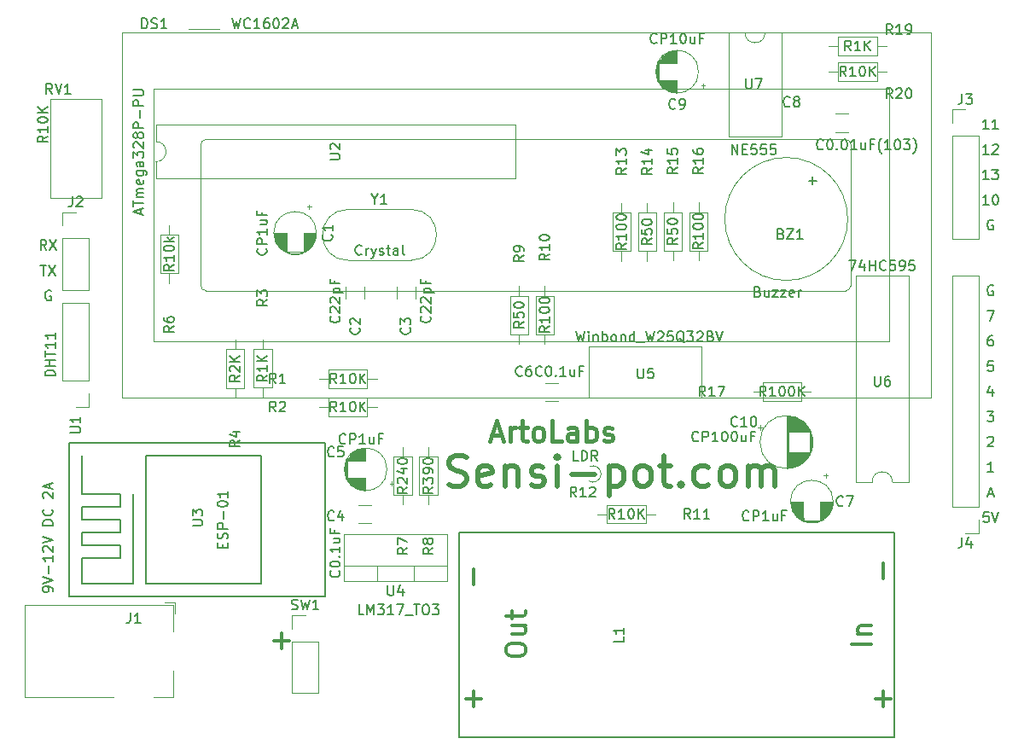
<source format=gbr>
G04 #@! TF.GenerationSoftware,KiCad,Pcbnew,5.0.2-bee76a0~70~ubuntu16.04.1*
G04 #@! TF.CreationDate,2020-01-14T09:55:27-07:00*
G04 #@! TF.ProjectId,Environment_Controller_KiCad_THT,456e7669-726f-46e6-9d65-6e745f436f6e,rev?*
G04 #@! TF.SameCoordinates,Original*
G04 #@! TF.FileFunction,Legend,Top*
G04 #@! TF.FilePolarity,Positive*
%FSLAX46Y46*%
G04 Gerber Fmt 4.6, Leading zero omitted, Abs format (unit mm)*
G04 Created by KiCad (PCBNEW 5.0.2-bee76a0~70~ubuntu16.04.1) date Tue 14 Jan 2020 09:55:27 AM MST*
%MOMM*%
%LPD*%
G01*
G04 APERTURE LIST*
%ADD10C,0.500000*%
%ADD11C,0.400000*%
%ADD12C,0.150000*%
%ADD13C,0.100000*%
%ADD14C,0.120000*%
%ADD15C,0.300000*%
G04 APERTURE END LIST*
D10*
X131285714Y-106714285D02*
X131714285Y-106857142D01*
X132428571Y-106857142D01*
X132714285Y-106714285D01*
X132857142Y-106571428D01*
X133000000Y-106285714D01*
X133000000Y-106000000D01*
X132857142Y-105714285D01*
X132714285Y-105571428D01*
X132428571Y-105428571D01*
X131857142Y-105285714D01*
X131571428Y-105142857D01*
X131428571Y-105000000D01*
X131285714Y-104714285D01*
X131285714Y-104428571D01*
X131428571Y-104142857D01*
X131571428Y-104000000D01*
X131857142Y-103857142D01*
X132571428Y-103857142D01*
X133000000Y-104000000D01*
X135428571Y-106714285D02*
X135142857Y-106857142D01*
X134571428Y-106857142D01*
X134285714Y-106714285D01*
X134142857Y-106428571D01*
X134142857Y-105285714D01*
X134285714Y-105000000D01*
X134571428Y-104857142D01*
X135142857Y-104857142D01*
X135428571Y-105000000D01*
X135571428Y-105285714D01*
X135571428Y-105571428D01*
X134142857Y-105857142D01*
X136857142Y-104857142D02*
X136857142Y-106857142D01*
X136857142Y-105142857D02*
X137000000Y-105000000D01*
X137285714Y-104857142D01*
X137714285Y-104857142D01*
X138000000Y-105000000D01*
X138142857Y-105285714D01*
X138142857Y-106857142D01*
X139428571Y-106714285D02*
X139714285Y-106857142D01*
X140285714Y-106857142D01*
X140571428Y-106714285D01*
X140714285Y-106428571D01*
X140714285Y-106285714D01*
X140571428Y-106000000D01*
X140285714Y-105857142D01*
X139857142Y-105857142D01*
X139571428Y-105714285D01*
X139428571Y-105428571D01*
X139428571Y-105285714D01*
X139571428Y-105000000D01*
X139857142Y-104857142D01*
X140285714Y-104857142D01*
X140571428Y-105000000D01*
X142000000Y-106857142D02*
X142000000Y-104857142D01*
X142000000Y-103857142D02*
X141857142Y-104000000D01*
X142000000Y-104142857D01*
X142142857Y-104000000D01*
X142000000Y-103857142D01*
X142000000Y-104142857D01*
X143428571Y-105714285D02*
X145714285Y-105714285D01*
X147142857Y-104857142D02*
X147142857Y-107857142D01*
X147142857Y-105000000D02*
X147428571Y-104857142D01*
X148000000Y-104857142D01*
X148285714Y-105000000D01*
X148428571Y-105142857D01*
X148571428Y-105428571D01*
X148571428Y-106285714D01*
X148428571Y-106571428D01*
X148285714Y-106714285D01*
X148000000Y-106857142D01*
X147428571Y-106857142D01*
X147142857Y-106714285D01*
X150285714Y-106857142D02*
X150000000Y-106714285D01*
X149857142Y-106571428D01*
X149714285Y-106285714D01*
X149714285Y-105428571D01*
X149857142Y-105142857D01*
X150000000Y-105000000D01*
X150285714Y-104857142D01*
X150714285Y-104857142D01*
X151000000Y-105000000D01*
X151142857Y-105142857D01*
X151285714Y-105428571D01*
X151285714Y-106285714D01*
X151142857Y-106571428D01*
X151000000Y-106714285D01*
X150714285Y-106857142D01*
X150285714Y-106857142D01*
X152142857Y-104857142D02*
X153285714Y-104857142D01*
X152571428Y-103857142D02*
X152571428Y-106428571D01*
X152714285Y-106714285D01*
X153000000Y-106857142D01*
X153285714Y-106857142D01*
X154285714Y-106571428D02*
X154428571Y-106714285D01*
X154285714Y-106857142D01*
X154142857Y-106714285D01*
X154285714Y-106571428D01*
X154285714Y-106857142D01*
X157000000Y-106714285D02*
X156714285Y-106857142D01*
X156142857Y-106857142D01*
X155857142Y-106714285D01*
X155714285Y-106571428D01*
X155571428Y-106285714D01*
X155571428Y-105428571D01*
X155714285Y-105142857D01*
X155857142Y-105000000D01*
X156142857Y-104857142D01*
X156714285Y-104857142D01*
X157000000Y-105000000D01*
X158714285Y-106857142D02*
X158428571Y-106714285D01*
X158285714Y-106571428D01*
X158142857Y-106285714D01*
X158142857Y-105428571D01*
X158285714Y-105142857D01*
X158428571Y-105000000D01*
X158714285Y-104857142D01*
X159142857Y-104857142D01*
X159428571Y-105000000D01*
X159571428Y-105142857D01*
X159714285Y-105428571D01*
X159714285Y-106285714D01*
X159571428Y-106571428D01*
X159428571Y-106714285D01*
X159142857Y-106857142D01*
X158714285Y-106857142D01*
X161000000Y-106857142D02*
X161000000Y-104857142D01*
X161000000Y-105142857D02*
X161142857Y-105000000D01*
X161428571Y-104857142D01*
X161857142Y-104857142D01*
X162142857Y-105000000D01*
X162285714Y-105285714D01*
X162285714Y-106857142D01*
X162285714Y-105285714D02*
X162428571Y-105000000D01*
X162714285Y-104857142D01*
X163142857Y-104857142D01*
X163428571Y-105000000D01*
X163571428Y-105285714D01*
X163571428Y-106857142D01*
D11*
X135500000Y-101833333D02*
X136452380Y-101833333D01*
X135309523Y-102404761D02*
X135976190Y-100404761D01*
X136642857Y-102404761D01*
X137309523Y-102404761D02*
X137309523Y-101071428D01*
X137309523Y-101452380D02*
X137404761Y-101261904D01*
X137500000Y-101166666D01*
X137690476Y-101071428D01*
X137880952Y-101071428D01*
X138261904Y-101071428D02*
X139023809Y-101071428D01*
X138547619Y-100404761D02*
X138547619Y-102119047D01*
X138642857Y-102309523D01*
X138833333Y-102404761D01*
X139023809Y-102404761D01*
X139976190Y-102404761D02*
X139785714Y-102309523D01*
X139690476Y-102214285D01*
X139595238Y-102023809D01*
X139595238Y-101452380D01*
X139690476Y-101261904D01*
X139785714Y-101166666D01*
X139976190Y-101071428D01*
X140261904Y-101071428D01*
X140452380Y-101166666D01*
X140547619Y-101261904D01*
X140642857Y-101452380D01*
X140642857Y-102023809D01*
X140547619Y-102214285D01*
X140452380Y-102309523D01*
X140261904Y-102404761D01*
X139976190Y-102404761D01*
X142452380Y-102404761D02*
X141500000Y-102404761D01*
X141500000Y-100404761D01*
X143976190Y-102404761D02*
X143976190Y-101357142D01*
X143880952Y-101166666D01*
X143690476Y-101071428D01*
X143309523Y-101071428D01*
X143119047Y-101166666D01*
X143976190Y-102309523D02*
X143785714Y-102404761D01*
X143309523Y-102404761D01*
X143119047Y-102309523D01*
X143023809Y-102119047D01*
X143023809Y-101928571D01*
X143119047Y-101738095D01*
X143309523Y-101642857D01*
X143785714Y-101642857D01*
X143976190Y-101547619D01*
X144928571Y-102404761D02*
X144928571Y-100404761D01*
X144928571Y-101166666D02*
X145119047Y-101071428D01*
X145500000Y-101071428D01*
X145690476Y-101166666D01*
X145785714Y-101261904D01*
X145880952Y-101452380D01*
X145880952Y-102023809D01*
X145785714Y-102214285D01*
X145690476Y-102309523D01*
X145500000Y-102404761D01*
X145119047Y-102404761D01*
X144928571Y-102309523D01*
X146642857Y-102309523D02*
X146833333Y-102404761D01*
X147214285Y-102404761D01*
X147404761Y-102309523D01*
X147500000Y-102119047D01*
X147500000Y-102023809D01*
X147404761Y-101833333D01*
X147214285Y-101738095D01*
X146928571Y-101738095D01*
X146738095Y-101642857D01*
X146642857Y-101452380D01*
X146642857Y-101357142D01*
X146738095Y-101166666D01*
X146928571Y-101071428D01*
X147214285Y-101071428D01*
X147404761Y-101166666D01*
D12*
X184809523Y-109452380D02*
X184333333Y-109452380D01*
X184285714Y-109928571D01*
X184333333Y-109880952D01*
X184428571Y-109833333D01*
X184666666Y-109833333D01*
X184761904Y-109880952D01*
X184809523Y-109928571D01*
X184857142Y-110023809D01*
X184857142Y-110261904D01*
X184809523Y-110357142D01*
X184761904Y-110404761D01*
X184666666Y-110452380D01*
X184428571Y-110452380D01*
X184333333Y-110404761D01*
X184285714Y-110357142D01*
X185142857Y-109452380D02*
X185476190Y-110452380D01*
X185809523Y-109452380D01*
X184761904Y-107666666D02*
X185238095Y-107666666D01*
X184666666Y-107952380D02*
X185000000Y-106952380D01*
X185333333Y-107952380D01*
X184666666Y-89452380D02*
X185333333Y-89452380D01*
X184904761Y-90452380D01*
X185190476Y-91952380D02*
X185000000Y-91952380D01*
X184904761Y-92000000D01*
X184857142Y-92047619D01*
X184761904Y-92190476D01*
X184714285Y-92380952D01*
X184714285Y-92761904D01*
X184761904Y-92857142D01*
X184809523Y-92904761D01*
X184904761Y-92952380D01*
X185095238Y-92952380D01*
X185190476Y-92904761D01*
X185238095Y-92857142D01*
X185285714Y-92761904D01*
X185285714Y-92523809D01*
X185238095Y-92428571D01*
X185190476Y-92380952D01*
X185095238Y-92333333D01*
X184904761Y-92333333D01*
X184809523Y-92380952D01*
X184761904Y-92428571D01*
X184714285Y-92523809D01*
X185238095Y-94452380D02*
X184761904Y-94452380D01*
X184714285Y-94928571D01*
X184761904Y-94880952D01*
X184857142Y-94833333D01*
X185095238Y-94833333D01*
X185190476Y-94880952D01*
X185238095Y-94928571D01*
X185285714Y-95023809D01*
X185285714Y-95261904D01*
X185238095Y-95357142D01*
X185190476Y-95404761D01*
X185095238Y-95452380D01*
X184857142Y-95452380D01*
X184761904Y-95404761D01*
X184714285Y-95357142D01*
X185190476Y-97285714D02*
X185190476Y-97952380D01*
X184952380Y-96904761D02*
X184714285Y-97619047D01*
X185333333Y-97619047D01*
X184666666Y-99452380D02*
X185285714Y-99452380D01*
X184952380Y-99833333D01*
X185095238Y-99833333D01*
X185190476Y-99880952D01*
X185238095Y-99928571D01*
X185285714Y-100023809D01*
X185285714Y-100261904D01*
X185238095Y-100357142D01*
X185190476Y-100404761D01*
X185095238Y-100452380D01*
X184809523Y-100452380D01*
X184714285Y-100404761D01*
X184666666Y-100357142D01*
X184714285Y-102047619D02*
X184761904Y-102000000D01*
X184857142Y-101952380D01*
X185095238Y-101952380D01*
X185190476Y-102000000D01*
X185238095Y-102047619D01*
X185285714Y-102142857D01*
X185285714Y-102238095D01*
X185238095Y-102380952D01*
X184666666Y-102952380D01*
X185285714Y-102952380D01*
X185285714Y-105452380D02*
X184714285Y-105452380D01*
X185000000Y-105452380D02*
X185000000Y-104452380D01*
X184904761Y-104595238D01*
X184809523Y-104690476D01*
X184714285Y-104738095D01*
X185261904Y-87000000D02*
X185166666Y-86952380D01*
X185023809Y-86952380D01*
X184880952Y-87000000D01*
X184785714Y-87095238D01*
X184738095Y-87190476D01*
X184690476Y-87380952D01*
X184690476Y-87523809D01*
X184738095Y-87714285D01*
X184785714Y-87809523D01*
X184880952Y-87904761D01*
X185023809Y-87952380D01*
X185119047Y-87952380D01*
X185261904Y-87904761D01*
X185309523Y-87857142D01*
X185309523Y-87523809D01*
X185119047Y-87523809D01*
X185261904Y-80500000D02*
X185166666Y-80452380D01*
X185023809Y-80452380D01*
X184880952Y-80500000D01*
X184785714Y-80595238D01*
X184738095Y-80690476D01*
X184690476Y-80880952D01*
X184690476Y-81023809D01*
X184738095Y-81214285D01*
X184785714Y-81309523D01*
X184880952Y-81404761D01*
X185023809Y-81452380D01*
X185119047Y-81452380D01*
X185261904Y-81404761D01*
X185309523Y-81357142D01*
X185309523Y-81023809D01*
X185119047Y-81023809D01*
X184809523Y-78952380D02*
X184238095Y-78952380D01*
X184523809Y-78952380D02*
X184523809Y-77952380D01*
X184428571Y-78095238D01*
X184333333Y-78190476D01*
X184238095Y-78238095D01*
X185428571Y-77952380D02*
X185523809Y-77952380D01*
X185619047Y-78000000D01*
X185666666Y-78047619D01*
X185714285Y-78142857D01*
X185761904Y-78333333D01*
X185761904Y-78571428D01*
X185714285Y-78761904D01*
X185666666Y-78857142D01*
X185619047Y-78904761D01*
X185523809Y-78952380D01*
X185428571Y-78952380D01*
X185333333Y-78904761D01*
X185285714Y-78857142D01*
X185238095Y-78761904D01*
X185190476Y-78571428D01*
X185190476Y-78333333D01*
X185238095Y-78142857D01*
X185285714Y-78047619D01*
X185333333Y-78000000D01*
X185428571Y-77952380D01*
X184809523Y-76452380D02*
X184238095Y-76452380D01*
X184523809Y-76452380D02*
X184523809Y-75452380D01*
X184428571Y-75595238D01*
X184333333Y-75690476D01*
X184238095Y-75738095D01*
X185142857Y-75452380D02*
X185761904Y-75452380D01*
X185428571Y-75833333D01*
X185571428Y-75833333D01*
X185666666Y-75880952D01*
X185714285Y-75928571D01*
X185761904Y-76023809D01*
X185761904Y-76261904D01*
X185714285Y-76357142D01*
X185666666Y-76404761D01*
X185571428Y-76452380D01*
X185285714Y-76452380D01*
X185190476Y-76404761D01*
X185142857Y-76357142D01*
X184809523Y-73952380D02*
X184238095Y-73952380D01*
X184523809Y-73952380D02*
X184523809Y-72952380D01*
X184428571Y-73095238D01*
X184333333Y-73190476D01*
X184238095Y-73238095D01*
X185190476Y-73047619D02*
X185238095Y-73000000D01*
X185333333Y-72952380D01*
X185571428Y-72952380D01*
X185666666Y-73000000D01*
X185714285Y-73047619D01*
X185761904Y-73142857D01*
X185761904Y-73238095D01*
X185714285Y-73380952D01*
X185142857Y-73952380D01*
X185761904Y-73952380D01*
X184809523Y-71452380D02*
X184238095Y-71452380D01*
X184523809Y-71452380D02*
X184523809Y-70452380D01*
X184428571Y-70595238D01*
X184333333Y-70690476D01*
X184238095Y-70738095D01*
X185761904Y-71452380D02*
X185190476Y-71452380D01*
X185476190Y-71452380D02*
X185476190Y-70452380D01*
X185380952Y-70595238D01*
X185285714Y-70690476D01*
X185190476Y-70738095D01*
X91761904Y-87500000D02*
X91666666Y-87452380D01*
X91523809Y-87452380D01*
X91380952Y-87500000D01*
X91285714Y-87595238D01*
X91238095Y-87690476D01*
X91190476Y-87880952D01*
X91190476Y-88023809D01*
X91238095Y-88214285D01*
X91285714Y-88309523D01*
X91380952Y-88404761D01*
X91523809Y-88452380D01*
X91619047Y-88452380D01*
X91761904Y-88404761D01*
X91809523Y-88357142D01*
X91809523Y-88023809D01*
X91619047Y-88023809D01*
X90738095Y-84952380D02*
X91309523Y-84952380D01*
X91023809Y-85952380D02*
X91023809Y-84952380D01*
X91547619Y-84952380D02*
X92214285Y-85952380D01*
X92214285Y-84952380D02*
X91547619Y-85952380D01*
X91333333Y-83452380D02*
X91000000Y-82976190D01*
X90761904Y-83452380D02*
X90761904Y-82452380D01*
X91142857Y-82452380D01*
X91238095Y-82500000D01*
X91285714Y-82547619D01*
X91333333Y-82642857D01*
X91333333Y-82785714D01*
X91285714Y-82880952D01*
X91238095Y-82928571D01*
X91142857Y-82976190D01*
X90761904Y-82976190D01*
X91666666Y-82452380D02*
X92333333Y-83452380D01*
X92333333Y-82452380D02*
X91666666Y-83452380D01*
X91952380Y-117285714D02*
X91952380Y-117095238D01*
X91904761Y-117000000D01*
X91857142Y-116952380D01*
X91714285Y-116857142D01*
X91523809Y-116809523D01*
X91142857Y-116809523D01*
X91047619Y-116857142D01*
X91000000Y-116904761D01*
X90952380Y-117000000D01*
X90952380Y-117190476D01*
X91000000Y-117285714D01*
X91047619Y-117333333D01*
X91142857Y-117380952D01*
X91380952Y-117380952D01*
X91476190Y-117333333D01*
X91523809Y-117285714D01*
X91571428Y-117190476D01*
X91571428Y-117000000D01*
X91523809Y-116904761D01*
X91476190Y-116857142D01*
X91380952Y-116809523D01*
X90952380Y-116523809D02*
X91952380Y-116190476D01*
X90952380Y-115857142D01*
X91571428Y-115523809D02*
X91571428Y-114761904D01*
X91952380Y-113761904D02*
X91952380Y-114333333D01*
X91952380Y-114047619D02*
X90952380Y-114047619D01*
X91095238Y-114142857D01*
X91190476Y-114238095D01*
X91238095Y-114333333D01*
X91047619Y-113380952D02*
X91000000Y-113333333D01*
X90952380Y-113238095D01*
X90952380Y-113000000D01*
X91000000Y-112904761D01*
X91047619Y-112857142D01*
X91142857Y-112809523D01*
X91238095Y-112809523D01*
X91380952Y-112857142D01*
X91952380Y-113428571D01*
X91952380Y-112809523D01*
X90952380Y-112523809D02*
X91952380Y-112190476D01*
X90952380Y-111857142D01*
X91952380Y-110761904D02*
X90952380Y-110761904D01*
X90952380Y-110523809D01*
X91000000Y-110380952D01*
X91095238Y-110285714D01*
X91190476Y-110238095D01*
X91380952Y-110190476D01*
X91523809Y-110190476D01*
X91714285Y-110238095D01*
X91809523Y-110285714D01*
X91904761Y-110380952D01*
X91952380Y-110523809D01*
X91952380Y-110761904D01*
X91857142Y-109190476D02*
X91904761Y-109238095D01*
X91952380Y-109380952D01*
X91952380Y-109476190D01*
X91904761Y-109619047D01*
X91809523Y-109714285D01*
X91714285Y-109761904D01*
X91523809Y-109809523D01*
X91380952Y-109809523D01*
X91190476Y-109761904D01*
X91095238Y-109714285D01*
X91000000Y-109619047D01*
X90952380Y-109476190D01*
X90952380Y-109380952D01*
X91000000Y-109238095D01*
X91047619Y-109190476D01*
X91047619Y-108047619D02*
X91000000Y-108000000D01*
X90952380Y-107904761D01*
X90952380Y-107666666D01*
X91000000Y-107571428D01*
X91047619Y-107523809D01*
X91142857Y-107476190D01*
X91238095Y-107476190D01*
X91380952Y-107523809D01*
X91952380Y-108095238D01*
X91952380Y-107476190D01*
X91666666Y-107095238D02*
X91666666Y-106619047D01*
X91952380Y-107190476D02*
X90952380Y-106857142D01*
X91952380Y-106523809D01*
G04 #@! TO.C,L1*
X175450000Y-131790000D02*
X132270000Y-131790000D01*
X175450000Y-111470000D02*
X175450000Y-131790000D01*
X132270000Y-111470000D02*
X175450000Y-111470000D01*
X132270000Y-131790000D02*
X132270000Y-111470000D01*
D13*
G04 #@! TO.C,C9*
X152110000Y-64924500D02*
X152110000Y-64670500D01*
X152173500Y-64924500D02*
X152173500Y-64607000D01*
X152110000Y-66575500D02*
X152110000Y-66893000D01*
X152173500Y-66575500D02*
X152173500Y-66893000D01*
X152237000Y-64924500D02*
X152237000Y-64543500D01*
X152300500Y-64924500D02*
X152300500Y-64480000D01*
X152300500Y-66575500D02*
X152300500Y-66956500D01*
X152237000Y-66575500D02*
X152237000Y-67020000D01*
D14*
X156491500Y-67337500D02*
X156491500Y-66937500D01*
X156682000Y-67147000D02*
X156282000Y-67147000D01*
X151819000Y-66120000D02*
X151819000Y-65380000D01*
X151859000Y-66287000D02*
X151859000Y-65213000D01*
X151899000Y-66414000D02*
X151899000Y-65086000D01*
X152019000Y-66690000D02*
X152019000Y-64810000D01*
X152059000Y-66763000D02*
X152059000Y-64737000D01*
X152339000Y-64910000D02*
X152339000Y-64354000D01*
X152339000Y-67146000D02*
X152339000Y-66590000D01*
X152379000Y-64910000D02*
X152379000Y-64312000D01*
X152379000Y-67188000D02*
X152379000Y-66590000D01*
X152419000Y-64910000D02*
X152419000Y-64272000D01*
X152419000Y-67228000D02*
X152419000Y-66590000D01*
X152459000Y-64910000D02*
X152459000Y-64234000D01*
X152459000Y-67266000D02*
X152459000Y-66590000D01*
X152499000Y-64910000D02*
X152499000Y-64198000D01*
X152499000Y-67302000D02*
X152499000Y-66590000D01*
X152539000Y-64910000D02*
X152539000Y-64163000D01*
X152539000Y-67337000D02*
X152539000Y-66590000D01*
X152579000Y-64910000D02*
X152579000Y-64131000D01*
X152579000Y-67369000D02*
X152579000Y-66590000D01*
X152619000Y-64910000D02*
X152619000Y-64100000D01*
X152619000Y-67400000D02*
X152619000Y-66590000D01*
X152659000Y-64910000D02*
X152659000Y-64070000D01*
X152659000Y-67430000D02*
X152659000Y-66590000D01*
X152699000Y-64910000D02*
X152699000Y-64042000D01*
X152699000Y-67458000D02*
X152699000Y-66590000D01*
X152739000Y-64910000D02*
X152739000Y-64015000D01*
X152739000Y-67485000D02*
X152739000Y-66590000D01*
X152779000Y-64910000D02*
X152779000Y-63990000D01*
X152779000Y-67510000D02*
X152779000Y-66590000D01*
X152819000Y-64910000D02*
X152819000Y-63965000D01*
X152819000Y-67535000D02*
X152819000Y-66590000D01*
X152859000Y-64910000D02*
X152859000Y-63942000D01*
X152859000Y-67558000D02*
X152859000Y-66590000D01*
X152899000Y-64910000D02*
X152899000Y-63920000D01*
X152899000Y-67580000D02*
X152899000Y-66590000D01*
X152939000Y-64910000D02*
X152939000Y-63899000D01*
X152939000Y-67601000D02*
X152939000Y-66590000D01*
X152979000Y-64910000D02*
X152979000Y-63880000D01*
X152979000Y-67620000D02*
X152979000Y-66590000D01*
X153019000Y-64910000D02*
X153019000Y-63861000D01*
X153019000Y-67639000D02*
X153019000Y-66590000D01*
X153059000Y-64910000D02*
X153059000Y-63843000D01*
X153059000Y-67657000D02*
X153059000Y-66590000D01*
X153099000Y-64910000D02*
X153099000Y-63826000D01*
X153099000Y-67674000D02*
X153099000Y-66590000D01*
X153139000Y-64910000D02*
X153139000Y-63810000D01*
X153139000Y-67690000D02*
X153139000Y-66590000D01*
X153179000Y-64910000D02*
X153179000Y-63796000D01*
X153179000Y-67704000D02*
X153179000Y-66590000D01*
X153220000Y-64910000D02*
X153220000Y-63782000D01*
X153220000Y-67718000D02*
X153220000Y-66590000D01*
X153260000Y-64910000D02*
X153260000Y-63768000D01*
X153260000Y-67732000D02*
X153260000Y-66590000D01*
X153300000Y-64910000D02*
X153300000Y-63756000D01*
X153300000Y-67744000D02*
X153300000Y-66590000D01*
X153340000Y-64910000D02*
X153340000Y-63745000D01*
X153340000Y-67755000D02*
X153340000Y-66590000D01*
X153380000Y-64910000D02*
X153380000Y-63734000D01*
X153380000Y-67766000D02*
X153380000Y-66590000D01*
X153420000Y-64910000D02*
X153420000Y-63725000D01*
X153420000Y-67775000D02*
X153420000Y-66590000D01*
X153460000Y-64910000D02*
X153460000Y-63716000D01*
X153460000Y-67784000D02*
X153460000Y-66590000D01*
X153500000Y-64910000D02*
X153500000Y-63708000D01*
X153500000Y-67792000D02*
X153500000Y-66590000D01*
X153540000Y-64910000D02*
X153540000Y-63700000D01*
X153540000Y-67800000D02*
X153540000Y-66590000D01*
X153580000Y-64910000D02*
X153580000Y-63694000D01*
X153580000Y-67806000D02*
X153580000Y-66590000D01*
X153620000Y-64910000D02*
X153620000Y-63688000D01*
X153620000Y-67812000D02*
X153620000Y-66590000D01*
X153660000Y-64910000D02*
X153660000Y-63683000D01*
X153660000Y-67817000D02*
X153660000Y-66590000D01*
X153700000Y-64910000D02*
X153700000Y-63679000D01*
X153700000Y-67821000D02*
X153700000Y-66590000D01*
X153740000Y-64910000D02*
X153740000Y-63676000D01*
X153740000Y-67824000D02*
X153740000Y-66590000D01*
X153780000Y-64910000D02*
X153780000Y-63673000D01*
X153780000Y-67827000D02*
X153780000Y-66590000D01*
X153820000Y-67829000D02*
X153820000Y-66590000D01*
X153820000Y-64910000D02*
X153820000Y-63671000D01*
X153860000Y-67830000D02*
X153860000Y-66590000D01*
X153860000Y-64910000D02*
X153860000Y-63670000D01*
X153900000Y-67830000D02*
X153900000Y-66590000D01*
X153900000Y-64910000D02*
X153900000Y-63670000D01*
X156020000Y-65750000D02*
G75*
G03X156020000Y-65750000I-2120000J0D01*
G01*
G04 #@! TO.C,C1*
X118120000Y-81750000D02*
G75*
G03X118120000Y-81750000I-2120000J0D01*
G01*
X115160000Y-81750000D02*
X113920000Y-81750000D01*
X118080000Y-81750000D02*
X116840000Y-81750000D01*
X115160000Y-81790000D02*
X113920000Y-81790000D01*
X118080000Y-81790000D02*
X116840000Y-81790000D01*
X115160000Y-81830000D02*
X113921000Y-81830000D01*
X118079000Y-81830000D02*
X116840000Y-81830000D01*
X118077000Y-81870000D02*
X116840000Y-81870000D01*
X115160000Y-81870000D02*
X113923000Y-81870000D01*
X118074000Y-81910000D02*
X116840000Y-81910000D01*
X115160000Y-81910000D02*
X113926000Y-81910000D01*
X118071000Y-81950000D02*
X116840000Y-81950000D01*
X115160000Y-81950000D02*
X113929000Y-81950000D01*
X118067000Y-81990000D02*
X116840000Y-81990000D01*
X115160000Y-81990000D02*
X113933000Y-81990000D01*
X118062000Y-82030000D02*
X116840000Y-82030000D01*
X115160000Y-82030000D02*
X113938000Y-82030000D01*
X118056000Y-82070000D02*
X116840000Y-82070000D01*
X115160000Y-82070000D02*
X113944000Y-82070000D01*
X118050000Y-82110000D02*
X116840000Y-82110000D01*
X115160000Y-82110000D02*
X113950000Y-82110000D01*
X118042000Y-82150000D02*
X116840000Y-82150000D01*
X115160000Y-82150000D02*
X113958000Y-82150000D01*
X118034000Y-82190000D02*
X116840000Y-82190000D01*
X115160000Y-82190000D02*
X113966000Y-82190000D01*
X118025000Y-82230000D02*
X116840000Y-82230000D01*
X115160000Y-82230000D02*
X113975000Y-82230000D01*
X118016000Y-82270000D02*
X116840000Y-82270000D01*
X115160000Y-82270000D02*
X113984000Y-82270000D01*
X118005000Y-82310000D02*
X116840000Y-82310000D01*
X115160000Y-82310000D02*
X113995000Y-82310000D01*
X117994000Y-82350000D02*
X116840000Y-82350000D01*
X115160000Y-82350000D02*
X114006000Y-82350000D01*
X117982000Y-82390000D02*
X116840000Y-82390000D01*
X115160000Y-82390000D02*
X114018000Y-82390000D01*
X117968000Y-82430000D02*
X116840000Y-82430000D01*
X115160000Y-82430000D02*
X114032000Y-82430000D01*
X117954000Y-82471000D02*
X116840000Y-82471000D01*
X115160000Y-82471000D02*
X114046000Y-82471000D01*
X117940000Y-82511000D02*
X116840000Y-82511000D01*
X115160000Y-82511000D02*
X114060000Y-82511000D01*
X117924000Y-82551000D02*
X116840000Y-82551000D01*
X115160000Y-82551000D02*
X114076000Y-82551000D01*
X117907000Y-82591000D02*
X116840000Y-82591000D01*
X115160000Y-82591000D02*
X114093000Y-82591000D01*
X117889000Y-82631000D02*
X116840000Y-82631000D01*
X115160000Y-82631000D02*
X114111000Y-82631000D01*
X117870000Y-82671000D02*
X116840000Y-82671000D01*
X115160000Y-82671000D02*
X114130000Y-82671000D01*
X117851000Y-82711000D02*
X116840000Y-82711000D01*
X115160000Y-82711000D02*
X114149000Y-82711000D01*
X117830000Y-82751000D02*
X116840000Y-82751000D01*
X115160000Y-82751000D02*
X114170000Y-82751000D01*
X117808000Y-82791000D02*
X116840000Y-82791000D01*
X115160000Y-82791000D02*
X114192000Y-82791000D01*
X117785000Y-82831000D02*
X116840000Y-82831000D01*
X115160000Y-82831000D02*
X114215000Y-82831000D01*
X117760000Y-82871000D02*
X116840000Y-82871000D01*
X115160000Y-82871000D02*
X114240000Y-82871000D01*
X117735000Y-82911000D02*
X116840000Y-82911000D01*
X115160000Y-82911000D02*
X114265000Y-82911000D01*
X117708000Y-82951000D02*
X116840000Y-82951000D01*
X115160000Y-82951000D02*
X114292000Y-82951000D01*
X117680000Y-82991000D02*
X116840000Y-82991000D01*
X115160000Y-82991000D02*
X114320000Y-82991000D01*
X117650000Y-83031000D02*
X116840000Y-83031000D01*
X115160000Y-83031000D02*
X114350000Y-83031000D01*
X117619000Y-83071000D02*
X116840000Y-83071000D01*
X115160000Y-83071000D02*
X114381000Y-83071000D01*
X117587000Y-83111000D02*
X116840000Y-83111000D01*
X115160000Y-83111000D02*
X114413000Y-83111000D01*
X117552000Y-83151000D02*
X116840000Y-83151000D01*
X115160000Y-83151000D02*
X114448000Y-83151000D01*
X117516000Y-83191000D02*
X116840000Y-83191000D01*
X115160000Y-83191000D02*
X114484000Y-83191000D01*
X117478000Y-83231000D02*
X116840000Y-83231000D01*
X115160000Y-83231000D02*
X114522000Y-83231000D01*
X117438000Y-83271000D02*
X116840000Y-83271000D01*
X115160000Y-83271000D02*
X114562000Y-83271000D01*
X117396000Y-83311000D02*
X116840000Y-83311000D01*
X115160000Y-83311000D02*
X114604000Y-83311000D01*
X117013000Y-83591000D02*
X114987000Y-83591000D01*
X116940000Y-83631000D02*
X115060000Y-83631000D01*
X116664000Y-83751000D02*
X115336000Y-83751000D01*
X116537000Y-83791000D02*
X115463000Y-83791000D01*
X116370000Y-83831000D02*
X115630000Y-83831000D01*
X117397000Y-78968000D02*
X117397000Y-79368000D01*
X117587500Y-79158500D02*
X117187500Y-79158500D01*
D13*
X116825500Y-83413000D02*
X117270000Y-83413000D01*
X116825500Y-83349500D02*
X117206500Y-83349500D01*
X115174500Y-83349500D02*
X114730000Y-83349500D01*
X115174500Y-83413000D02*
X114793500Y-83413000D01*
X116825500Y-83476500D02*
X117143000Y-83476500D01*
X116825500Y-83540000D02*
X117143000Y-83540000D01*
X115174500Y-83476500D02*
X114857000Y-83476500D01*
X115174500Y-83540000D02*
X114920500Y-83540000D01*
G04 #@! TO.C,C7*
X166444388Y-110200000D02*
X166190388Y-110200000D01*
X166444388Y-110136500D02*
X166126888Y-110136500D01*
X168095388Y-110200000D02*
X168412888Y-110200000D01*
X168095388Y-110136500D02*
X168412888Y-110136500D01*
X166444388Y-110073000D02*
X166063388Y-110073000D01*
X166444388Y-110009500D02*
X165999888Y-110009500D01*
X168095388Y-110009500D02*
X168476388Y-110009500D01*
X168095388Y-110073000D02*
X168539888Y-110073000D01*
D14*
X168857388Y-105818500D02*
X168457388Y-105818500D01*
X168666888Y-105628000D02*
X168666888Y-106028000D01*
X167639888Y-110491000D02*
X166899888Y-110491000D01*
X167806888Y-110451000D02*
X166732888Y-110451000D01*
X167933888Y-110411000D02*
X166605888Y-110411000D01*
X168209888Y-110291000D02*
X166329888Y-110291000D01*
X168282888Y-110251000D02*
X166256888Y-110251000D01*
X166429888Y-109971000D02*
X165873888Y-109971000D01*
X168665888Y-109971000D02*
X168109888Y-109971000D01*
X166429888Y-109931000D02*
X165831888Y-109931000D01*
X168707888Y-109931000D02*
X168109888Y-109931000D01*
X166429888Y-109891000D02*
X165791888Y-109891000D01*
X168747888Y-109891000D02*
X168109888Y-109891000D01*
X166429888Y-109851000D02*
X165753888Y-109851000D01*
X168785888Y-109851000D02*
X168109888Y-109851000D01*
X166429888Y-109811000D02*
X165717888Y-109811000D01*
X168821888Y-109811000D02*
X168109888Y-109811000D01*
X166429888Y-109771000D02*
X165682888Y-109771000D01*
X168856888Y-109771000D02*
X168109888Y-109771000D01*
X166429888Y-109731000D02*
X165650888Y-109731000D01*
X168888888Y-109731000D02*
X168109888Y-109731000D01*
X166429888Y-109691000D02*
X165619888Y-109691000D01*
X168919888Y-109691000D02*
X168109888Y-109691000D01*
X166429888Y-109651000D02*
X165589888Y-109651000D01*
X168949888Y-109651000D02*
X168109888Y-109651000D01*
X166429888Y-109611000D02*
X165561888Y-109611000D01*
X168977888Y-109611000D02*
X168109888Y-109611000D01*
X166429888Y-109571000D02*
X165534888Y-109571000D01*
X169004888Y-109571000D02*
X168109888Y-109571000D01*
X166429888Y-109531000D02*
X165509888Y-109531000D01*
X169029888Y-109531000D02*
X168109888Y-109531000D01*
X166429888Y-109491000D02*
X165484888Y-109491000D01*
X169054888Y-109491000D02*
X168109888Y-109491000D01*
X166429888Y-109451000D02*
X165461888Y-109451000D01*
X169077888Y-109451000D02*
X168109888Y-109451000D01*
X166429888Y-109411000D02*
X165439888Y-109411000D01*
X169099888Y-109411000D02*
X168109888Y-109411000D01*
X166429888Y-109371000D02*
X165418888Y-109371000D01*
X169120888Y-109371000D02*
X168109888Y-109371000D01*
X166429888Y-109331000D02*
X165399888Y-109331000D01*
X169139888Y-109331000D02*
X168109888Y-109331000D01*
X166429888Y-109291000D02*
X165380888Y-109291000D01*
X169158888Y-109291000D02*
X168109888Y-109291000D01*
X166429888Y-109251000D02*
X165362888Y-109251000D01*
X169176888Y-109251000D02*
X168109888Y-109251000D01*
X166429888Y-109211000D02*
X165345888Y-109211000D01*
X169193888Y-109211000D02*
X168109888Y-109211000D01*
X166429888Y-109171000D02*
X165329888Y-109171000D01*
X169209888Y-109171000D02*
X168109888Y-109171000D01*
X166429888Y-109131000D02*
X165315888Y-109131000D01*
X169223888Y-109131000D02*
X168109888Y-109131000D01*
X166429888Y-109090000D02*
X165301888Y-109090000D01*
X169237888Y-109090000D02*
X168109888Y-109090000D01*
X166429888Y-109050000D02*
X165287888Y-109050000D01*
X169251888Y-109050000D02*
X168109888Y-109050000D01*
X166429888Y-109010000D02*
X165275888Y-109010000D01*
X169263888Y-109010000D02*
X168109888Y-109010000D01*
X166429888Y-108970000D02*
X165264888Y-108970000D01*
X169274888Y-108970000D02*
X168109888Y-108970000D01*
X166429888Y-108930000D02*
X165253888Y-108930000D01*
X169285888Y-108930000D02*
X168109888Y-108930000D01*
X166429888Y-108890000D02*
X165244888Y-108890000D01*
X169294888Y-108890000D02*
X168109888Y-108890000D01*
X166429888Y-108850000D02*
X165235888Y-108850000D01*
X169303888Y-108850000D02*
X168109888Y-108850000D01*
X166429888Y-108810000D02*
X165227888Y-108810000D01*
X169311888Y-108810000D02*
X168109888Y-108810000D01*
X166429888Y-108770000D02*
X165219888Y-108770000D01*
X169319888Y-108770000D02*
X168109888Y-108770000D01*
X166429888Y-108730000D02*
X165213888Y-108730000D01*
X169325888Y-108730000D02*
X168109888Y-108730000D01*
X166429888Y-108690000D02*
X165207888Y-108690000D01*
X169331888Y-108690000D02*
X168109888Y-108690000D01*
X166429888Y-108650000D02*
X165202888Y-108650000D01*
X169336888Y-108650000D02*
X168109888Y-108650000D01*
X166429888Y-108610000D02*
X165198888Y-108610000D01*
X169340888Y-108610000D02*
X168109888Y-108610000D01*
X166429888Y-108570000D02*
X165195888Y-108570000D01*
X169343888Y-108570000D02*
X168109888Y-108570000D01*
X166429888Y-108530000D02*
X165192888Y-108530000D01*
X169346888Y-108530000D02*
X168109888Y-108530000D01*
X169348888Y-108490000D02*
X168109888Y-108490000D01*
X166429888Y-108490000D02*
X165190888Y-108490000D01*
X169349888Y-108450000D02*
X168109888Y-108450000D01*
X166429888Y-108450000D02*
X165189888Y-108450000D01*
X169349888Y-108410000D02*
X168109888Y-108410000D01*
X166429888Y-108410000D02*
X165189888Y-108410000D01*
X169389888Y-108410000D02*
G75*
G03X169389888Y-108410000I-2120000J0D01*
G01*
G04 #@! TO.C,C5*
X125113868Y-105210651D02*
G75*
G03X125113868Y-105210651I-2120000J0D01*
G01*
X122993868Y-104370651D02*
X122993868Y-103130651D01*
X122993868Y-107290651D02*
X122993868Y-106050651D01*
X122953868Y-104370651D02*
X122953868Y-103130651D01*
X122953868Y-107290651D02*
X122953868Y-106050651D01*
X122913868Y-104370651D02*
X122913868Y-103131651D01*
X122913868Y-107289651D02*
X122913868Y-106050651D01*
X122873868Y-107287651D02*
X122873868Y-106050651D01*
X122873868Y-104370651D02*
X122873868Y-103133651D01*
X122833868Y-107284651D02*
X122833868Y-106050651D01*
X122833868Y-104370651D02*
X122833868Y-103136651D01*
X122793868Y-107281651D02*
X122793868Y-106050651D01*
X122793868Y-104370651D02*
X122793868Y-103139651D01*
X122753868Y-107277651D02*
X122753868Y-106050651D01*
X122753868Y-104370651D02*
X122753868Y-103143651D01*
X122713868Y-107272651D02*
X122713868Y-106050651D01*
X122713868Y-104370651D02*
X122713868Y-103148651D01*
X122673868Y-107266651D02*
X122673868Y-106050651D01*
X122673868Y-104370651D02*
X122673868Y-103154651D01*
X122633868Y-107260651D02*
X122633868Y-106050651D01*
X122633868Y-104370651D02*
X122633868Y-103160651D01*
X122593868Y-107252651D02*
X122593868Y-106050651D01*
X122593868Y-104370651D02*
X122593868Y-103168651D01*
X122553868Y-107244651D02*
X122553868Y-106050651D01*
X122553868Y-104370651D02*
X122553868Y-103176651D01*
X122513868Y-107235651D02*
X122513868Y-106050651D01*
X122513868Y-104370651D02*
X122513868Y-103185651D01*
X122473868Y-107226651D02*
X122473868Y-106050651D01*
X122473868Y-104370651D02*
X122473868Y-103194651D01*
X122433868Y-107215651D02*
X122433868Y-106050651D01*
X122433868Y-104370651D02*
X122433868Y-103205651D01*
X122393868Y-107204651D02*
X122393868Y-106050651D01*
X122393868Y-104370651D02*
X122393868Y-103216651D01*
X122353868Y-107192651D02*
X122353868Y-106050651D01*
X122353868Y-104370651D02*
X122353868Y-103228651D01*
X122313868Y-107178651D02*
X122313868Y-106050651D01*
X122313868Y-104370651D02*
X122313868Y-103242651D01*
X122272868Y-107164651D02*
X122272868Y-106050651D01*
X122272868Y-104370651D02*
X122272868Y-103256651D01*
X122232868Y-107150651D02*
X122232868Y-106050651D01*
X122232868Y-104370651D02*
X122232868Y-103270651D01*
X122192868Y-107134651D02*
X122192868Y-106050651D01*
X122192868Y-104370651D02*
X122192868Y-103286651D01*
X122152868Y-107117651D02*
X122152868Y-106050651D01*
X122152868Y-104370651D02*
X122152868Y-103303651D01*
X122112868Y-107099651D02*
X122112868Y-106050651D01*
X122112868Y-104370651D02*
X122112868Y-103321651D01*
X122072868Y-107080651D02*
X122072868Y-106050651D01*
X122072868Y-104370651D02*
X122072868Y-103340651D01*
X122032868Y-107061651D02*
X122032868Y-106050651D01*
X122032868Y-104370651D02*
X122032868Y-103359651D01*
X121992868Y-107040651D02*
X121992868Y-106050651D01*
X121992868Y-104370651D02*
X121992868Y-103380651D01*
X121952868Y-107018651D02*
X121952868Y-106050651D01*
X121952868Y-104370651D02*
X121952868Y-103402651D01*
X121912868Y-106995651D02*
X121912868Y-106050651D01*
X121912868Y-104370651D02*
X121912868Y-103425651D01*
X121872868Y-106970651D02*
X121872868Y-106050651D01*
X121872868Y-104370651D02*
X121872868Y-103450651D01*
X121832868Y-106945651D02*
X121832868Y-106050651D01*
X121832868Y-104370651D02*
X121832868Y-103475651D01*
X121792868Y-106918651D02*
X121792868Y-106050651D01*
X121792868Y-104370651D02*
X121792868Y-103502651D01*
X121752868Y-106890651D02*
X121752868Y-106050651D01*
X121752868Y-104370651D02*
X121752868Y-103530651D01*
X121712868Y-106860651D02*
X121712868Y-106050651D01*
X121712868Y-104370651D02*
X121712868Y-103560651D01*
X121672868Y-106829651D02*
X121672868Y-106050651D01*
X121672868Y-104370651D02*
X121672868Y-103591651D01*
X121632868Y-106797651D02*
X121632868Y-106050651D01*
X121632868Y-104370651D02*
X121632868Y-103623651D01*
X121592868Y-106762651D02*
X121592868Y-106050651D01*
X121592868Y-104370651D02*
X121592868Y-103658651D01*
X121552868Y-106726651D02*
X121552868Y-106050651D01*
X121552868Y-104370651D02*
X121552868Y-103694651D01*
X121512868Y-106688651D02*
X121512868Y-106050651D01*
X121512868Y-104370651D02*
X121512868Y-103732651D01*
X121472868Y-106648651D02*
X121472868Y-106050651D01*
X121472868Y-104370651D02*
X121472868Y-103772651D01*
X121432868Y-106606651D02*
X121432868Y-106050651D01*
X121432868Y-104370651D02*
X121432868Y-103814651D01*
X121152868Y-106223651D02*
X121152868Y-104197651D01*
X121112868Y-106150651D02*
X121112868Y-104270651D01*
X120992868Y-105874651D02*
X120992868Y-104546651D01*
X120952868Y-105747651D02*
X120952868Y-104673651D01*
X120912868Y-105580651D02*
X120912868Y-104840651D01*
X125775868Y-106607651D02*
X125375868Y-106607651D01*
X125585368Y-106798151D02*
X125585368Y-106398151D01*
D13*
X121330868Y-106036151D02*
X121330868Y-106480651D01*
X121394368Y-106036151D02*
X121394368Y-106417151D01*
X121394368Y-104385151D02*
X121394368Y-103940651D01*
X121330868Y-104385151D02*
X121330868Y-104004151D01*
X121267368Y-106036151D02*
X121267368Y-106353651D01*
X121203868Y-106036151D02*
X121203868Y-106353651D01*
X121267368Y-104385151D02*
X121267368Y-104067651D01*
X121203868Y-104385151D02*
X121203868Y-104131151D01*
D14*
G04 #@! TO.C,R2*
X124105549Y-99023366D02*
X123155549Y-99023366D01*
X118365549Y-99023366D02*
X119315549Y-99023366D01*
X123155549Y-98103366D02*
X119315549Y-98103366D01*
X123155549Y-99943366D02*
X123155549Y-98103366D01*
X119315549Y-99943366D02*
X123155549Y-99943366D01*
X119315549Y-98103366D02*
X119315549Y-99943366D01*
G04 #@! TO.C,R1*
X119315549Y-95310000D02*
X119315549Y-97150000D01*
X119315549Y-97150000D02*
X123155549Y-97150000D01*
X123155549Y-97150000D02*
X123155549Y-95310000D01*
X123155549Y-95310000D02*
X119315549Y-95310000D01*
X118365549Y-96230000D02*
X119315549Y-96230000D01*
X124105549Y-96230000D02*
X123155549Y-96230000D01*
G04 #@! TO.C,R4*
X110056500Y-92344000D02*
X110056500Y-93294000D01*
X110056500Y-98084000D02*
X110056500Y-97134000D01*
X109136500Y-93294000D02*
X109136500Y-97134000D01*
X110976500Y-93294000D02*
X109136500Y-93294000D01*
X110976500Y-97134000D02*
X110976500Y-93294000D01*
X109136500Y-97134000D02*
X110976500Y-97134000D01*
G04 #@! TO.C,R6*
X103516000Y-80977500D02*
X103516000Y-81927500D01*
X103516000Y-86717500D02*
X103516000Y-85767500D01*
X102596000Y-81927500D02*
X102596000Y-85767500D01*
X104436000Y-81927500D02*
X102596000Y-81927500D01*
X104436000Y-85767500D02*
X104436000Y-81927500D01*
X102596000Y-85767500D02*
X104436000Y-85767500D01*
G04 #@! TO.C,R7*
X125768868Y-107765651D02*
X127608868Y-107765651D01*
X127608868Y-107765651D02*
X127608868Y-103925651D01*
X127608868Y-103925651D02*
X125768868Y-103925651D01*
X125768868Y-103925651D02*
X125768868Y-107765651D01*
X126688868Y-108715651D02*
X126688868Y-107765651D01*
X126688868Y-102975651D02*
X126688868Y-103925651D01*
G04 #@! TO.C,R8*
X129228868Y-102975651D02*
X129228868Y-103925651D01*
X129228868Y-108715651D02*
X129228868Y-107765651D01*
X128308868Y-103925651D02*
X128308868Y-107765651D01*
X130148868Y-103925651D02*
X128308868Y-103925651D01*
X130148868Y-107765651D02*
X130148868Y-103925651D01*
X128308868Y-107765651D02*
X130148868Y-107765651D01*
G04 #@! TO.C,R9*
X137313381Y-91816905D02*
X139153381Y-91816905D01*
X139153381Y-91816905D02*
X139153381Y-87976905D01*
X139153381Y-87976905D02*
X137313381Y-87976905D01*
X137313381Y-87976905D02*
X137313381Y-91816905D01*
X138233381Y-92766905D02*
X138233381Y-91816905D01*
X138233381Y-87026905D02*
X138233381Y-87976905D01*
G04 #@! TO.C,R10*
X140773381Y-87026905D02*
X140773381Y-87976905D01*
X140773381Y-92766905D02*
X140773381Y-91816905D01*
X139853381Y-87976905D02*
X139853381Y-91816905D01*
X141693381Y-87976905D02*
X139853381Y-87976905D01*
X141693381Y-91816905D02*
X141693381Y-87976905D01*
X139853381Y-91816905D02*
X141693381Y-91816905D01*
G04 #@! TO.C,R11*
X150775000Y-110580000D02*
X150775000Y-108740000D01*
X150775000Y-108740000D02*
X146935000Y-108740000D01*
X146935000Y-108740000D02*
X146935000Y-110580000D01*
X146935000Y-110580000D02*
X150775000Y-110580000D01*
X151725000Y-109660000D02*
X150775000Y-109660000D01*
X145985000Y-109660000D02*
X146935000Y-109660000D01*
G04 #@! TO.C,R13*
X148395322Y-84520731D02*
X148395322Y-83570731D01*
X148395322Y-78780731D02*
X148395322Y-79730731D01*
X149315322Y-83570731D02*
X149315322Y-79730731D01*
X147475322Y-83570731D02*
X149315322Y-83570731D01*
X147475322Y-79730731D02*
X147475322Y-83570731D01*
X149315322Y-79730731D02*
X147475322Y-79730731D01*
G04 #@! TO.C,R14*
X151855322Y-79730731D02*
X150015322Y-79730731D01*
X150015322Y-79730731D02*
X150015322Y-83570731D01*
X150015322Y-83570731D02*
X151855322Y-83570731D01*
X151855322Y-83570731D02*
X151855322Y-79730731D01*
X150935322Y-78780731D02*
X150935322Y-79730731D01*
X150935322Y-84520731D02*
X150935322Y-83570731D01*
G04 #@! TO.C,R15*
X153487363Y-84470535D02*
X153487363Y-83520535D01*
X153487363Y-78730535D02*
X153487363Y-79680535D01*
X154407363Y-83520535D02*
X154407363Y-79680535D01*
X152567363Y-83520535D02*
X154407363Y-83520535D01*
X152567363Y-79680535D02*
X152567363Y-83520535D01*
X154407363Y-79680535D02*
X152567363Y-79680535D01*
G04 #@! TO.C,R16*
X156947363Y-79680535D02*
X155107363Y-79680535D01*
X155107363Y-79680535D02*
X155107363Y-83520535D01*
X155107363Y-83520535D02*
X156947363Y-83520535D01*
X156947363Y-83520535D02*
X156947363Y-79680535D01*
X156027363Y-78730535D02*
X156027363Y-79680535D01*
X156027363Y-84470535D02*
X156027363Y-83520535D01*
G04 #@! TO.C,R17*
X167180000Y-97500000D02*
X166230000Y-97500000D01*
X161440000Y-97500000D02*
X162390000Y-97500000D01*
X166230000Y-96580000D02*
X162390000Y-96580000D01*
X166230000Y-98420000D02*
X166230000Y-96580000D01*
X162390000Y-98420000D02*
X166230000Y-98420000D01*
X162390000Y-96580000D02*
X162390000Y-98420000D01*
G04 #@! TO.C,R19*
X169890000Y-62290000D02*
X169890000Y-64130000D01*
X169890000Y-64130000D02*
X173730000Y-64130000D01*
X173730000Y-64130000D02*
X173730000Y-62290000D01*
X173730000Y-62290000D02*
X169890000Y-62290000D01*
X168940000Y-63210000D02*
X169890000Y-63210000D01*
X174680000Y-63210000D02*
X173730000Y-63210000D01*
G04 #@! TO.C,R20*
X174680000Y-65750000D02*
X173730000Y-65750000D01*
X168940000Y-65750000D02*
X169890000Y-65750000D01*
X173730000Y-64830000D02*
X169890000Y-64830000D01*
X173730000Y-66670000D02*
X173730000Y-64830000D01*
X169890000Y-66670000D02*
X173730000Y-66670000D01*
X169890000Y-64830000D02*
X169890000Y-66670000D01*
G04 #@! TO.C,R3*
X113704630Y-93271163D02*
X111864630Y-93271163D01*
X111864630Y-93271163D02*
X111864630Y-97111163D01*
X111864630Y-97111163D02*
X113704630Y-97111163D01*
X113704630Y-97111163D02*
X113704630Y-93271163D01*
X112784630Y-92321163D02*
X112784630Y-93271163D01*
X112784630Y-98061163D02*
X112784630Y-97111163D01*
D13*
G04 #@! TO.C,U5*
X145172000Y-93055000D02*
X156348000Y-93055000D01*
X156348000Y-98135000D02*
X145172000Y-98135000D01*
X156348000Y-93055000D02*
X156348000Y-98135000D01*
X145172000Y-93055000D02*
X145172000Y-98135000D01*
D14*
G04 #@! TO.C,C10*
X167370000Y-102500000D02*
G75*
G03X167370000Y-102500000I-2620000J0D01*
G01*
X164750000Y-99920000D02*
X164750000Y-105080000D01*
X164790000Y-99920000D02*
X164790000Y-105080000D01*
X164830000Y-99921000D02*
X164830000Y-105079000D01*
X164870000Y-99922000D02*
X164870000Y-105078000D01*
X164910000Y-99924000D02*
X164910000Y-105076000D01*
X164950000Y-99927000D02*
X164950000Y-105073000D01*
X164990000Y-99931000D02*
X164990000Y-101460000D01*
X164990000Y-103540000D02*
X164990000Y-105069000D01*
X165030000Y-99935000D02*
X165030000Y-101460000D01*
X165030000Y-103540000D02*
X165030000Y-105065000D01*
X165070000Y-99939000D02*
X165070000Y-101460000D01*
X165070000Y-103540000D02*
X165070000Y-105061000D01*
X165110000Y-99944000D02*
X165110000Y-101460000D01*
X165110000Y-103540000D02*
X165110000Y-105056000D01*
X165150000Y-99950000D02*
X165150000Y-101460000D01*
X165150000Y-103540000D02*
X165150000Y-105050000D01*
X165190000Y-99957000D02*
X165190000Y-101460000D01*
X165190000Y-103540000D02*
X165190000Y-105043000D01*
X165230000Y-99964000D02*
X165230000Y-101460000D01*
X165230000Y-103540000D02*
X165230000Y-105036000D01*
X165270000Y-99972000D02*
X165270000Y-101460000D01*
X165270000Y-103540000D02*
X165270000Y-105028000D01*
X165310000Y-99980000D02*
X165310000Y-101460000D01*
X165310000Y-103540000D02*
X165310000Y-105020000D01*
X165350000Y-99989000D02*
X165350000Y-101460000D01*
X165350000Y-103540000D02*
X165350000Y-105011000D01*
X165390000Y-99999000D02*
X165390000Y-101460000D01*
X165390000Y-103540000D02*
X165390000Y-105001000D01*
X165430000Y-100009000D02*
X165430000Y-101460000D01*
X165430000Y-103540000D02*
X165430000Y-104991000D01*
X165471000Y-100020000D02*
X165471000Y-101460000D01*
X165471000Y-103540000D02*
X165471000Y-104980000D01*
X165511000Y-100032000D02*
X165511000Y-101460000D01*
X165511000Y-103540000D02*
X165511000Y-104968000D01*
X165551000Y-100045000D02*
X165551000Y-101460000D01*
X165551000Y-103540000D02*
X165551000Y-104955000D01*
X165591000Y-100058000D02*
X165591000Y-101460000D01*
X165591000Y-103540000D02*
X165591000Y-104942000D01*
X165631000Y-100072000D02*
X165631000Y-101460000D01*
X165631000Y-103540000D02*
X165631000Y-104928000D01*
X165671000Y-100086000D02*
X165671000Y-101460000D01*
X165671000Y-103540000D02*
X165671000Y-104914000D01*
X165711000Y-100102000D02*
X165711000Y-101460000D01*
X165711000Y-103540000D02*
X165711000Y-104898000D01*
X165751000Y-100118000D02*
X165751000Y-101460000D01*
X165751000Y-103540000D02*
X165751000Y-104882000D01*
X165791000Y-100135000D02*
X165791000Y-101460000D01*
X165791000Y-103540000D02*
X165791000Y-104865000D01*
X165831000Y-100152000D02*
X165831000Y-101460000D01*
X165831000Y-103540000D02*
X165831000Y-104848000D01*
X165871000Y-100171000D02*
X165871000Y-101460000D01*
X165871000Y-103540000D02*
X165871000Y-104829000D01*
X165911000Y-100190000D02*
X165911000Y-101460000D01*
X165911000Y-103540000D02*
X165911000Y-104810000D01*
X165951000Y-100210000D02*
X165951000Y-101460000D01*
X165951000Y-103540000D02*
X165951000Y-104790000D01*
X165991000Y-100232000D02*
X165991000Y-101460000D01*
X165991000Y-103540000D02*
X165991000Y-104768000D01*
X166031000Y-100253000D02*
X166031000Y-101460000D01*
X166031000Y-103540000D02*
X166031000Y-104747000D01*
X166071000Y-100276000D02*
X166071000Y-101460000D01*
X166071000Y-103540000D02*
X166071000Y-104724000D01*
X166111000Y-100300000D02*
X166111000Y-101460000D01*
X166111000Y-103540000D02*
X166111000Y-104700000D01*
X166151000Y-100325000D02*
X166151000Y-101460000D01*
X166151000Y-103540000D02*
X166151000Y-104675000D01*
X166191000Y-100351000D02*
X166191000Y-101460000D01*
X166191000Y-103540000D02*
X166191000Y-104649000D01*
X166231000Y-100378000D02*
X166231000Y-101460000D01*
X166231000Y-103540000D02*
X166231000Y-104622000D01*
X166271000Y-100405000D02*
X166271000Y-101460000D01*
X166271000Y-103540000D02*
X166271000Y-104595000D01*
X166311000Y-100435000D02*
X166311000Y-101460000D01*
X166311000Y-103540000D02*
X166311000Y-104565000D01*
X166351000Y-100465000D02*
X166351000Y-101460000D01*
X166351000Y-103540000D02*
X166351000Y-104535000D01*
X166391000Y-100496000D02*
X166391000Y-101460000D01*
X166391000Y-103540000D02*
X166391000Y-104504000D01*
X166431000Y-100529000D02*
X166431000Y-101460000D01*
X166431000Y-103540000D02*
X166431000Y-104471000D01*
X166471000Y-100563000D02*
X166471000Y-101460000D01*
X166471000Y-103540000D02*
X166471000Y-104437000D01*
X166511000Y-100599000D02*
X166511000Y-101460000D01*
X166511000Y-103540000D02*
X166511000Y-104401000D01*
X166551000Y-100636000D02*
X166551000Y-101460000D01*
X166551000Y-103540000D02*
X166551000Y-104364000D01*
X166591000Y-100674000D02*
X166591000Y-101460000D01*
X166591000Y-103540000D02*
X166591000Y-104326000D01*
X166631000Y-100715000D02*
X166631000Y-101460000D01*
X166631000Y-103540000D02*
X166631000Y-104285000D01*
X166671000Y-100757000D02*
X166671000Y-101460000D01*
X166671000Y-103540000D02*
X166671000Y-104243000D01*
X166711000Y-100801000D02*
X166711000Y-101460000D01*
X166711000Y-103540000D02*
X166711000Y-104199000D01*
X166751000Y-100847000D02*
X166751000Y-101460000D01*
X166751000Y-103540000D02*
X166751000Y-104153000D01*
X166791000Y-100895000D02*
X166791000Y-101460000D01*
X166791000Y-103540000D02*
X166791000Y-104105000D01*
X166831000Y-100946000D02*
X166831000Y-101460000D01*
X166831000Y-103540000D02*
X166831000Y-104054000D01*
X166871000Y-101000000D02*
X166871000Y-101460000D01*
X166871000Y-103540000D02*
X166871000Y-104000000D01*
X166911000Y-101057000D02*
X166911000Y-101460000D01*
X166911000Y-103540000D02*
X166911000Y-103943000D01*
X166951000Y-101117000D02*
X166951000Y-101460000D01*
X166951000Y-103540000D02*
X166951000Y-103883000D01*
X166991000Y-101181000D02*
X166991000Y-101460000D01*
X166991000Y-103540000D02*
X166991000Y-103819000D01*
X167031000Y-101249000D02*
X167031000Y-101460000D01*
X167031000Y-103540000D02*
X167031000Y-103751000D01*
X167071000Y-101322000D02*
X167071000Y-103678000D01*
X167111000Y-101402000D02*
X167111000Y-103598000D01*
X167151000Y-101489000D02*
X167151000Y-103511000D01*
X167191000Y-101585000D02*
X167191000Y-103415000D01*
X167231000Y-101695000D02*
X167231000Y-103305000D01*
X167271000Y-101823000D02*
X167271000Y-103177000D01*
X167311000Y-101982000D02*
X167311000Y-103018000D01*
X167351000Y-102216000D02*
X167351000Y-102784000D01*
X161945225Y-101025000D02*
X162445225Y-101025000D01*
X162195225Y-100775000D02*
X162195225Y-101275000D01*
G04 #@! TO.C,C8*
X169621000Y-69910000D02*
X170879000Y-69910000D01*
X169621000Y-71750000D02*
X170879000Y-71750000D01*
G04 #@! TO.C,U7*
X162635000Y-61880000D02*
G75*
G02X160635000Y-61880000I-1000000J0D01*
G01*
X160635000Y-61880000D02*
X158985000Y-61880000D01*
X158985000Y-61880000D02*
X158985000Y-72160000D01*
X158985000Y-72160000D02*
X164285000Y-72160000D01*
X164285000Y-72160000D02*
X164285000Y-61880000D01*
X164285000Y-61880000D02*
X162635000Y-61880000D01*
G04 #@! TO.C,DS1*
X98805000Y-98120000D02*
X179085000Y-98120000D01*
X179085000Y-98120000D02*
X179085000Y-61840000D01*
X179085000Y-61840000D02*
X99605000Y-61840000D01*
X98805000Y-61840000D02*
X98805000Y-98120000D01*
X98815000Y-61840000D02*
X99605000Y-61840000D01*
X105445000Y-61480000D02*
X108445000Y-61480000D01*
X107145000Y-72480000D02*
X170645000Y-72480000D01*
X106645280Y-86979320D02*
X106645280Y-72980000D01*
X170645660Y-87480000D02*
X107145000Y-87480000D01*
X171145000Y-72980000D02*
X171145000Y-86980000D01*
X171145000Y-72980000D02*
G75*
G03X170645000Y-72480000I-500000J0D01*
G01*
X170645660Y-87479700D02*
G75*
G03X171146040Y-86979320I0J500380D01*
G01*
X106645280Y-86979320D02*
G75*
G03X107145660Y-87479700I500380J0D01*
G01*
X107145660Y-72478460D02*
G75*
G03X106645280Y-72978840I0J-500380D01*
G01*
X101945000Y-67480000D02*
X174945000Y-67480000D01*
X174945000Y-67480000D02*
X174945000Y-92480000D01*
X174945000Y-92480000D02*
X101945000Y-92480000D01*
X101945000Y-92480000D02*
X101945000Y-67480000D01*
G04 #@! TO.C,U4*
X131080000Y-116270000D02*
X120840000Y-116270000D01*
X131080000Y-111629000D02*
X120840000Y-111629000D01*
X131080000Y-116270000D02*
X131080000Y-111629000D01*
X120840000Y-116270000D02*
X120840000Y-111629000D01*
X131080000Y-114760000D02*
X120840000Y-114760000D01*
X127810000Y-116270000D02*
X127810000Y-114760000D01*
X124109000Y-116270000D02*
X124109000Y-114760000D01*
G04 #@! TO.C,BZ1*
X170830000Y-80365000D02*
G75*
G03X170830000Y-80365000I-6100000J0D01*
G01*
G04 #@! TO.C,C2*
X122851000Y-88306500D02*
X122851000Y-87048500D01*
X121011000Y-88306500D02*
X121011000Y-87048500D01*
G04 #@! TO.C,C3*
X126091000Y-88306500D02*
X126091000Y-87048500D01*
X127931000Y-88306500D02*
X127931000Y-87048500D01*
G04 #@! TO.C,C4*
X123527868Y-108735651D02*
X122269868Y-108735651D01*
X123527868Y-110575651D02*
X122269868Y-110575651D01*
G04 #@! TO.C,C6*
X140829000Y-96616000D02*
X142087000Y-96616000D01*
X140829000Y-98456000D02*
X142087000Y-98456000D01*
G04 #@! TO.C,SW1*
X115670000Y-119670000D02*
X117000000Y-119670000D01*
X115670000Y-121000000D02*
X115670000Y-119670000D01*
X115670000Y-122270000D02*
X118330000Y-122270000D01*
X118330000Y-122270000D02*
X118330000Y-127410000D01*
X115670000Y-122270000D02*
X115670000Y-127410000D01*
X115670000Y-127410000D02*
X118330000Y-127410000D01*
G04 #@! TO.C,J2*
X92904000Y-79696000D02*
X94234000Y-79696000D01*
X92904000Y-81026000D02*
X92904000Y-79696000D01*
X92904000Y-82296000D02*
X95564000Y-82296000D01*
X95564000Y-82296000D02*
X95564000Y-87436000D01*
X92904000Y-82296000D02*
X92904000Y-87436000D01*
X92904000Y-87436000D02*
X95564000Y-87436000D01*
G04 #@! TO.C,U1*
X95564000Y-88713000D02*
X92904000Y-88713000D01*
X95564000Y-96393000D02*
X95564000Y-88713000D01*
X92904000Y-96393000D02*
X92904000Y-88713000D01*
X95564000Y-96393000D02*
X92904000Y-96393000D01*
X95564000Y-97663000D02*
X95564000Y-98993000D01*
X95564000Y-98993000D02*
X94234000Y-98993000D01*
G04 #@! TO.C,J3*
X181180000Y-82320000D02*
X183840000Y-82320000D01*
X181180000Y-72100000D02*
X181180000Y-82320000D01*
X183840000Y-72100000D02*
X183840000Y-82320000D01*
X181180000Y-72100000D02*
X183840000Y-72100000D01*
X181180000Y-70830000D02*
X181180000Y-69500000D01*
X181180000Y-69500000D02*
X182510000Y-69500000D01*
G04 #@! TO.C,J4*
X183840000Y-86010000D02*
X181180000Y-86010000D01*
X183840000Y-108930000D02*
X183840000Y-86010000D01*
X181180000Y-108930000D02*
X181180000Y-86010000D01*
X183840000Y-108930000D02*
X181180000Y-108930000D01*
X183840000Y-110200000D02*
X183840000Y-111530000D01*
X183840000Y-111530000D02*
X182510000Y-111530000D01*
G04 #@! TO.C,Y1*
X121256000Y-79417500D02*
X127506000Y-79417500D01*
X121256000Y-84467500D02*
X127506000Y-84467500D01*
X121256000Y-84467500D02*
G75*
G02X121256000Y-79417500I0J2525000D01*
G01*
X127506000Y-84467500D02*
G75*
G03X127506000Y-79417500I0J2525000D01*
G01*
G04 #@! TO.C,U6*
X173255000Y-106450000D02*
G75*
G02X175255000Y-106450000I1000000J0D01*
G01*
X175255000Y-106450000D02*
X176905000Y-106450000D01*
X176905000Y-106450000D02*
X176905000Y-86010000D01*
X176905000Y-86010000D02*
X171605000Y-86010000D01*
X171605000Y-86010000D02*
X171605000Y-106450000D01*
X171605000Y-106450000D02*
X173255000Y-106450000D01*
G04 #@! TO.C,U2*
X102186000Y-72687500D02*
G75*
G02X102186000Y-74687500I0J-1000000D01*
G01*
X102186000Y-74687500D02*
X102186000Y-76337500D01*
X102186000Y-76337500D02*
X137866000Y-76337500D01*
X137866000Y-76337500D02*
X137866000Y-71037500D01*
X137866000Y-71037500D02*
X102186000Y-71037500D01*
X102186000Y-71037500D02*
X102186000Y-72687500D01*
G04 #@! TO.C,RV1*
X91715000Y-78255000D02*
X91715000Y-68485000D01*
X96785000Y-78255000D02*
X96785000Y-68485000D01*
X91715000Y-78255000D02*
X96785000Y-78255000D01*
X91715000Y-68485000D02*
X96785000Y-68485000D01*
G04 #@! TO.C,R12*
X145221905Y-104914641D02*
G75*
G02X145124867Y-106364000I320095J-749359D01*
G01*
G04 #@! TO.C,J1*
X104100000Y-119500000D02*
X104100000Y-118450000D01*
X103050000Y-118450000D02*
X104100000Y-118450000D01*
X98000000Y-127850000D02*
X89200000Y-127850000D01*
X89200000Y-127850000D02*
X89200000Y-118650000D01*
X103900000Y-125150000D02*
X103900000Y-127850000D01*
X103900000Y-127850000D02*
X102000000Y-127850000D01*
X89200000Y-118650000D02*
X103900000Y-118650000D01*
X103900000Y-118650000D02*
X103900000Y-121250000D01*
D12*
G04 #@! TO.C,U3*
X119010000Y-102580000D02*
X119010000Y-117820000D01*
X119010000Y-117820000D02*
X93610000Y-117820000D01*
X119010000Y-102580000D02*
X93610000Y-102580000D01*
X93610000Y-102580000D02*
X93610000Y-117820000D01*
X99960000Y-111470000D02*
X99960000Y-116550000D01*
X99960000Y-116550000D02*
X94880000Y-116550000D01*
X94880000Y-116550000D02*
X94880000Y-114010000D01*
X94880000Y-114010000D02*
X98690000Y-114010000D01*
X98690000Y-114010000D02*
X98690000Y-112740000D01*
X98690000Y-112740000D02*
X94880000Y-112740000D01*
X94880000Y-112740000D02*
X94880000Y-111470000D01*
X94880000Y-111470000D02*
X98690000Y-111470000D01*
X98690000Y-111470000D02*
X98690000Y-110200000D01*
X98690000Y-110200000D02*
X94880000Y-110200000D01*
X94880000Y-110200000D02*
X94880000Y-108930000D01*
X94880000Y-108930000D02*
X98690000Y-108930000D01*
X98690000Y-108930000D02*
X98690000Y-107660000D01*
X98690000Y-107660000D02*
X94880000Y-107660000D01*
X94880000Y-107660000D02*
X94880000Y-103850000D01*
X99960000Y-111470000D02*
X99960000Y-107660000D01*
X112660000Y-103850000D02*
X101230000Y-103850000D01*
X101230000Y-103850000D02*
X101230000Y-116550000D01*
X101230000Y-116550000D02*
X112660000Y-116550000D01*
X112660000Y-116550000D02*
X112660000Y-103850000D01*
G04 #@! TO.C,L1*
X148597380Y-121796666D02*
X148597380Y-122272857D01*
X147597380Y-122272857D01*
X148597380Y-120939523D02*
X148597380Y-121510952D01*
X148597380Y-121225238D02*
X147597380Y-121225238D01*
X147740238Y-121320476D01*
X147835476Y-121415714D01*
X147883095Y-121510952D01*
D15*
X173179761Y-122534761D02*
X171179761Y-122534761D01*
X171846428Y-121582380D02*
X173179761Y-121582380D01*
X172036904Y-121582380D02*
X171941666Y-121487142D01*
X171846428Y-121296666D01*
X171846428Y-121010952D01*
X171941666Y-120820476D01*
X172132142Y-120725238D01*
X173179761Y-120725238D01*
X174322857Y-116041904D02*
X174322857Y-114518095D01*
X114632857Y-123026904D02*
X114632857Y-121503095D01*
X115394761Y-122265000D02*
X113870952Y-122265000D01*
X174322857Y-128741904D02*
X174322857Y-127218095D01*
X175084761Y-127980000D02*
X173560952Y-127980000D01*
X136889761Y-123296666D02*
X136889761Y-122915714D01*
X136985000Y-122725238D01*
X137175476Y-122534761D01*
X137556428Y-122439523D01*
X138223095Y-122439523D01*
X138604047Y-122534761D01*
X138794523Y-122725238D01*
X138889761Y-122915714D01*
X138889761Y-123296666D01*
X138794523Y-123487142D01*
X138604047Y-123677619D01*
X138223095Y-123772857D01*
X137556428Y-123772857D01*
X137175476Y-123677619D01*
X136985000Y-123487142D01*
X136889761Y-123296666D01*
X137556428Y-120725238D02*
X138889761Y-120725238D01*
X137556428Y-121582380D02*
X138604047Y-121582380D01*
X138794523Y-121487142D01*
X138889761Y-121296666D01*
X138889761Y-121010952D01*
X138794523Y-120820476D01*
X138699285Y-120725238D01*
X137556428Y-120058571D02*
X137556428Y-119296666D01*
X136889761Y-119772857D02*
X138604047Y-119772857D01*
X138794523Y-119677619D01*
X138889761Y-119487142D01*
X138889761Y-119296666D01*
X133682857Y-116676904D02*
X133682857Y-115153095D01*
X133682857Y-128741904D02*
X133682857Y-127218095D01*
X134444761Y-127980000D02*
X132920952Y-127980000D01*
G04 #@! TO.C,C9*
D12*
X153733333Y-69357142D02*
X153685714Y-69404761D01*
X153542857Y-69452380D01*
X153447619Y-69452380D01*
X153304761Y-69404761D01*
X153209523Y-69309523D01*
X153161904Y-69214285D01*
X153114285Y-69023809D01*
X153114285Y-68880952D01*
X153161904Y-68690476D01*
X153209523Y-68595238D01*
X153304761Y-68500000D01*
X153447619Y-68452380D01*
X153542857Y-68452380D01*
X153685714Y-68500000D01*
X153733333Y-68547619D01*
X154209523Y-69452380D02*
X154400000Y-69452380D01*
X154495238Y-69404761D01*
X154542857Y-69357142D01*
X154638095Y-69214285D01*
X154685714Y-69023809D01*
X154685714Y-68642857D01*
X154638095Y-68547619D01*
X154590476Y-68500000D01*
X154495238Y-68452380D01*
X154304761Y-68452380D01*
X154209523Y-68500000D01*
X154161904Y-68547619D01*
X154114285Y-68642857D01*
X154114285Y-68880952D01*
X154161904Y-68976190D01*
X154209523Y-69023809D01*
X154304761Y-69071428D01*
X154495238Y-69071428D01*
X154590476Y-69023809D01*
X154638095Y-68976190D01*
X154685714Y-68880952D01*
X151876190Y-62857142D02*
X151828571Y-62904761D01*
X151685714Y-62952380D01*
X151590476Y-62952380D01*
X151447619Y-62904761D01*
X151352380Y-62809523D01*
X151304761Y-62714285D01*
X151257142Y-62523809D01*
X151257142Y-62380952D01*
X151304761Y-62190476D01*
X151352380Y-62095238D01*
X151447619Y-62000000D01*
X151590476Y-61952380D01*
X151685714Y-61952380D01*
X151828571Y-62000000D01*
X151876190Y-62047619D01*
X152304761Y-62952380D02*
X152304761Y-61952380D01*
X152685714Y-61952380D01*
X152780952Y-62000000D01*
X152828571Y-62047619D01*
X152876190Y-62142857D01*
X152876190Y-62285714D01*
X152828571Y-62380952D01*
X152780952Y-62428571D01*
X152685714Y-62476190D01*
X152304761Y-62476190D01*
X153828571Y-62952380D02*
X153257142Y-62952380D01*
X153542857Y-62952380D02*
X153542857Y-61952380D01*
X153447619Y-62095238D01*
X153352380Y-62190476D01*
X153257142Y-62238095D01*
X154447619Y-61952380D02*
X154542857Y-61952380D01*
X154638095Y-62000000D01*
X154685714Y-62047619D01*
X154733333Y-62142857D01*
X154780952Y-62333333D01*
X154780952Y-62571428D01*
X154733333Y-62761904D01*
X154685714Y-62857142D01*
X154638095Y-62904761D01*
X154542857Y-62952380D01*
X154447619Y-62952380D01*
X154352380Y-62904761D01*
X154304761Y-62857142D01*
X154257142Y-62761904D01*
X154209523Y-62571428D01*
X154209523Y-62333333D01*
X154257142Y-62142857D01*
X154304761Y-62047619D01*
X154352380Y-62000000D01*
X154447619Y-61952380D01*
X155638095Y-62285714D02*
X155638095Y-62952380D01*
X155209523Y-62285714D02*
X155209523Y-62809523D01*
X155257142Y-62904761D01*
X155352380Y-62952380D01*
X155495238Y-62952380D01*
X155590476Y-62904761D01*
X155638095Y-62857142D01*
X156447619Y-62428571D02*
X156114285Y-62428571D01*
X156114285Y-62952380D02*
X156114285Y-61952380D01*
X156590476Y-61952380D01*
G04 #@! TO.C,C1*
X119607142Y-81916666D02*
X119654761Y-81964285D01*
X119702380Y-82107142D01*
X119702380Y-82202380D01*
X119654761Y-82345238D01*
X119559523Y-82440476D01*
X119464285Y-82488095D01*
X119273809Y-82535714D01*
X119130952Y-82535714D01*
X118940476Y-82488095D01*
X118845238Y-82440476D01*
X118750000Y-82345238D01*
X118702380Y-82202380D01*
X118702380Y-82107142D01*
X118750000Y-81964285D01*
X118797619Y-81916666D01*
X119702380Y-80964285D02*
X119702380Y-81535714D01*
X119702380Y-81250000D02*
X118702380Y-81250000D01*
X118845238Y-81345238D01*
X118940476Y-81440476D01*
X118988095Y-81535714D01*
X113107142Y-83297619D02*
X113154761Y-83345238D01*
X113202380Y-83488095D01*
X113202380Y-83583333D01*
X113154761Y-83726190D01*
X113059523Y-83821428D01*
X112964285Y-83869047D01*
X112773809Y-83916666D01*
X112630952Y-83916666D01*
X112440476Y-83869047D01*
X112345238Y-83821428D01*
X112250000Y-83726190D01*
X112202380Y-83583333D01*
X112202380Y-83488095D01*
X112250000Y-83345238D01*
X112297619Y-83297619D01*
X113202380Y-82869047D02*
X112202380Y-82869047D01*
X112202380Y-82488095D01*
X112250000Y-82392857D01*
X112297619Y-82345238D01*
X112392857Y-82297619D01*
X112535714Y-82297619D01*
X112630952Y-82345238D01*
X112678571Y-82392857D01*
X112726190Y-82488095D01*
X112726190Y-82869047D01*
X113202380Y-81345238D02*
X113202380Y-81916666D01*
X113202380Y-81630952D02*
X112202380Y-81630952D01*
X112345238Y-81726190D01*
X112440476Y-81821428D01*
X112488095Y-81916666D01*
X112535714Y-80488095D02*
X113202380Y-80488095D01*
X112535714Y-80916666D02*
X113059523Y-80916666D01*
X113154761Y-80869047D01*
X113202380Y-80773809D01*
X113202380Y-80630952D01*
X113154761Y-80535714D01*
X113107142Y-80488095D01*
X112678571Y-79678571D02*
X112678571Y-80011904D01*
X113202380Y-80011904D02*
X112202380Y-80011904D01*
X112202380Y-79535714D01*
G04 #@! TO.C,C7*
X170353221Y-108767142D02*
X170305602Y-108814761D01*
X170162745Y-108862380D01*
X170067507Y-108862380D01*
X169924649Y-108814761D01*
X169829411Y-108719523D01*
X169781792Y-108624285D01*
X169734173Y-108433809D01*
X169734173Y-108290952D01*
X169781792Y-108100476D01*
X169829411Y-108005238D01*
X169924649Y-107910000D01*
X170067507Y-107862380D01*
X170162745Y-107862380D01*
X170305602Y-107910000D01*
X170353221Y-107957619D01*
X170686554Y-107862380D02*
X171353221Y-107862380D01*
X170924649Y-108862380D01*
X161012268Y-110212142D02*
X160964649Y-110259761D01*
X160821792Y-110307380D01*
X160726554Y-110307380D01*
X160583697Y-110259761D01*
X160488459Y-110164523D01*
X160440840Y-110069285D01*
X160393221Y-109878809D01*
X160393221Y-109735952D01*
X160440840Y-109545476D01*
X160488459Y-109450238D01*
X160583697Y-109355000D01*
X160726554Y-109307380D01*
X160821792Y-109307380D01*
X160964649Y-109355000D01*
X161012268Y-109402619D01*
X161440840Y-110307380D02*
X161440840Y-109307380D01*
X161821792Y-109307380D01*
X161917030Y-109355000D01*
X161964649Y-109402619D01*
X162012268Y-109497857D01*
X162012268Y-109640714D01*
X161964649Y-109735952D01*
X161917030Y-109783571D01*
X161821792Y-109831190D01*
X161440840Y-109831190D01*
X162964649Y-110307380D02*
X162393221Y-110307380D01*
X162678935Y-110307380D02*
X162678935Y-109307380D01*
X162583697Y-109450238D01*
X162488459Y-109545476D01*
X162393221Y-109593095D01*
X163821792Y-109640714D02*
X163821792Y-110307380D01*
X163393221Y-109640714D02*
X163393221Y-110164523D01*
X163440840Y-110259761D01*
X163536078Y-110307380D01*
X163678935Y-110307380D01*
X163774173Y-110259761D01*
X163821792Y-110212142D01*
X164631316Y-109783571D02*
X164297983Y-109783571D01*
X164297983Y-110307380D02*
X164297983Y-109307380D01*
X164774173Y-109307380D01*
G04 #@! TO.C,C5*
X119848333Y-103862142D02*
X119800714Y-103909761D01*
X119657857Y-103957380D01*
X119562619Y-103957380D01*
X119419761Y-103909761D01*
X119324523Y-103814523D01*
X119276904Y-103719285D01*
X119229285Y-103528809D01*
X119229285Y-103385952D01*
X119276904Y-103195476D01*
X119324523Y-103100238D01*
X119419761Y-103005000D01*
X119562619Y-102957380D01*
X119657857Y-102957380D01*
X119800714Y-103005000D01*
X119848333Y-103052619D01*
X120753095Y-102957380D02*
X120276904Y-102957380D01*
X120229285Y-103433571D01*
X120276904Y-103385952D01*
X120372142Y-103338333D01*
X120610238Y-103338333D01*
X120705476Y-103385952D01*
X120753095Y-103433571D01*
X120800714Y-103528809D01*
X120800714Y-103766904D01*
X120753095Y-103862142D01*
X120705476Y-103909761D01*
X120610238Y-103957380D01*
X120372142Y-103957380D01*
X120276904Y-103909761D01*
X120229285Y-103862142D01*
X121007380Y-102592142D02*
X120959761Y-102639761D01*
X120816904Y-102687380D01*
X120721666Y-102687380D01*
X120578809Y-102639761D01*
X120483571Y-102544523D01*
X120435952Y-102449285D01*
X120388333Y-102258809D01*
X120388333Y-102115952D01*
X120435952Y-101925476D01*
X120483571Y-101830238D01*
X120578809Y-101735000D01*
X120721666Y-101687380D01*
X120816904Y-101687380D01*
X120959761Y-101735000D01*
X121007380Y-101782619D01*
X121435952Y-102687380D02*
X121435952Y-101687380D01*
X121816904Y-101687380D01*
X121912142Y-101735000D01*
X121959761Y-101782619D01*
X122007380Y-101877857D01*
X122007380Y-102020714D01*
X121959761Y-102115952D01*
X121912142Y-102163571D01*
X121816904Y-102211190D01*
X121435952Y-102211190D01*
X122959761Y-102687380D02*
X122388333Y-102687380D01*
X122674047Y-102687380D02*
X122674047Y-101687380D01*
X122578809Y-101830238D01*
X122483571Y-101925476D01*
X122388333Y-101973095D01*
X123816904Y-102020714D02*
X123816904Y-102687380D01*
X123388333Y-102020714D02*
X123388333Y-102544523D01*
X123435952Y-102639761D01*
X123531190Y-102687380D01*
X123674047Y-102687380D01*
X123769285Y-102639761D01*
X123816904Y-102592142D01*
X124626428Y-102163571D02*
X124293095Y-102163571D01*
X124293095Y-102687380D02*
X124293095Y-101687380D01*
X124769285Y-101687380D01*
G04 #@! TO.C,R2*
X114083882Y-99475746D02*
X113750549Y-98999556D01*
X113512453Y-99475746D02*
X113512453Y-98475746D01*
X113893406Y-98475746D01*
X113988644Y-98523366D01*
X114036263Y-98570985D01*
X114083882Y-98666223D01*
X114083882Y-98809080D01*
X114036263Y-98904318D01*
X113988644Y-98951937D01*
X113893406Y-98999556D01*
X113512453Y-98999556D01*
X114464834Y-98570985D02*
X114512453Y-98523366D01*
X114607691Y-98475746D01*
X114845787Y-98475746D01*
X114941025Y-98523366D01*
X114988644Y-98570985D01*
X115036263Y-98666223D01*
X115036263Y-98761461D01*
X114988644Y-98904318D01*
X114417215Y-99475746D01*
X115036263Y-99475746D01*
X120092691Y-99475746D02*
X119759358Y-98999556D01*
X119521263Y-99475746D02*
X119521263Y-98475746D01*
X119902215Y-98475746D01*
X119997453Y-98523366D01*
X120045072Y-98570985D01*
X120092691Y-98666223D01*
X120092691Y-98809080D01*
X120045072Y-98904318D01*
X119997453Y-98951937D01*
X119902215Y-98999556D01*
X119521263Y-98999556D01*
X121045072Y-99475746D02*
X120473644Y-99475746D01*
X120759358Y-99475746D02*
X120759358Y-98475746D01*
X120664120Y-98618604D01*
X120568882Y-98713842D01*
X120473644Y-98761461D01*
X121664120Y-98475746D02*
X121759358Y-98475746D01*
X121854596Y-98523366D01*
X121902215Y-98570985D01*
X121949834Y-98666223D01*
X121997453Y-98856699D01*
X121997453Y-99094794D01*
X121949834Y-99285270D01*
X121902215Y-99380508D01*
X121854596Y-99428127D01*
X121759358Y-99475746D01*
X121664120Y-99475746D01*
X121568882Y-99428127D01*
X121521263Y-99380508D01*
X121473644Y-99285270D01*
X121426025Y-99094794D01*
X121426025Y-98856699D01*
X121473644Y-98666223D01*
X121521263Y-98570985D01*
X121568882Y-98523366D01*
X121664120Y-98475746D01*
X122426025Y-99475746D02*
X122426025Y-98475746D01*
X122997453Y-99475746D02*
X122568882Y-98904318D01*
X122997453Y-98475746D02*
X122426025Y-99047175D01*
G04 #@! TO.C,R1*
X114083882Y-96682380D02*
X113750549Y-96206190D01*
X113512453Y-96682380D02*
X113512453Y-95682380D01*
X113893406Y-95682380D01*
X113988644Y-95730000D01*
X114036263Y-95777619D01*
X114083882Y-95872857D01*
X114083882Y-96015714D01*
X114036263Y-96110952D01*
X113988644Y-96158571D01*
X113893406Y-96206190D01*
X113512453Y-96206190D01*
X115036263Y-96682380D02*
X114464834Y-96682380D01*
X114750549Y-96682380D02*
X114750549Y-95682380D01*
X114655310Y-95825238D01*
X114560072Y-95920476D01*
X114464834Y-95968095D01*
X120092691Y-96682380D02*
X119759358Y-96206190D01*
X119521263Y-96682380D02*
X119521263Y-95682380D01*
X119902215Y-95682380D01*
X119997453Y-95730000D01*
X120045072Y-95777619D01*
X120092691Y-95872857D01*
X120092691Y-96015714D01*
X120045072Y-96110952D01*
X119997453Y-96158571D01*
X119902215Y-96206190D01*
X119521263Y-96206190D01*
X121045072Y-96682380D02*
X120473644Y-96682380D01*
X120759358Y-96682380D02*
X120759358Y-95682380D01*
X120664120Y-95825238D01*
X120568882Y-95920476D01*
X120473644Y-95968095D01*
X121664120Y-95682380D02*
X121759358Y-95682380D01*
X121854596Y-95730000D01*
X121902215Y-95777619D01*
X121949834Y-95872857D01*
X121997453Y-96063333D01*
X121997453Y-96301428D01*
X121949834Y-96491904D01*
X121902215Y-96587142D01*
X121854596Y-96634761D01*
X121759358Y-96682380D01*
X121664120Y-96682380D01*
X121568882Y-96634761D01*
X121521263Y-96587142D01*
X121473644Y-96491904D01*
X121426025Y-96301428D01*
X121426025Y-96063333D01*
X121473644Y-95872857D01*
X121521263Y-95777619D01*
X121568882Y-95730000D01*
X121664120Y-95682380D01*
X122426025Y-96682380D02*
X122426025Y-95682380D01*
X122997453Y-96682380D02*
X122568882Y-96110952D01*
X122997453Y-95682380D02*
X122426025Y-96253809D01*
G04 #@! TO.C,R4*
X110508880Y-102365666D02*
X110032690Y-102699000D01*
X110508880Y-102937095D02*
X109508880Y-102937095D01*
X109508880Y-102556142D01*
X109556500Y-102460904D01*
X109604119Y-102413285D01*
X109699357Y-102365666D01*
X109842214Y-102365666D01*
X109937452Y-102413285D01*
X109985071Y-102460904D01*
X110032690Y-102556142D01*
X110032690Y-102937095D01*
X109842214Y-101508523D02*
X110508880Y-101508523D01*
X109461261Y-101746619D02*
X110175547Y-101984714D01*
X110175547Y-101365666D01*
X110508880Y-95880666D02*
X110032690Y-96214000D01*
X110508880Y-96452095D02*
X109508880Y-96452095D01*
X109508880Y-96071142D01*
X109556500Y-95975904D01*
X109604119Y-95928285D01*
X109699357Y-95880666D01*
X109842214Y-95880666D01*
X109937452Y-95928285D01*
X109985071Y-95975904D01*
X110032690Y-96071142D01*
X110032690Y-96452095D01*
X109604119Y-95499714D02*
X109556500Y-95452095D01*
X109508880Y-95356857D01*
X109508880Y-95118761D01*
X109556500Y-95023523D01*
X109604119Y-94975904D01*
X109699357Y-94928285D01*
X109794595Y-94928285D01*
X109937452Y-94975904D01*
X110508880Y-95547333D01*
X110508880Y-94928285D01*
X110508880Y-94499714D02*
X109508880Y-94499714D01*
X110508880Y-93928285D02*
X109937452Y-94356857D01*
X109508880Y-93928285D02*
X110080309Y-94499714D01*
G04 #@! TO.C,R6*
X103968380Y-90999166D02*
X103492190Y-91332500D01*
X103968380Y-91570595D02*
X102968380Y-91570595D01*
X102968380Y-91189642D01*
X103016000Y-91094404D01*
X103063619Y-91046785D01*
X103158857Y-90999166D01*
X103301714Y-90999166D01*
X103396952Y-91046785D01*
X103444571Y-91094404D01*
X103492190Y-91189642D01*
X103492190Y-91570595D01*
X102968380Y-90142023D02*
X102968380Y-90332500D01*
X103016000Y-90427738D01*
X103063619Y-90475357D01*
X103206476Y-90570595D01*
X103396952Y-90618214D01*
X103777904Y-90618214D01*
X103873142Y-90570595D01*
X103920761Y-90522976D01*
X103968380Y-90427738D01*
X103968380Y-90237261D01*
X103920761Y-90142023D01*
X103873142Y-90094404D01*
X103777904Y-90046785D01*
X103539809Y-90046785D01*
X103444571Y-90094404D01*
X103396952Y-90142023D01*
X103349333Y-90237261D01*
X103349333Y-90427738D01*
X103396952Y-90522976D01*
X103444571Y-90570595D01*
X103539809Y-90618214D01*
X103968380Y-84895119D02*
X103492190Y-85228452D01*
X103968380Y-85466547D02*
X102968380Y-85466547D01*
X102968380Y-85085595D01*
X103016000Y-84990357D01*
X103063619Y-84942738D01*
X103158857Y-84895119D01*
X103301714Y-84895119D01*
X103396952Y-84942738D01*
X103444571Y-84990357D01*
X103492190Y-85085595D01*
X103492190Y-85466547D01*
X103968380Y-83942738D02*
X103968380Y-84514166D01*
X103968380Y-84228452D02*
X102968380Y-84228452D01*
X103111238Y-84323690D01*
X103206476Y-84418928D01*
X103254095Y-84514166D01*
X102968380Y-83323690D02*
X102968380Y-83228452D01*
X103016000Y-83133214D01*
X103063619Y-83085595D01*
X103158857Y-83037976D01*
X103349333Y-82990357D01*
X103587428Y-82990357D01*
X103777904Y-83037976D01*
X103873142Y-83085595D01*
X103920761Y-83133214D01*
X103968380Y-83228452D01*
X103968380Y-83323690D01*
X103920761Y-83418928D01*
X103873142Y-83466547D01*
X103777904Y-83514166D01*
X103587428Y-83561785D01*
X103349333Y-83561785D01*
X103158857Y-83514166D01*
X103063619Y-83466547D01*
X103016000Y-83418928D01*
X102968380Y-83323690D01*
X103968380Y-82561785D02*
X102968380Y-82561785D01*
X103587428Y-82466547D02*
X103968380Y-82180833D01*
X103301714Y-82180833D02*
X103682666Y-82561785D01*
G04 #@! TO.C,R7*
X127141248Y-112997317D02*
X126665058Y-113330651D01*
X127141248Y-113568746D02*
X126141248Y-113568746D01*
X126141248Y-113187793D01*
X126188868Y-113092555D01*
X126236487Y-113044936D01*
X126331725Y-112997317D01*
X126474582Y-112997317D01*
X126569820Y-113044936D01*
X126617439Y-113092555D01*
X126665058Y-113187793D01*
X126665058Y-113568746D01*
X126141248Y-112663984D02*
X126141248Y-111997317D01*
X127141248Y-112425889D01*
X127141248Y-106964698D02*
X126665058Y-107298031D01*
X127141248Y-107536127D02*
X126141248Y-107536127D01*
X126141248Y-107155174D01*
X126188868Y-107059936D01*
X126236487Y-107012317D01*
X126331725Y-106964698D01*
X126474582Y-106964698D01*
X126569820Y-107012317D01*
X126617439Y-107059936D01*
X126665058Y-107155174D01*
X126665058Y-107536127D01*
X126236487Y-106583746D02*
X126188868Y-106536127D01*
X126141248Y-106440889D01*
X126141248Y-106202793D01*
X126188868Y-106107555D01*
X126236487Y-106059936D01*
X126331725Y-106012317D01*
X126426963Y-106012317D01*
X126569820Y-106059936D01*
X127141248Y-106631365D01*
X127141248Y-106012317D01*
X126474582Y-105155174D02*
X127141248Y-105155174D01*
X126093629Y-105393270D02*
X126807915Y-105631365D01*
X126807915Y-105012317D01*
X126141248Y-104440889D02*
X126141248Y-104345651D01*
X126188868Y-104250412D01*
X126236487Y-104202793D01*
X126331725Y-104155174D01*
X126522201Y-104107555D01*
X126760296Y-104107555D01*
X126950772Y-104155174D01*
X127046010Y-104202793D01*
X127093629Y-104250412D01*
X127141248Y-104345651D01*
X127141248Y-104440889D01*
X127093629Y-104536127D01*
X127046010Y-104583746D01*
X126950772Y-104631365D01*
X126760296Y-104678984D01*
X126522201Y-104678984D01*
X126331725Y-104631365D01*
X126236487Y-104583746D01*
X126188868Y-104536127D01*
X126141248Y-104440889D01*
G04 #@! TO.C,R8*
X129681248Y-112997317D02*
X129205058Y-113330651D01*
X129681248Y-113568746D02*
X128681248Y-113568746D01*
X128681248Y-113187793D01*
X128728868Y-113092555D01*
X128776487Y-113044936D01*
X128871725Y-112997317D01*
X129014582Y-112997317D01*
X129109820Y-113044936D01*
X129157439Y-113092555D01*
X129205058Y-113187793D01*
X129205058Y-113568746D01*
X129109820Y-112425889D02*
X129062201Y-112521127D01*
X129014582Y-112568746D01*
X128919344Y-112616365D01*
X128871725Y-112616365D01*
X128776487Y-112568746D01*
X128728868Y-112521127D01*
X128681248Y-112425889D01*
X128681248Y-112235412D01*
X128728868Y-112140174D01*
X128776487Y-112092555D01*
X128871725Y-112044936D01*
X128919344Y-112044936D01*
X129014582Y-112092555D01*
X129062201Y-112140174D01*
X129109820Y-112235412D01*
X129109820Y-112425889D01*
X129157439Y-112521127D01*
X129205058Y-112568746D01*
X129300296Y-112616365D01*
X129490772Y-112616365D01*
X129586010Y-112568746D01*
X129633629Y-112521127D01*
X129681248Y-112425889D01*
X129681248Y-112235412D01*
X129633629Y-112140174D01*
X129586010Y-112092555D01*
X129490772Y-112044936D01*
X129300296Y-112044936D01*
X129205058Y-112092555D01*
X129157439Y-112140174D01*
X129109820Y-112235412D01*
X129681248Y-106964698D02*
X129205058Y-107298031D01*
X129681248Y-107536127D02*
X128681248Y-107536127D01*
X128681248Y-107155174D01*
X128728868Y-107059936D01*
X128776487Y-107012317D01*
X128871725Y-106964698D01*
X129014582Y-106964698D01*
X129109820Y-107012317D01*
X129157439Y-107059936D01*
X129205058Y-107155174D01*
X129205058Y-107536127D01*
X128681248Y-106631365D02*
X128681248Y-106012317D01*
X129062201Y-106345651D01*
X129062201Y-106202793D01*
X129109820Y-106107555D01*
X129157439Y-106059936D01*
X129252677Y-106012317D01*
X129490772Y-106012317D01*
X129586010Y-106059936D01*
X129633629Y-106107555D01*
X129681248Y-106202793D01*
X129681248Y-106488508D01*
X129633629Y-106583746D01*
X129586010Y-106631365D01*
X129681248Y-105536127D02*
X129681248Y-105345651D01*
X129633629Y-105250412D01*
X129586010Y-105202793D01*
X129443153Y-105107555D01*
X129252677Y-105059936D01*
X128871725Y-105059936D01*
X128776487Y-105107555D01*
X128728868Y-105155174D01*
X128681248Y-105250412D01*
X128681248Y-105440889D01*
X128728868Y-105536127D01*
X128776487Y-105583746D01*
X128871725Y-105631365D01*
X129109820Y-105631365D01*
X129205058Y-105583746D01*
X129252677Y-105536127D01*
X129300296Y-105440889D01*
X129300296Y-105250412D01*
X129252677Y-105155174D01*
X129205058Y-105107555D01*
X129109820Y-105059936D01*
X128681248Y-104440889D02*
X128681248Y-104345651D01*
X128728868Y-104250412D01*
X128776487Y-104202793D01*
X128871725Y-104155174D01*
X129062201Y-104107555D01*
X129300296Y-104107555D01*
X129490772Y-104155174D01*
X129586010Y-104202793D01*
X129633629Y-104250412D01*
X129681248Y-104345651D01*
X129681248Y-104440889D01*
X129633629Y-104536127D01*
X129586010Y-104583746D01*
X129490772Y-104631365D01*
X129300296Y-104678984D01*
X129062201Y-104678984D01*
X128871725Y-104631365D01*
X128776487Y-104583746D01*
X128728868Y-104536127D01*
X128681248Y-104440889D01*
G04 #@! TO.C,R9*
X138685761Y-83986666D02*
X138209571Y-84320000D01*
X138685761Y-84558095D02*
X137685761Y-84558095D01*
X137685761Y-84177142D01*
X137733381Y-84081904D01*
X137781000Y-84034285D01*
X137876238Y-83986666D01*
X138019095Y-83986666D01*
X138114333Y-84034285D01*
X138161952Y-84081904D01*
X138209571Y-84177142D01*
X138209571Y-84558095D01*
X138685761Y-83510476D02*
X138685761Y-83320000D01*
X138638142Y-83224761D01*
X138590523Y-83177142D01*
X138447666Y-83081904D01*
X138257190Y-83034285D01*
X137876238Y-83034285D01*
X137781000Y-83081904D01*
X137733381Y-83129523D01*
X137685761Y-83224761D01*
X137685761Y-83415238D01*
X137733381Y-83510476D01*
X137781000Y-83558095D01*
X137876238Y-83605714D01*
X138114333Y-83605714D01*
X138209571Y-83558095D01*
X138257190Y-83510476D01*
X138304809Y-83415238D01*
X138304809Y-83224761D01*
X138257190Y-83129523D01*
X138209571Y-83081904D01*
X138114333Y-83034285D01*
X138685761Y-90539762D02*
X138209571Y-90873095D01*
X138685761Y-91111190D02*
X137685761Y-91111190D01*
X137685761Y-90730238D01*
X137733381Y-90635000D01*
X137781000Y-90587381D01*
X137876238Y-90539762D01*
X138019095Y-90539762D01*
X138114333Y-90587381D01*
X138161952Y-90635000D01*
X138209571Y-90730238D01*
X138209571Y-91111190D01*
X137685761Y-89635000D02*
X137685761Y-90111190D01*
X138161952Y-90158809D01*
X138114333Y-90111190D01*
X138066714Y-90015952D01*
X138066714Y-89777857D01*
X138114333Y-89682619D01*
X138161952Y-89635000D01*
X138257190Y-89587381D01*
X138495285Y-89587381D01*
X138590523Y-89635000D01*
X138638142Y-89682619D01*
X138685761Y-89777857D01*
X138685761Y-90015952D01*
X138638142Y-90111190D01*
X138590523Y-90158809D01*
X137685761Y-88968333D02*
X137685761Y-88873095D01*
X137733381Y-88777857D01*
X137781000Y-88730238D01*
X137876238Y-88682619D01*
X138066714Y-88635000D01*
X138304809Y-88635000D01*
X138495285Y-88682619D01*
X138590523Y-88730238D01*
X138638142Y-88777857D01*
X138685761Y-88873095D01*
X138685761Y-88968333D01*
X138638142Y-89063571D01*
X138590523Y-89111190D01*
X138495285Y-89158809D01*
X138304809Y-89206428D01*
X138066714Y-89206428D01*
X137876238Y-89158809D01*
X137781000Y-89111190D01*
X137733381Y-89063571D01*
X137685761Y-88968333D01*
G04 #@! TO.C,R10*
X141225761Y-83827857D02*
X140749571Y-84161190D01*
X141225761Y-84399285D02*
X140225761Y-84399285D01*
X140225761Y-84018333D01*
X140273381Y-83923095D01*
X140321000Y-83875476D01*
X140416238Y-83827857D01*
X140559095Y-83827857D01*
X140654333Y-83875476D01*
X140701952Y-83923095D01*
X140749571Y-84018333D01*
X140749571Y-84399285D01*
X141225761Y-82875476D02*
X141225761Y-83446904D01*
X141225761Y-83161190D02*
X140225761Y-83161190D01*
X140368619Y-83256428D01*
X140463857Y-83351666D01*
X140511476Y-83446904D01*
X140225761Y-82256428D02*
X140225761Y-82161190D01*
X140273381Y-82065952D01*
X140321000Y-82018333D01*
X140416238Y-81970714D01*
X140606714Y-81923095D01*
X140844809Y-81923095D01*
X141035285Y-81970714D01*
X141130523Y-82018333D01*
X141178142Y-82065952D01*
X141225761Y-82161190D01*
X141225761Y-82256428D01*
X141178142Y-82351666D01*
X141130523Y-82399285D01*
X141035285Y-82446904D01*
X140844809Y-82494523D01*
X140606714Y-82494523D01*
X140416238Y-82446904D01*
X140321000Y-82399285D01*
X140273381Y-82351666D01*
X140225761Y-82256428D01*
X141225761Y-91015952D02*
X140749571Y-91349285D01*
X141225761Y-91587381D02*
X140225761Y-91587381D01*
X140225761Y-91206428D01*
X140273381Y-91111190D01*
X140321000Y-91063571D01*
X140416238Y-91015952D01*
X140559095Y-91015952D01*
X140654333Y-91063571D01*
X140701952Y-91111190D01*
X140749571Y-91206428D01*
X140749571Y-91587381D01*
X141225761Y-90063571D02*
X141225761Y-90635000D01*
X141225761Y-90349285D02*
X140225761Y-90349285D01*
X140368619Y-90444524D01*
X140463857Y-90539762D01*
X140511476Y-90635000D01*
X140225761Y-89444524D02*
X140225761Y-89349285D01*
X140273381Y-89254047D01*
X140321000Y-89206428D01*
X140416238Y-89158809D01*
X140606714Y-89111190D01*
X140844809Y-89111190D01*
X141035285Y-89158809D01*
X141130523Y-89206428D01*
X141178142Y-89254047D01*
X141225761Y-89349285D01*
X141225761Y-89444524D01*
X141178142Y-89539762D01*
X141130523Y-89587381D01*
X141035285Y-89635000D01*
X140844809Y-89682619D01*
X140606714Y-89682619D01*
X140416238Y-89635000D01*
X140321000Y-89587381D01*
X140273381Y-89539762D01*
X140225761Y-89444524D01*
X140225761Y-88492143D02*
X140225761Y-88396905D01*
X140273381Y-88301666D01*
X140321000Y-88254047D01*
X140416238Y-88206428D01*
X140606714Y-88158809D01*
X140844809Y-88158809D01*
X141035285Y-88206428D01*
X141130523Y-88254047D01*
X141178142Y-88301666D01*
X141225761Y-88396905D01*
X141225761Y-88492143D01*
X141178142Y-88587381D01*
X141130523Y-88635000D01*
X141035285Y-88682619D01*
X140844809Y-88730238D01*
X140606714Y-88730238D01*
X140416238Y-88682619D01*
X140321000Y-88635000D01*
X140273381Y-88587381D01*
X140225761Y-88492143D01*
G04 #@! TO.C,R11*
X155197142Y-110112380D02*
X154863809Y-109636190D01*
X154625714Y-110112380D02*
X154625714Y-109112380D01*
X155006666Y-109112380D01*
X155101904Y-109160000D01*
X155149523Y-109207619D01*
X155197142Y-109302857D01*
X155197142Y-109445714D01*
X155149523Y-109540952D01*
X155101904Y-109588571D01*
X155006666Y-109636190D01*
X154625714Y-109636190D01*
X156149523Y-110112380D02*
X155578095Y-110112380D01*
X155863809Y-110112380D02*
X155863809Y-109112380D01*
X155768571Y-109255238D01*
X155673333Y-109350476D01*
X155578095Y-109398095D01*
X157101904Y-110112380D02*
X156530476Y-110112380D01*
X156816190Y-110112380D02*
X156816190Y-109112380D01*
X156720952Y-109255238D01*
X156625714Y-109350476D01*
X156530476Y-109398095D01*
X147712142Y-110112380D02*
X147378809Y-109636190D01*
X147140714Y-110112380D02*
X147140714Y-109112380D01*
X147521666Y-109112380D01*
X147616904Y-109160000D01*
X147664523Y-109207619D01*
X147712142Y-109302857D01*
X147712142Y-109445714D01*
X147664523Y-109540952D01*
X147616904Y-109588571D01*
X147521666Y-109636190D01*
X147140714Y-109636190D01*
X148664523Y-110112380D02*
X148093095Y-110112380D01*
X148378809Y-110112380D02*
X148378809Y-109112380D01*
X148283571Y-109255238D01*
X148188333Y-109350476D01*
X148093095Y-109398095D01*
X149283571Y-109112380D02*
X149378809Y-109112380D01*
X149474047Y-109160000D01*
X149521666Y-109207619D01*
X149569285Y-109302857D01*
X149616904Y-109493333D01*
X149616904Y-109731428D01*
X149569285Y-109921904D01*
X149521666Y-110017142D01*
X149474047Y-110064761D01*
X149378809Y-110112380D01*
X149283571Y-110112380D01*
X149188333Y-110064761D01*
X149140714Y-110017142D01*
X149093095Y-109921904D01*
X149045476Y-109731428D01*
X149045476Y-109493333D01*
X149093095Y-109302857D01*
X149140714Y-109207619D01*
X149188333Y-109160000D01*
X149283571Y-109112380D01*
X150045476Y-110112380D02*
X150045476Y-109112380D01*
X150616904Y-110112380D02*
X150188333Y-109540952D01*
X150616904Y-109112380D02*
X150045476Y-109683809D01*
G04 #@! TO.C,R13*
X148847702Y-75308588D02*
X148371512Y-75641921D01*
X148847702Y-75880016D02*
X147847702Y-75880016D01*
X147847702Y-75499064D01*
X147895322Y-75403826D01*
X147942941Y-75356207D01*
X148038179Y-75308588D01*
X148181036Y-75308588D01*
X148276274Y-75356207D01*
X148323893Y-75403826D01*
X148371512Y-75499064D01*
X148371512Y-75880016D01*
X148847702Y-74356207D02*
X148847702Y-74927635D01*
X148847702Y-74641921D02*
X147847702Y-74641921D01*
X147990560Y-74737159D01*
X148085798Y-74832397D01*
X148133417Y-74927635D01*
X147847702Y-74022873D02*
X147847702Y-73403826D01*
X148228655Y-73737159D01*
X148228655Y-73594302D01*
X148276274Y-73499064D01*
X148323893Y-73451445D01*
X148419131Y-73403826D01*
X148657226Y-73403826D01*
X148752464Y-73451445D01*
X148800083Y-73499064D01*
X148847702Y-73594302D01*
X148847702Y-73880016D01*
X148800083Y-73975254D01*
X148752464Y-74022873D01*
X148847702Y-82769778D02*
X148371512Y-83103111D01*
X148847702Y-83341207D02*
X147847702Y-83341207D01*
X147847702Y-82960254D01*
X147895322Y-82865016D01*
X147942941Y-82817397D01*
X148038179Y-82769778D01*
X148181036Y-82769778D01*
X148276274Y-82817397D01*
X148323893Y-82865016D01*
X148371512Y-82960254D01*
X148371512Y-83341207D01*
X148847702Y-81817397D02*
X148847702Y-82388826D01*
X148847702Y-82103111D02*
X147847702Y-82103111D01*
X147990560Y-82198350D01*
X148085798Y-82293588D01*
X148133417Y-82388826D01*
X147847702Y-81198350D02*
X147847702Y-81103111D01*
X147895322Y-81007873D01*
X147942941Y-80960254D01*
X148038179Y-80912635D01*
X148228655Y-80865016D01*
X148466750Y-80865016D01*
X148657226Y-80912635D01*
X148752464Y-80960254D01*
X148800083Y-81007873D01*
X148847702Y-81103111D01*
X148847702Y-81198350D01*
X148800083Y-81293588D01*
X148752464Y-81341207D01*
X148657226Y-81388826D01*
X148466750Y-81436445D01*
X148228655Y-81436445D01*
X148038179Y-81388826D01*
X147942941Y-81341207D01*
X147895322Y-81293588D01*
X147847702Y-81198350D01*
X147847702Y-80245969D02*
X147847702Y-80150731D01*
X147895322Y-80055492D01*
X147942941Y-80007873D01*
X148038179Y-79960254D01*
X148228655Y-79912635D01*
X148466750Y-79912635D01*
X148657226Y-79960254D01*
X148752464Y-80007873D01*
X148800083Y-80055492D01*
X148847702Y-80150731D01*
X148847702Y-80245969D01*
X148800083Y-80341207D01*
X148752464Y-80388826D01*
X148657226Y-80436445D01*
X148466750Y-80484064D01*
X148228655Y-80484064D01*
X148038179Y-80436445D01*
X147942941Y-80388826D01*
X147895322Y-80341207D01*
X147847702Y-80245969D01*
G04 #@! TO.C,R14*
X151387702Y-75308588D02*
X150911512Y-75641921D01*
X151387702Y-75880016D02*
X150387702Y-75880016D01*
X150387702Y-75499064D01*
X150435322Y-75403826D01*
X150482941Y-75356207D01*
X150578179Y-75308588D01*
X150721036Y-75308588D01*
X150816274Y-75356207D01*
X150863893Y-75403826D01*
X150911512Y-75499064D01*
X150911512Y-75880016D01*
X151387702Y-74356207D02*
X151387702Y-74927635D01*
X151387702Y-74641921D02*
X150387702Y-74641921D01*
X150530560Y-74737159D01*
X150625798Y-74832397D01*
X150673417Y-74927635D01*
X150721036Y-73499064D02*
X151387702Y-73499064D01*
X150340083Y-73737159D02*
X151054369Y-73975254D01*
X151054369Y-73356207D01*
X151387702Y-82293588D02*
X150911512Y-82626921D01*
X151387702Y-82865016D02*
X150387702Y-82865016D01*
X150387702Y-82484064D01*
X150435322Y-82388826D01*
X150482941Y-82341207D01*
X150578179Y-82293588D01*
X150721036Y-82293588D01*
X150816274Y-82341207D01*
X150863893Y-82388826D01*
X150911512Y-82484064D01*
X150911512Y-82865016D01*
X150387702Y-81388826D02*
X150387702Y-81865016D01*
X150863893Y-81912635D01*
X150816274Y-81865016D01*
X150768655Y-81769778D01*
X150768655Y-81531683D01*
X150816274Y-81436445D01*
X150863893Y-81388826D01*
X150959131Y-81341207D01*
X151197226Y-81341207D01*
X151292464Y-81388826D01*
X151340083Y-81436445D01*
X151387702Y-81531683D01*
X151387702Y-81769778D01*
X151340083Y-81865016D01*
X151292464Y-81912635D01*
X150387702Y-80722159D02*
X150387702Y-80626921D01*
X150435322Y-80531683D01*
X150482941Y-80484064D01*
X150578179Y-80436445D01*
X150768655Y-80388826D01*
X151006750Y-80388826D01*
X151197226Y-80436445D01*
X151292464Y-80484064D01*
X151340083Y-80531683D01*
X151387702Y-80626921D01*
X151387702Y-80722159D01*
X151340083Y-80817397D01*
X151292464Y-80865016D01*
X151197226Y-80912635D01*
X151006750Y-80960254D01*
X150768655Y-80960254D01*
X150578179Y-80912635D01*
X150482941Y-80865016D01*
X150435322Y-80817397D01*
X150387702Y-80722159D01*
G04 #@! TO.C,R15*
X153939743Y-75258392D02*
X153463553Y-75591725D01*
X153939743Y-75829820D02*
X152939743Y-75829820D01*
X152939743Y-75448868D01*
X152987363Y-75353630D01*
X153034982Y-75306011D01*
X153130220Y-75258392D01*
X153273077Y-75258392D01*
X153368315Y-75306011D01*
X153415934Y-75353630D01*
X153463553Y-75448868D01*
X153463553Y-75829820D01*
X153939743Y-74306011D02*
X153939743Y-74877439D01*
X153939743Y-74591725D02*
X152939743Y-74591725D01*
X153082601Y-74686963D01*
X153177839Y-74782201D01*
X153225458Y-74877439D01*
X152939743Y-73401249D02*
X152939743Y-73877439D01*
X153415934Y-73925058D01*
X153368315Y-73877439D01*
X153320696Y-73782201D01*
X153320696Y-73544106D01*
X153368315Y-73448868D01*
X153415934Y-73401249D01*
X153511172Y-73353630D01*
X153749267Y-73353630D01*
X153844505Y-73401249D01*
X153892124Y-73448868D01*
X153939743Y-73544106D01*
X153939743Y-73782201D01*
X153892124Y-73877439D01*
X153844505Y-73925058D01*
X153939743Y-82243392D02*
X153463553Y-82576725D01*
X153939743Y-82814820D02*
X152939743Y-82814820D01*
X152939743Y-82433868D01*
X152987363Y-82338630D01*
X153034982Y-82291011D01*
X153130220Y-82243392D01*
X153273077Y-82243392D01*
X153368315Y-82291011D01*
X153415934Y-82338630D01*
X153463553Y-82433868D01*
X153463553Y-82814820D01*
X152939743Y-81338630D02*
X152939743Y-81814820D01*
X153415934Y-81862439D01*
X153368315Y-81814820D01*
X153320696Y-81719582D01*
X153320696Y-81481487D01*
X153368315Y-81386249D01*
X153415934Y-81338630D01*
X153511172Y-81291011D01*
X153749267Y-81291011D01*
X153844505Y-81338630D01*
X153892124Y-81386249D01*
X153939743Y-81481487D01*
X153939743Y-81719582D01*
X153892124Y-81814820D01*
X153844505Y-81862439D01*
X152939743Y-80671963D02*
X152939743Y-80576725D01*
X152987363Y-80481487D01*
X153034982Y-80433868D01*
X153130220Y-80386249D01*
X153320696Y-80338630D01*
X153558791Y-80338630D01*
X153749267Y-80386249D01*
X153844505Y-80433868D01*
X153892124Y-80481487D01*
X153939743Y-80576725D01*
X153939743Y-80671963D01*
X153892124Y-80767201D01*
X153844505Y-80814820D01*
X153749267Y-80862439D01*
X153558791Y-80910058D01*
X153320696Y-80910058D01*
X153130220Y-80862439D01*
X153034982Y-80814820D01*
X152987363Y-80767201D01*
X152939743Y-80671963D01*
G04 #@! TO.C,R16*
X156479743Y-75258392D02*
X156003553Y-75591725D01*
X156479743Y-75829820D02*
X155479743Y-75829820D01*
X155479743Y-75448868D01*
X155527363Y-75353630D01*
X155574982Y-75306011D01*
X155670220Y-75258392D01*
X155813077Y-75258392D01*
X155908315Y-75306011D01*
X155955934Y-75353630D01*
X156003553Y-75448868D01*
X156003553Y-75829820D01*
X156479743Y-74306011D02*
X156479743Y-74877439D01*
X156479743Y-74591725D02*
X155479743Y-74591725D01*
X155622601Y-74686963D01*
X155717839Y-74782201D01*
X155765458Y-74877439D01*
X155479743Y-73448868D02*
X155479743Y-73639344D01*
X155527363Y-73734582D01*
X155574982Y-73782201D01*
X155717839Y-73877439D01*
X155908315Y-73925058D01*
X156289267Y-73925058D01*
X156384505Y-73877439D01*
X156432124Y-73829820D01*
X156479743Y-73734582D01*
X156479743Y-73544106D01*
X156432124Y-73448868D01*
X156384505Y-73401249D01*
X156289267Y-73353630D01*
X156051172Y-73353630D01*
X155955934Y-73401249D01*
X155908315Y-73448868D01*
X155860696Y-73544106D01*
X155860696Y-73734582D01*
X155908315Y-73829820D01*
X155955934Y-73877439D01*
X156051172Y-73925058D01*
X156479743Y-82719582D02*
X156003553Y-83052915D01*
X156479743Y-83291011D02*
X155479743Y-83291011D01*
X155479743Y-82910058D01*
X155527363Y-82814820D01*
X155574982Y-82767201D01*
X155670220Y-82719582D01*
X155813077Y-82719582D01*
X155908315Y-82767201D01*
X155955934Y-82814820D01*
X156003553Y-82910058D01*
X156003553Y-83291011D01*
X156479743Y-81767201D02*
X156479743Y-82338630D01*
X156479743Y-82052915D02*
X155479743Y-82052915D01*
X155622601Y-82148154D01*
X155717839Y-82243392D01*
X155765458Y-82338630D01*
X155479743Y-81148154D02*
X155479743Y-81052915D01*
X155527363Y-80957677D01*
X155574982Y-80910058D01*
X155670220Y-80862439D01*
X155860696Y-80814820D01*
X156098791Y-80814820D01*
X156289267Y-80862439D01*
X156384505Y-80910058D01*
X156432124Y-80957677D01*
X156479743Y-81052915D01*
X156479743Y-81148154D01*
X156432124Y-81243392D01*
X156384505Y-81291011D01*
X156289267Y-81338630D01*
X156098791Y-81386249D01*
X155860696Y-81386249D01*
X155670220Y-81338630D01*
X155574982Y-81291011D01*
X155527363Y-81243392D01*
X155479743Y-81148154D01*
X155479743Y-80195773D02*
X155479743Y-80100535D01*
X155527363Y-80005296D01*
X155574982Y-79957677D01*
X155670220Y-79910058D01*
X155860696Y-79862439D01*
X156098791Y-79862439D01*
X156289267Y-79910058D01*
X156384505Y-79957677D01*
X156432124Y-80005296D01*
X156479743Y-80100535D01*
X156479743Y-80195773D01*
X156432124Y-80291011D01*
X156384505Y-80338630D01*
X156289267Y-80386249D01*
X156098791Y-80433868D01*
X155860696Y-80433868D01*
X155670220Y-80386249D01*
X155574982Y-80338630D01*
X155527363Y-80291011D01*
X155479743Y-80195773D01*
G04 #@! TO.C,R17*
X156682142Y-97952380D02*
X156348809Y-97476190D01*
X156110714Y-97952380D02*
X156110714Y-96952380D01*
X156491666Y-96952380D01*
X156586904Y-97000000D01*
X156634523Y-97047619D01*
X156682142Y-97142857D01*
X156682142Y-97285714D01*
X156634523Y-97380952D01*
X156586904Y-97428571D01*
X156491666Y-97476190D01*
X156110714Y-97476190D01*
X157634523Y-97952380D02*
X157063095Y-97952380D01*
X157348809Y-97952380D02*
X157348809Y-96952380D01*
X157253571Y-97095238D01*
X157158333Y-97190476D01*
X157063095Y-97238095D01*
X157967857Y-96952380D02*
X158634523Y-96952380D01*
X158205952Y-97952380D01*
X162690952Y-97952380D02*
X162357619Y-97476190D01*
X162119523Y-97952380D02*
X162119523Y-96952380D01*
X162500476Y-96952380D01*
X162595714Y-97000000D01*
X162643333Y-97047619D01*
X162690952Y-97142857D01*
X162690952Y-97285714D01*
X162643333Y-97380952D01*
X162595714Y-97428571D01*
X162500476Y-97476190D01*
X162119523Y-97476190D01*
X163643333Y-97952380D02*
X163071904Y-97952380D01*
X163357619Y-97952380D02*
X163357619Y-96952380D01*
X163262380Y-97095238D01*
X163167142Y-97190476D01*
X163071904Y-97238095D01*
X164262380Y-96952380D02*
X164357619Y-96952380D01*
X164452857Y-97000000D01*
X164500476Y-97047619D01*
X164548095Y-97142857D01*
X164595714Y-97333333D01*
X164595714Y-97571428D01*
X164548095Y-97761904D01*
X164500476Y-97857142D01*
X164452857Y-97904761D01*
X164357619Y-97952380D01*
X164262380Y-97952380D01*
X164167142Y-97904761D01*
X164119523Y-97857142D01*
X164071904Y-97761904D01*
X164024285Y-97571428D01*
X164024285Y-97333333D01*
X164071904Y-97142857D01*
X164119523Y-97047619D01*
X164167142Y-97000000D01*
X164262380Y-96952380D01*
X165214761Y-96952380D02*
X165310000Y-96952380D01*
X165405238Y-97000000D01*
X165452857Y-97047619D01*
X165500476Y-97142857D01*
X165548095Y-97333333D01*
X165548095Y-97571428D01*
X165500476Y-97761904D01*
X165452857Y-97857142D01*
X165405238Y-97904761D01*
X165310000Y-97952380D01*
X165214761Y-97952380D01*
X165119523Y-97904761D01*
X165071904Y-97857142D01*
X165024285Y-97761904D01*
X164976666Y-97571428D01*
X164976666Y-97333333D01*
X165024285Y-97142857D01*
X165071904Y-97047619D01*
X165119523Y-97000000D01*
X165214761Y-96952380D01*
X165976666Y-97952380D02*
X165976666Y-96952380D01*
X166548095Y-97952380D02*
X166119523Y-97380952D01*
X166548095Y-96952380D02*
X165976666Y-97523809D01*
G04 #@! TO.C,R19*
X175252142Y-62047380D02*
X174918809Y-61571190D01*
X174680714Y-62047380D02*
X174680714Y-61047380D01*
X175061666Y-61047380D01*
X175156904Y-61095000D01*
X175204523Y-61142619D01*
X175252142Y-61237857D01*
X175252142Y-61380714D01*
X175204523Y-61475952D01*
X175156904Y-61523571D01*
X175061666Y-61571190D01*
X174680714Y-61571190D01*
X176204523Y-62047380D02*
X175633095Y-62047380D01*
X175918809Y-62047380D02*
X175918809Y-61047380D01*
X175823571Y-61190238D01*
X175728333Y-61285476D01*
X175633095Y-61333095D01*
X176680714Y-62047380D02*
X176871190Y-62047380D01*
X176966428Y-61999761D01*
X177014047Y-61952142D01*
X177109285Y-61809285D01*
X177156904Y-61618809D01*
X177156904Y-61237857D01*
X177109285Y-61142619D01*
X177061666Y-61095000D01*
X176966428Y-61047380D01*
X176775952Y-61047380D01*
X176680714Y-61095000D01*
X176633095Y-61142619D01*
X176585476Y-61237857D01*
X176585476Y-61475952D01*
X176633095Y-61571190D01*
X176680714Y-61618809D01*
X176775952Y-61666428D01*
X176966428Y-61666428D01*
X177061666Y-61618809D01*
X177109285Y-61571190D01*
X177156904Y-61475952D01*
X171143333Y-63662380D02*
X170810000Y-63186190D01*
X170571904Y-63662380D02*
X170571904Y-62662380D01*
X170952857Y-62662380D01*
X171048095Y-62710000D01*
X171095714Y-62757619D01*
X171143333Y-62852857D01*
X171143333Y-62995714D01*
X171095714Y-63090952D01*
X171048095Y-63138571D01*
X170952857Y-63186190D01*
X170571904Y-63186190D01*
X172095714Y-63662380D02*
X171524285Y-63662380D01*
X171810000Y-63662380D02*
X171810000Y-62662380D01*
X171714761Y-62805238D01*
X171619523Y-62900476D01*
X171524285Y-62948095D01*
X172524285Y-63662380D02*
X172524285Y-62662380D01*
X173095714Y-63662380D02*
X172667142Y-63090952D01*
X173095714Y-62662380D02*
X172524285Y-63233809D01*
G04 #@! TO.C,R20*
X175252142Y-68397380D02*
X174918809Y-67921190D01*
X174680714Y-68397380D02*
X174680714Y-67397380D01*
X175061666Y-67397380D01*
X175156904Y-67445000D01*
X175204523Y-67492619D01*
X175252142Y-67587857D01*
X175252142Y-67730714D01*
X175204523Y-67825952D01*
X175156904Y-67873571D01*
X175061666Y-67921190D01*
X174680714Y-67921190D01*
X175633095Y-67492619D02*
X175680714Y-67445000D01*
X175775952Y-67397380D01*
X176014047Y-67397380D01*
X176109285Y-67445000D01*
X176156904Y-67492619D01*
X176204523Y-67587857D01*
X176204523Y-67683095D01*
X176156904Y-67825952D01*
X175585476Y-68397380D01*
X176204523Y-68397380D01*
X176823571Y-67397380D02*
X176918809Y-67397380D01*
X177014047Y-67445000D01*
X177061666Y-67492619D01*
X177109285Y-67587857D01*
X177156904Y-67778333D01*
X177156904Y-68016428D01*
X177109285Y-68206904D01*
X177061666Y-68302142D01*
X177014047Y-68349761D01*
X176918809Y-68397380D01*
X176823571Y-68397380D01*
X176728333Y-68349761D01*
X176680714Y-68302142D01*
X176633095Y-68206904D01*
X176585476Y-68016428D01*
X176585476Y-67778333D01*
X176633095Y-67587857D01*
X176680714Y-67492619D01*
X176728333Y-67445000D01*
X176823571Y-67397380D01*
X170667142Y-66202380D02*
X170333809Y-65726190D01*
X170095714Y-66202380D02*
X170095714Y-65202380D01*
X170476666Y-65202380D01*
X170571904Y-65250000D01*
X170619523Y-65297619D01*
X170667142Y-65392857D01*
X170667142Y-65535714D01*
X170619523Y-65630952D01*
X170571904Y-65678571D01*
X170476666Y-65726190D01*
X170095714Y-65726190D01*
X171619523Y-66202380D02*
X171048095Y-66202380D01*
X171333809Y-66202380D02*
X171333809Y-65202380D01*
X171238571Y-65345238D01*
X171143333Y-65440476D01*
X171048095Y-65488095D01*
X172238571Y-65202380D02*
X172333809Y-65202380D01*
X172429047Y-65250000D01*
X172476666Y-65297619D01*
X172524285Y-65392857D01*
X172571904Y-65583333D01*
X172571904Y-65821428D01*
X172524285Y-66011904D01*
X172476666Y-66107142D01*
X172429047Y-66154761D01*
X172333809Y-66202380D01*
X172238571Y-66202380D01*
X172143333Y-66154761D01*
X172095714Y-66107142D01*
X172048095Y-66011904D01*
X172000476Y-65821428D01*
X172000476Y-65583333D01*
X172048095Y-65392857D01*
X172095714Y-65297619D01*
X172143333Y-65250000D01*
X172238571Y-65202380D01*
X173000476Y-66202380D02*
X173000476Y-65202380D01*
X173571904Y-66202380D02*
X173143333Y-65630952D01*
X173571904Y-65202380D02*
X173000476Y-65773809D01*
G04 #@! TO.C,R3*
X113237010Y-88372829D02*
X112760820Y-88706163D01*
X113237010Y-88944258D02*
X112237010Y-88944258D01*
X112237010Y-88563305D01*
X112284630Y-88468067D01*
X112332249Y-88420448D01*
X112427487Y-88372829D01*
X112570344Y-88372829D01*
X112665582Y-88420448D01*
X112713201Y-88468067D01*
X112760820Y-88563305D01*
X112760820Y-88944258D01*
X112237010Y-88039496D02*
X112237010Y-87420448D01*
X112617963Y-87753782D01*
X112617963Y-87610924D01*
X112665582Y-87515686D01*
X112713201Y-87468067D01*
X112808439Y-87420448D01*
X113046534Y-87420448D01*
X113141772Y-87468067D01*
X113189391Y-87515686D01*
X113237010Y-87610924D01*
X113237010Y-87896639D01*
X113189391Y-87991877D01*
X113141772Y-88039496D01*
X113237010Y-95857829D02*
X112760820Y-96191163D01*
X113237010Y-96429258D02*
X112237010Y-96429258D01*
X112237010Y-96048305D01*
X112284630Y-95953067D01*
X112332249Y-95905448D01*
X112427487Y-95857829D01*
X112570344Y-95857829D01*
X112665582Y-95905448D01*
X112713201Y-95953067D01*
X112760820Y-96048305D01*
X112760820Y-96429258D01*
X113237010Y-94905448D02*
X113237010Y-95476877D01*
X113237010Y-95191163D02*
X112237010Y-95191163D01*
X112379868Y-95286401D01*
X112475106Y-95381639D01*
X112522725Y-95476877D01*
X113237010Y-94476877D02*
X112237010Y-94476877D01*
X113237010Y-93905448D02*
X112665582Y-94334020D01*
X112237010Y-93905448D02*
X112808439Y-94476877D01*
G04 #@! TO.C,U5*
X149998095Y-95174380D02*
X149998095Y-95983904D01*
X150045714Y-96079142D01*
X150093333Y-96126761D01*
X150188571Y-96174380D01*
X150379047Y-96174380D01*
X150474285Y-96126761D01*
X150521904Y-96079142D01*
X150569523Y-95983904D01*
X150569523Y-95174380D01*
X151521904Y-95174380D02*
X151045714Y-95174380D01*
X150998095Y-95650571D01*
X151045714Y-95602952D01*
X151140952Y-95555333D01*
X151379047Y-95555333D01*
X151474285Y-95602952D01*
X151521904Y-95650571D01*
X151569523Y-95745809D01*
X151569523Y-95983904D01*
X151521904Y-96079142D01*
X151474285Y-96126761D01*
X151379047Y-96174380D01*
X151140952Y-96174380D01*
X151045714Y-96126761D01*
X150998095Y-96079142D01*
X143891904Y-91527380D02*
X144130000Y-92527380D01*
X144320476Y-91813095D01*
X144510952Y-92527380D01*
X144749047Y-91527380D01*
X145130000Y-92527380D02*
X145130000Y-91860714D01*
X145130000Y-91527380D02*
X145082380Y-91575000D01*
X145130000Y-91622619D01*
X145177619Y-91575000D01*
X145130000Y-91527380D01*
X145130000Y-91622619D01*
X145606190Y-91860714D02*
X145606190Y-92527380D01*
X145606190Y-91955952D02*
X145653809Y-91908333D01*
X145749047Y-91860714D01*
X145891904Y-91860714D01*
X145987142Y-91908333D01*
X146034761Y-92003571D01*
X146034761Y-92527380D01*
X146510952Y-92527380D02*
X146510952Y-91527380D01*
X146510952Y-91908333D02*
X146606190Y-91860714D01*
X146796666Y-91860714D01*
X146891904Y-91908333D01*
X146939523Y-91955952D01*
X146987142Y-92051190D01*
X146987142Y-92336904D01*
X146939523Y-92432142D01*
X146891904Y-92479761D01*
X146796666Y-92527380D01*
X146606190Y-92527380D01*
X146510952Y-92479761D01*
X147558571Y-92527380D02*
X147463333Y-92479761D01*
X147415714Y-92432142D01*
X147368095Y-92336904D01*
X147368095Y-92051190D01*
X147415714Y-91955952D01*
X147463333Y-91908333D01*
X147558571Y-91860714D01*
X147701428Y-91860714D01*
X147796666Y-91908333D01*
X147844285Y-91955952D01*
X147891904Y-92051190D01*
X147891904Y-92336904D01*
X147844285Y-92432142D01*
X147796666Y-92479761D01*
X147701428Y-92527380D01*
X147558571Y-92527380D01*
X148320476Y-91860714D02*
X148320476Y-92527380D01*
X148320476Y-91955952D02*
X148368095Y-91908333D01*
X148463333Y-91860714D01*
X148606190Y-91860714D01*
X148701428Y-91908333D01*
X148749047Y-92003571D01*
X148749047Y-92527380D01*
X149653809Y-92527380D02*
X149653809Y-91527380D01*
X149653809Y-92479761D02*
X149558571Y-92527380D01*
X149368095Y-92527380D01*
X149272857Y-92479761D01*
X149225238Y-92432142D01*
X149177619Y-92336904D01*
X149177619Y-92051190D01*
X149225238Y-91955952D01*
X149272857Y-91908333D01*
X149368095Y-91860714D01*
X149558571Y-91860714D01*
X149653809Y-91908333D01*
X149891904Y-92622619D02*
X150653809Y-92622619D01*
X150796666Y-91527380D02*
X151034761Y-92527380D01*
X151225238Y-91813095D01*
X151415714Y-92527380D01*
X151653809Y-91527380D01*
X151987142Y-91622619D02*
X152034761Y-91575000D01*
X152130000Y-91527380D01*
X152368095Y-91527380D01*
X152463333Y-91575000D01*
X152510952Y-91622619D01*
X152558571Y-91717857D01*
X152558571Y-91813095D01*
X152510952Y-91955952D01*
X151939523Y-92527380D01*
X152558571Y-92527380D01*
X153463333Y-91527380D02*
X152987142Y-91527380D01*
X152939523Y-92003571D01*
X152987142Y-91955952D01*
X153082380Y-91908333D01*
X153320476Y-91908333D01*
X153415714Y-91955952D01*
X153463333Y-92003571D01*
X153510952Y-92098809D01*
X153510952Y-92336904D01*
X153463333Y-92432142D01*
X153415714Y-92479761D01*
X153320476Y-92527380D01*
X153082380Y-92527380D01*
X152987142Y-92479761D01*
X152939523Y-92432142D01*
X154606190Y-92622619D02*
X154510952Y-92575000D01*
X154415714Y-92479761D01*
X154272857Y-92336904D01*
X154177619Y-92289285D01*
X154082380Y-92289285D01*
X154130000Y-92527380D02*
X154034761Y-92479761D01*
X153939523Y-92384523D01*
X153891904Y-92194047D01*
X153891904Y-91860714D01*
X153939523Y-91670238D01*
X154034761Y-91575000D01*
X154130000Y-91527380D01*
X154320476Y-91527380D01*
X154415714Y-91575000D01*
X154510952Y-91670238D01*
X154558571Y-91860714D01*
X154558571Y-92194047D01*
X154510952Y-92384523D01*
X154415714Y-92479761D01*
X154320476Y-92527380D01*
X154130000Y-92527380D01*
X154891904Y-91527380D02*
X155510952Y-91527380D01*
X155177619Y-91908333D01*
X155320476Y-91908333D01*
X155415714Y-91955952D01*
X155463333Y-92003571D01*
X155510952Y-92098809D01*
X155510952Y-92336904D01*
X155463333Y-92432142D01*
X155415714Y-92479761D01*
X155320476Y-92527380D01*
X155034761Y-92527380D01*
X154939523Y-92479761D01*
X154891904Y-92432142D01*
X155891904Y-91622619D02*
X155939523Y-91575000D01*
X156034761Y-91527380D01*
X156272857Y-91527380D01*
X156368095Y-91575000D01*
X156415714Y-91622619D01*
X156463333Y-91717857D01*
X156463333Y-91813095D01*
X156415714Y-91955952D01*
X155844285Y-92527380D01*
X156463333Y-92527380D01*
X157225238Y-92003571D02*
X157368095Y-92051190D01*
X157415714Y-92098809D01*
X157463333Y-92194047D01*
X157463333Y-92336904D01*
X157415714Y-92432142D01*
X157368095Y-92479761D01*
X157272857Y-92527380D01*
X156891904Y-92527380D01*
X156891904Y-91527380D01*
X157225238Y-91527380D01*
X157320476Y-91575000D01*
X157368095Y-91622619D01*
X157415714Y-91717857D01*
X157415714Y-91813095D01*
X157368095Y-91908333D01*
X157320476Y-91955952D01*
X157225238Y-92003571D01*
X156891904Y-92003571D01*
X157749047Y-91527380D02*
X158082380Y-92527380D01*
X158415714Y-91527380D01*
G04 #@! TO.C,C10*
X159857142Y-100857142D02*
X159809523Y-100904761D01*
X159666666Y-100952380D01*
X159571428Y-100952380D01*
X159428571Y-100904761D01*
X159333333Y-100809523D01*
X159285714Y-100714285D01*
X159238095Y-100523809D01*
X159238095Y-100380952D01*
X159285714Y-100190476D01*
X159333333Y-100095238D01*
X159428571Y-100000000D01*
X159571428Y-99952380D01*
X159666666Y-99952380D01*
X159809523Y-100000000D01*
X159857142Y-100047619D01*
X160809523Y-100952380D02*
X160238095Y-100952380D01*
X160523809Y-100952380D02*
X160523809Y-99952380D01*
X160428571Y-100095238D01*
X160333333Y-100190476D01*
X160238095Y-100238095D01*
X161428571Y-99952380D02*
X161523809Y-99952380D01*
X161619047Y-100000000D01*
X161666666Y-100047619D01*
X161714285Y-100142857D01*
X161761904Y-100333333D01*
X161761904Y-100571428D01*
X161714285Y-100761904D01*
X161666666Y-100857142D01*
X161619047Y-100904761D01*
X161523809Y-100952380D01*
X161428571Y-100952380D01*
X161333333Y-100904761D01*
X161285714Y-100857142D01*
X161238095Y-100761904D01*
X161190476Y-100571428D01*
X161190476Y-100333333D01*
X161238095Y-100142857D01*
X161285714Y-100047619D01*
X161333333Y-100000000D01*
X161428571Y-99952380D01*
X156000000Y-102357142D02*
X155952380Y-102404761D01*
X155809523Y-102452380D01*
X155714285Y-102452380D01*
X155571428Y-102404761D01*
X155476190Y-102309523D01*
X155428571Y-102214285D01*
X155380952Y-102023809D01*
X155380952Y-101880952D01*
X155428571Y-101690476D01*
X155476190Y-101595238D01*
X155571428Y-101500000D01*
X155714285Y-101452380D01*
X155809523Y-101452380D01*
X155952380Y-101500000D01*
X156000000Y-101547619D01*
X156428571Y-102452380D02*
X156428571Y-101452380D01*
X156809523Y-101452380D01*
X156904761Y-101500000D01*
X156952380Y-101547619D01*
X157000000Y-101642857D01*
X157000000Y-101785714D01*
X156952380Y-101880952D01*
X156904761Y-101928571D01*
X156809523Y-101976190D01*
X156428571Y-101976190D01*
X157952380Y-102452380D02*
X157380952Y-102452380D01*
X157666666Y-102452380D02*
X157666666Y-101452380D01*
X157571428Y-101595238D01*
X157476190Y-101690476D01*
X157380952Y-101738095D01*
X158571428Y-101452380D02*
X158666666Y-101452380D01*
X158761904Y-101500000D01*
X158809523Y-101547619D01*
X158857142Y-101642857D01*
X158904761Y-101833333D01*
X158904761Y-102071428D01*
X158857142Y-102261904D01*
X158809523Y-102357142D01*
X158761904Y-102404761D01*
X158666666Y-102452380D01*
X158571428Y-102452380D01*
X158476190Y-102404761D01*
X158428571Y-102357142D01*
X158380952Y-102261904D01*
X158333333Y-102071428D01*
X158333333Y-101833333D01*
X158380952Y-101642857D01*
X158428571Y-101547619D01*
X158476190Y-101500000D01*
X158571428Y-101452380D01*
X159523809Y-101452380D02*
X159619047Y-101452380D01*
X159714285Y-101500000D01*
X159761904Y-101547619D01*
X159809523Y-101642857D01*
X159857142Y-101833333D01*
X159857142Y-102071428D01*
X159809523Y-102261904D01*
X159761904Y-102357142D01*
X159714285Y-102404761D01*
X159619047Y-102452380D01*
X159523809Y-102452380D01*
X159428571Y-102404761D01*
X159380952Y-102357142D01*
X159333333Y-102261904D01*
X159285714Y-102071428D01*
X159285714Y-101833333D01*
X159333333Y-101642857D01*
X159380952Y-101547619D01*
X159428571Y-101500000D01*
X159523809Y-101452380D01*
X160714285Y-101785714D02*
X160714285Y-102452380D01*
X160285714Y-101785714D02*
X160285714Y-102309523D01*
X160333333Y-102404761D01*
X160428571Y-102452380D01*
X160571428Y-102452380D01*
X160666666Y-102404761D01*
X160714285Y-102357142D01*
X161523809Y-101928571D02*
X161190476Y-101928571D01*
X161190476Y-102452380D02*
X161190476Y-101452380D01*
X161666666Y-101452380D01*
G04 #@! TO.C,C8*
X165083333Y-69137142D02*
X165035714Y-69184761D01*
X164892857Y-69232380D01*
X164797619Y-69232380D01*
X164654761Y-69184761D01*
X164559523Y-69089523D01*
X164511904Y-68994285D01*
X164464285Y-68803809D01*
X164464285Y-68660952D01*
X164511904Y-68470476D01*
X164559523Y-68375238D01*
X164654761Y-68280000D01*
X164797619Y-68232380D01*
X164892857Y-68232380D01*
X165035714Y-68280000D01*
X165083333Y-68327619D01*
X165654761Y-68660952D02*
X165559523Y-68613333D01*
X165511904Y-68565714D01*
X165464285Y-68470476D01*
X165464285Y-68422857D01*
X165511904Y-68327619D01*
X165559523Y-68280000D01*
X165654761Y-68232380D01*
X165845238Y-68232380D01*
X165940476Y-68280000D01*
X165988095Y-68327619D01*
X166035714Y-68422857D01*
X166035714Y-68470476D01*
X165988095Y-68565714D01*
X165940476Y-68613333D01*
X165845238Y-68660952D01*
X165654761Y-68660952D01*
X165559523Y-68708571D01*
X165511904Y-68756190D01*
X165464285Y-68851428D01*
X165464285Y-69041904D01*
X165511904Y-69137142D01*
X165559523Y-69184761D01*
X165654761Y-69232380D01*
X165845238Y-69232380D01*
X165940476Y-69184761D01*
X165988095Y-69137142D01*
X166035714Y-69041904D01*
X166035714Y-68851428D01*
X165988095Y-68756190D01*
X165940476Y-68708571D01*
X165845238Y-68660952D01*
X168386666Y-73382142D02*
X168339047Y-73429761D01*
X168196190Y-73477380D01*
X168100952Y-73477380D01*
X167958095Y-73429761D01*
X167862857Y-73334523D01*
X167815238Y-73239285D01*
X167767619Y-73048809D01*
X167767619Y-72905952D01*
X167815238Y-72715476D01*
X167862857Y-72620238D01*
X167958095Y-72525000D01*
X168100952Y-72477380D01*
X168196190Y-72477380D01*
X168339047Y-72525000D01*
X168386666Y-72572619D01*
X169005714Y-72477380D02*
X169100952Y-72477380D01*
X169196190Y-72525000D01*
X169243809Y-72572619D01*
X169291428Y-72667857D01*
X169339047Y-72858333D01*
X169339047Y-73096428D01*
X169291428Y-73286904D01*
X169243809Y-73382142D01*
X169196190Y-73429761D01*
X169100952Y-73477380D01*
X169005714Y-73477380D01*
X168910476Y-73429761D01*
X168862857Y-73382142D01*
X168815238Y-73286904D01*
X168767619Y-73096428D01*
X168767619Y-72858333D01*
X168815238Y-72667857D01*
X168862857Y-72572619D01*
X168910476Y-72525000D01*
X169005714Y-72477380D01*
X169767619Y-73382142D02*
X169815238Y-73429761D01*
X169767619Y-73477380D01*
X169720000Y-73429761D01*
X169767619Y-73382142D01*
X169767619Y-73477380D01*
X170434285Y-72477380D02*
X170529523Y-72477380D01*
X170624761Y-72525000D01*
X170672380Y-72572619D01*
X170720000Y-72667857D01*
X170767619Y-72858333D01*
X170767619Y-73096428D01*
X170720000Y-73286904D01*
X170672380Y-73382142D01*
X170624761Y-73429761D01*
X170529523Y-73477380D01*
X170434285Y-73477380D01*
X170339047Y-73429761D01*
X170291428Y-73382142D01*
X170243809Y-73286904D01*
X170196190Y-73096428D01*
X170196190Y-72858333D01*
X170243809Y-72667857D01*
X170291428Y-72572619D01*
X170339047Y-72525000D01*
X170434285Y-72477380D01*
X171720000Y-73477380D02*
X171148571Y-73477380D01*
X171434285Y-73477380D02*
X171434285Y-72477380D01*
X171339047Y-72620238D01*
X171243809Y-72715476D01*
X171148571Y-72763095D01*
X172577142Y-72810714D02*
X172577142Y-73477380D01*
X172148571Y-72810714D02*
X172148571Y-73334523D01*
X172196190Y-73429761D01*
X172291428Y-73477380D01*
X172434285Y-73477380D01*
X172529523Y-73429761D01*
X172577142Y-73382142D01*
X173386666Y-72953571D02*
X173053333Y-72953571D01*
X173053333Y-73477380D02*
X173053333Y-72477380D01*
X173529523Y-72477380D01*
X174196190Y-73858333D02*
X174148571Y-73810714D01*
X174053333Y-73667857D01*
X174005714Y-73572619D01*
X173958095Y-73429761D01*
X173910476Y-73191666D01*
X173910476Y-73001190D01*
X173958095Y-72763095D01*
X174005714Y-72620238D01*
X174053333Y-72525000D01*
X174148571Y-72382142D01*
X174196190Y-72334523D01*
X175100952Y-73477380D02*
X174529523Y-73477380D01*
X174815238Y-73477380D02*
X174815238Y-72477380D01*
X174720000Y-72620238D01*
X174624761Y-72715476D01*
X174529523Y-72763095D01*
X175720000Y-72477380D02*
X175815238Y-72477380D01*
X175910476Y-72525000D01*
X175958095Y-72572619D01*
X176005714Y-72667857D01*
X176053333Y-72858333D01*
X176053333Y-73096428D01*
X176005714Y-73286904D01*
X175958095Y-73382142D01*
X175910476Y-73429761D01*
X175815238Y-73477380D01*
X175720000Y-73477380D01*
X175624761Y-73429761D01*
X175577142Y-73382142D01*
X175529523Y-73286904D01*
X175481904Y-73096428D01*
X175481904Y-72858333D01*
X175529523Y-72667857D01*
X175577142Y-72572619D01*
X175624761Y-72525000D01*
X175720000Y-72477380D01*
X176386666Y-72477380D02*
X177005714Y-72477380D01*
X176672380Y-72858333D01*
X176815238Y-72858333D01*
X176910476Y-72905952D01*
X176958095Y-72953571D01*
X177005714Y-73048809D01*
X177005714Y-73286904D01*
X176958095Y-73382142D01*
X176910476Y-73429761D01*
X176815238Y-73477380D01*
X176529523Y-73477380D01*
X176434285Y-73429761D01*
X176386666Y-73382142D01*
X177339047Y-73858333D02*
X177386666Y-73810714D01*
X177481904Y-73667857D01*
X177529523Y-73572619D01*
X177577142Y-73429761D01*
X177624761Y-73191666D01*
X177624761Y-73001190D01*
X177577142Y-72763095D01*
X177529523Y-72620238D01*
X177481904Y-72525000D01*
X177386666Y-72382142D01*
X177339047Y-72334523D01*
G04 #@! TO.C,U7*
X160738095Y-66452380D02*
X160738095Y-67261904D01*
X160785714Y-67357142D01*
X160833333Y-67404761D01*
X160928571Y-67452380D01*
X161119047Y-67452380D01*
X161214285Y-67404761D01*
X161261904Y-67357142D01*
X161309523Y-67261904D01*
X161309523Y-66452380D01*
X161690476Y-66452380D02*
X162357142Y-66452380D01*
X161928571Y-67452380D01*
X159333333Y-73952380D02*
X159333333Y-72952380D01*
X159904761Y-73952380D01*
X159904761Y-72952380D01*
X160380952Y-73428571D02*
X160714285Y-73428571D01*
X160857142Y-73952380D02*
X160380952Y-73952380D01*
X160380952Y-72952380D01*
X160857142Y-72952380D01*
X161761904Y-72952380D02*
X161285714Y-72952380D01*
X161238095Y-73428571D01*
X161285714Y-73380952D01*
X161380952Y-73333333D01*
X161619047Y-73333333D01*
X161714285Y-73380952D01*
X161761904Y-73428571D01*
X161809523Y-73523809D01*
X161809523Y-73761904D01*
X161761904Y-73857142D01*
X161714285Y-73904761D01*
X161619047Y-73952380D01*
X161380952Y-73952380D01*
X161285714Y-73904761D01*
X161238095Y-73857142D01*
X162714285Y-72952380D02*
X162238095Y-72952380D01*
X162190476Y-73428571D01*
X162238095Y-73380952D01*
X162333333Y-73333333D01*
X162571428Y-73333333D01*
X162666666Y-73380952D01*
X162714285Y-73428571D01*
X162761904Y-73523809D01*
X162761904Y-73761904D01*
X162714285Y-73857142D01*
X162666666Y-73904761D01*
X162571428Y-73952380D01*
X162333333Y-73952380D01*
X162238095Y-73904761D01*
X162190476Y-73857142D01*
X163666666Y-72952380D02*
X163190476Y-72952380D01*
X163142857Y-73428571D01*
X163190476Y-73380952D01*
X163285714Y-73333333D01*
X163523809Y-73333333D01*
X163619047Y-73380952D01*
X163666666Y-73428571D01*
X163714285Y-73523809D01*
X163714285Y-73761904D01*
X163666666Y-73857142D01*
X163619047Y-73904761D01*
X163523809Y-73952380D01*
X163285714Y-73952380D01*
X163190476Y-73904761D01*
X163142857Y-73857142D01*
G04 #@! TO.C,DS1*
X100785714Y-61452380D02*
X100785714Y-60452380D01*
X101023809Y-60452380D01*
X101166666Y-60500000D01*
X101261904Y-60595238D01*
X101309523Y-60690476D01*
X101357142Y-60880952D01*
X101357142Y-61023809D01*
X101309523Y-61214285D01*
X101261904Y-61309523D01*
X101166666Y-61404761D01*
X101023809Y-61452380D01*
X100785714Y-61452380D01*
X101738095Y-61404761D02*
X101880952Y-61452380D01*
X102119047Y-61452380D01*
X102214285Y-61404761D01*
X102261904Y-61357142D01*
X102309523Y-61261904D01*
X102309523Y-61166666D01*
X102261904Y-61071428D01*
X102214285Y-61023809D01*
X102119047Y-60976190D01*
X101928571Y-60928571D01*
X101833333Y-60880952D01*
X101785714Y-60833333D01*
X101738095Y-60738095D01*
X101738095Y-60642857D01*
X101785714Y-60547619D01*
X101833333Y-60500000D01*
X101928571Y-60452380D01*
X102166666Y-60452380D01*
X102309523Y-60500000D01*
X103261904Y-61452380D02*
X102690476Y-61452380D01*
X102976190Y-61452380D02*
X102976190Y-60452380D01*
X102880952Y-60595238D01*
X102785714Y-60690476D01*
X102690476Y-60738095D01*
X109738095Y-60452380D02*
X109976190Y-61452380D01*
X110166666Y-60738095D01*
X110357142Y-61452380D01*
X110595238Y-60452380D01*
X111547619Y-61357142D02*
X111500000Y-61404761D01*
X111357142Y-61452380D01*
X111261904Y-61452380D01*
X111119047Y-61404761D01*
X111023809Y-61309523D01*
X110976190Y-61214285D01*
X110928571Y-61023809D01*
X110928571Y-60880952D01*
X110976190Y-60690476D01*
X111023809Y-60595238D01*
X111119047Y-60500000D01*
X111261904Y-60452380D01*
X111357142Y-60452380D01*
X111500000Y-60500000D01*
X111547619Y-60547619D01*
X112500000Y-61452380D02*
X111928571Y-61452380D01*
X112214285Y-61452380D02*
X112214285Y-60452380D01*
X112119047Y-60595238D01*
X112023809Y-60690476D01*
X111928571Y-60738095D01*
X113357142Y-60452380D02*
X113166666Y-60452380D01*
X113071428Y-60500000D01*
X113023809Y-60547619D01*
X112928571Y-60690476D01*
X112880952Y-60880952D01*
X112880952Y-61261904D01*
X112928571Y-61357142D01*
X112976190Y-61404761D01*
X113071428Y-61452380D01*
X113261904Y-61452380D01*
X113357142Y-61404761D01*
X113404761Y-61357142D01*
X113452380Y-61261904D01*
X113452380Y-61023809D01*
X113404761Y-60928571D01*
X113357142Y-60880952D01*
X113261904Y-60833333D01*
X113071428Y-60833333D01*
X112976190Y-60880952D01*
X112928571Y-60928571D01*
X112880952Y-61023809D01*
X114071428Y-60452380D02*
X114166666Y-60452380D01*
X114261904Y-60500000D01*
X114309523Y-60547619D01*
X114357142Y-60642857D01*
X114404761Y-60833333D01*
X114404761Y-61071428D01*
X114357142Y-61261904D01*
X114309523Y-61357142D01*
X114261904Y-61404761D01*
X114166666Y-61452380D01*
X114071428Y-61452380D01*
X113976190Y-61404761D01*
X113928571Y-61357142D01*
X113880952Y-61261904D01*
X113833333Y-61071428D01*
X113833333Y-60833333D01*
X113880952Y-60642857D01*
X113928571Y-60547619D01*
X113976190Y-60500000D01*
X114071428Y-60452380D01*
X114785714Y-60547619D02*
X114833333Y-60500000D01*
X114928571Y-60452380D01*
X115166666Y-60452380D01*
X115261904Y-60500000D01*
X115309523Y-60547619D01*
X115357142Y-60642857D01*
X115357142Y-60738095D01*
X115309523Y-60880952D01*
X114738095Y-61452380D01*
X115357142Y-61452380D01*
X115738095Y-61166666D02*
X116214285Y-61166666D01*
X115642857Y-61452380D02*
X115976190Y-60452380D01*
X116309523Y-61452380D01*
G04 #@! TO.C,U4*
X125198095Y-116722380D02*
X125198095Y-117531904D01*
X125245714Y-117627142D01*
X125293333Y-117674761D01*
X125388571Y-117722380D01*
X125579047Y-117722380D01*
X125674285Y-117674761D01*
X125721904Y-117627142D01*
X125769523Y-117531904D01*
X125769523Y-116722380D01*
X126674285Y-117055714D02*
X126674285Y-117722380D01*
X126436190Y-116674761D02*
X126198095Y-117389047D01*
X126817142Y-117389047D01*
X122818751Y-119621729D02*
X122342560Y-119621729D01*
X122342560Y-118621729D01*
X123152084Y-119621729D02*
X123152084Y-118621729D01*
X123485417Y-119336015D01*
X123818751Y-118621729D01*
X123818751Y-119621729D01*
X124199703Y-118621729D02*
X124818751Y-118621729D01*
X124485417Y-119002682D01*
X124628274Y-119002682D01*
X124723512Y-119050301D01*
X124771132Y-119097920D01*
X124818751Y-119193158D01*
X124818751Y-119431253D01*
X124771132Y-119526491D01*
X124723512Y-119574110D01*
X124628274Y-119621729D01*
X124342560Y-119621729D01*
X124247322Y-119574110D01*
X124199703Y-119526491D01*
X125771132Y-119621729D02*
X125199703Y-119621729D01*
X125485417Y-119621729D02*
X125485417Y-118621729D01*
X125390179Y-118764587D01*
X125294941Y-118859825D01*
X125199703Y-118907444D01*
X126104465Y-118621729D02*
X126771132Y-118621729D01*
X126342560Y-119621729D01*
X126913989Y-119716968D02*
X127675893Y-119716968D01*
X127771132Y-118621729D02*
X128342560Y-118621729D01*
X128056846Y-119621729D02*
X128056846Y-118621729D01*
X128866370Y-118621729D02*
X129056846Y-118621729D01*
X129152084Y-118669349D01*
X129247322Y-118764587D01*
X129294941Y-118955063D01*
X129294941Y-119288396D01*
X129247322Y-119478872D01*
X129152084Y-119574110D01*
X129056846Y-119621729D01*
X128866370Y-119621729D01*
X128771132Y-119574110D01*
X128675893Y-119478872D01*
X128628274Y-119288396D01*
X128628274Y-118955063D01*
X128675893Y-118764587D01*
X128771132Y-118669349D01*
X128866370Y-118621729D01*
X129628274Y-118621729D02*
X130247322Y-118621729D01*
X129913989Y-119002682D01*
X130056846Y-119002682D01*
X130152084Y-119050301D01*
X130199703Y-119097920D01*
X130247322Y-119193158D01*
X130247322Y-119431253D01*
X130199703Y-119526491D01*
X130152084Y-119574110D01*
X130056846Y-119621729D01*
X129771132Y-119621729D01*
X129675893Y-119574110D01*
X129628274Y-119526491D01*
G04 #@! TO.C,BZ1*
X164219047Y-81843571D02*
X164361904Y-81891190D01*
X164409523Y-81938809D01*
X164457142Y-82034047D01*
X164457142Y-82176904D01*
X164409523Y-82272142D01*
X164361904Y-82319761D01*
X164266666Y-82367380D01*
X163885714Y-82367380D01*
X163885714Y-81367380D01*
X164219047Y-81367380D01*
X164314285Y-81415000D01*
X164361904Y-81462619D01*
X164409523Y-81557857D01*
X164409523Y-81653095D01*
X164361904Y-81748333D01*
X164314285Y-81795952D01*
X164219047Y-81843571D01*
X163885714Y-81843571D01*
X164790476Y-81367380D02*
X165457142Y-81367380D01*
X164790476Y-82367380D01*
X165457142Y-82367380D01*
X166361904Y-82367380D02*
X165790476Y-82367380D01*
X166076190Y-82367380D02*
X166076190Y-81367380D01*
X165980952Y-81510238D01*
X165885714Y-81605476D01*
X165790476Y-81653095D01*
X161901428Y-87558571D02*
X162044285Y-87606190D01*
X162091904Y-87653809D01*
X162139523Y-87749047D01*
X162139523Y-87891904D01*
X162091904Y-87987142D01*
X162044285Y-88034761D01*
X161949047Y-88082380D01*
X161568095Y-88082380D01*
X161568095Y-87082380D01*
X161901428Y-87082380D01*
X161996666Y-87130000D01*
X162044285Y-87177619D01*
X162091904Y-87272857D01*
X162091904Y-87368095D01*
X162044285Y-87463333D01*
X161996666Y-87510952D01*
X161901428Y-87558571D01*
X161568095Y-87558571D01*
X162996666Y-87415714D02*
X162996666Y-88082380D01*
X162568095Y-87415714D02*
X162568095Y-87939523D01*
X162615714Y-88034761D01*
X162710952Y-88082380D01*
X162853809Y-88082380D01*
X162949047Y-88034761D01*
X162996666Y-87987142D01*
X163377619Y-87415714D02*
X163901428Y-87415714D01*
X163377619Y-88082380D01*
X163901428Y-88082380D01*
X164187142Y-87415714D02*
X164710952Y-87415714D01*
X164187142Y-88082380D01*
X164710952Y-88082380D01*
X165472857Y-88034761D02*
X165377619Y-88082380D01*
X165187142Y-88082380D01*
X165091904Y-88034761D01*
X165044285Y-87939523D01*
X165044285Y-87558571D01*
X165091904Y-87463333D01*
X165187142Y-87415714D01*
X165377619Y-87415714D01*
X165472857Y-87463333D01*
X165520476Y-87558571D01*
X165520476Y-87653809D01*
X165044285Y-87749047D01*
X165949047Y-88082380D02*
X165949047Y-87415714D01*
X165949047Y-87606190D02*
X165996666Y-87510952D01*
X166044285Y-87463333D01*
X166139523Y-87415714D01*
X166234761Y-87415714D01*
X167341428Y-76935952D02*
X167341428Y-76174047D01*
X167722380Y-76555000D02*
X166960476Y-76555000D01*
G04 #@! TO.C,C2*
X122357142Y-91166666D02*
X122404761Y-91214285D01*
X122452380Y-91357142D01*
X122452380Y-91452380D01*
X122404761Y-91595238D01*
X122309523Y-91690476D01*
X122214285Y-91738095D01*
X122023809Y-91785714D01*
X121880952Y-91785714D01*
X121690476Y-91738095D01*
X121595238Y-91690476D01*
X121500000Y-91595238D01*
X121452380Y-91452380D01*
X121452380Y-91357142D01*
X121500000Y-91214285D01*
X121547619Y-91166666D01*
X121547619Y-90785714D02*
X121500000Y-90738095D01*
X121452380Y-90642857D01*
X121452380Y-90404761D01*
X121500000Y-90309523D01*
X121547619Y-90261904D01*
X121642857Y-90214285D01*
X121738095Y-90214285D01*
X121880952Y-90261904D01*
X122452380Y-90833333D01*
X122452380Y-90214285D01*
X120357142Y-90023809D02*
X120404761Y-90071428D01*
X120452380Y-90214285D01*
X120452380Y-90309523D01*
X120404761Y-90452380D01*
X120309523Y-90547619D01*
X120214285Y-90595238D01*
X120023809Y-90642857D01*
X119880952Y-90642857D01*
X119690476Y-90595238D01*
X119595238Y-90547619D01*
X119500000Y-90452380D01*
X119452380Y-90309523D01*
X119452380Y-90214285D01*
X119500000Y-90071428D01*
X119547619Y-90023809D01*
X119547619Y-89642857D02*
X119500000Y-89595238D01*
X119452380Y-89500000D01*
X119452380Y-89261904D01*
X119500000Y-89166666D01*
X119547619Y-89119047D01*
X119642857Y-89071428D01*
X119738095Y-89071428D01*
X119880952Y-89119047D01*
X120452380Y-89690476D01*
X120452380Y-89071428D01*
X119547619Y-88690476D02*
X119500000Y-88642857D01*
X119452380Y-88547619D01*
X119452380Y-88309523D01*
X119500000Y-88214285D01*
X119547619Y-88166666D01*
X119642857Y-88119047D01*
X119738095Y-88119047D01*
X119880952Y-88166666D01*
X120452380Y-88738095D01*
X120452380Y-88119047D01*
X119785714Y-87690476D02*
X120785714Y-87690476D01*
X119833333Y-87690476D02*
X119785714Y-87595238D01*
X119785714Y-87404761D01*
X119833333Y-87309523D01*
X119880952Y-87261904D01*
X119976190Y-87214285D01*
X120261904Y-87214285D01*
X120357142Y-87261904D01*
X120404761Y-87309523D01*
X120452380Y-87404761D01*
X120452380Y-87595238D01*
X120404761Y-87690476D01*
X119928571Y-86452380D02*
X119928571Y-86785714D01*
X120452380Y-86785714D02*
X119452380Y-86785714D01*
X119452380Y-86309523D01*
G04 #@! TO.C,C3*
X127357142Y-91166666D02*
X127404761Y-91214285D01*
X127452380Y-91357142D01*
X127452380Y-91452380D01*
X127404761Y-91595238D01*
X127309523Y-91690476D01*
X127214285Y-91738095D01*
X127023809Y-91785714D01*
X126880952Y-91785714D01*
X126690476Y-91738095D01*
X126595238Y-91690476D01*
X126500000Y-91595238D01*
X126452380Y-91452380D01*
X126452380Y-91357142D01*
X126500000Y-91214285D01*
X126547619Y-91166666D01*
X126452380Y-90833333D02*
X126452380Y-90214285D01*
X126833333Y-90547619D01*
X126833333Y-90404761D01*
X126880952Y-90309523D01*
X126928571Y-90261904D01*
X127023809Y-90214285D01*
X127261904Y-90214285D01*
X127357142Y-90261904D01*
X127404761Y-90309523D01*
X127452380Y-90404761D01*
X127452380Y-90690476D01*
X127404761Y-90785714D01*
X127357142Y-90833333D01*
X129357142Y-90023809D02*
X129404761Y-90071428D01*
X129452380Y-90214285D01*
X129452380Y-90309523D01*
X129404761Y-90452380D01*
X129309523Y-90547619D01*
X129214285Y-90595238D01*
X129023809Y-90642857D01*
X128880952Y-90642857D01*
X128690476Y-90595238D01*
X128595238Y-90547619D01*
X128500000Y-90452380D01*
X128452380Y-90309523D01*
X128452380Y-90214285D01*
X128500000Y-90071428D01*
X128547619Y-90023809D01*
X128547619Y-89642857D02*
X128500000Y-89595238D01*
X128452380Y-89500000D01*
X128452380Y-89261904D01*
X128500000Y-89166666D01*
X128547619Y-89119047D01*
X128642857Y-89071428D01*
X128738095Y-89071428D01*
X128880952Y-89119047D01*
X129452380Y-89690476D01*
X129452380Y-89071428D01*
X128547619Y-88690476D02*
X128500000Y-88642857D01*
X128452380Y-88547619D01*
X128452380Y-88309523D01*
X128500000Y-88214285D01*
X128547619Y-88166666D01*
X128642857Y-88119047D01*
X128738095Y-88119047D01*
X128880952Y-88166666D01*
X129452380Y-88738095D01*
X129452380Y-88119047D01*
X128785714Y-87690476D02*
X129785714Y-87690476D01*
X128833333Y-87690476D02*
X128785714Y-87595238D01*
X128785714Y-87404761D01*
X128833333Y-87309523D01*
X128880952Y-87261904D01*
X128976190Y-87214285D01*
X129261904Y-87214285D01*
X129357142Y-87261904D01*
X129404761Y-87309523D01*
X129452380Y-87404761D01*
X129452380Y-87595238D01*
X129404761Y-87690476D01*
X128928571Y-86452380D02*
X128928571Y-86785714D01*
X129452380Y-86785714D02*
X128452380Y-86785714D01*
X128452380Y-86309523D01*
G04 #@! TO.C,C4*
X119848333Y-110212142D02*
X119800714Y-110259761D01*
X119657857Y-110307380D01*
X119562619Y-110307380D01*
X119419761Y-110259761D01*
X119324523Y-110164523D01*
X119276904Y-110069285D01*
X119229285Y-109878809D01*
X119229285Y-109735952D01*
X119276904Y-109545476D01*
X119324523Y-109450238D01*
X119419761Y-109355000D01*
X119562619Y-109307380D01*
X119657857Y-109307380D01*
X119800714Y-109355000D01*
X119848333Y-109402619D01*
X120705476Y-109640714D02*
X120705476Y-110307380D01*
X120467380Y-109259761D02*
X120229285Y-109974047D01*
X120848333Y-109974047D01*
X120357142Y-115261904D02*
X120404761Y-115309523D01*
X120452380Y-115452380D01*
X120452380Y-115547619D01*
X120404761Y-115690476D01*
X120309523Y-115785714D01*
X120214285Y-115833333D01*
X120023809Y-115880952D01*
X119880952Y-115880952D01*
X119690476Y-115833333D01*
X119595238Y-115785714D01*
X119500000Y-115690476D01*
X119452380Y-115547619D01*
X119452380Y-115452380D01*
X119500000Y-115309523D01*
X119547619Y-115261904D01*
X119452380Y-114642857D02*
X119452380Y-114547619D01*
X119500000Y-114452380D01*
X119547619Y-114404761D01*
X119642857Y-114357142D01*
X119833333Y-114309523D01*
X120071428Y-114309523D01*
X120261904Y-114357142D01*
X120357142Y-114404761D01*
X120404761Y-114452380D01*
X120452380Y-114547619D01*
X120452380Y-114642857D01*
X120404761Y-114738095D01*
X120357142Y-114785714D01*
X120261904Y-114833333D01*
X120071428Y-114880952D01*
X119833333Y-114880952D01*
X119642857Y-114833333D01*
X119547619Y-114785714D01*
X119500000Y-114738095D01*
X119452380Y-114642857D01*
X120357142Y-113880952D02*
X120404761Y-113833333D01*
X120452380Y-113880952D01*
X120404761Y-113928571D01*
X120357142Y-113880952D01*
X120452380Y-113880952D01*
X120452380Y-112880952D02*
X120452380Y-113452380D01*
X120452380Y-113166666D02*
X119452380Y-113166666D01*
X119595238Y-113261904D01*
X119690476Y-113357142D01*
X119738095Y-113452380D01*
X119785714Y-112023809D02*
X120452380Y-112023809D01*
X119785714Y-112452380D02*
X120309523Y-112452380D01*
X120404761Y-112404761D01*
X120452380Y-112309523D01*
X120452380Y-112166666D01*
X120404761Y-112071428D01*
X120357142Y-112023809D01*
X119928571Y-111214285D02*
X119928571Y-111547619D01*
X120452380Y-111547619D02*
X119452380Y-111547619D01*
X119452380Y-111071428D01*
G04 #@! TO.C,C6*
X138517333Y-95861142D02*
X138469714Y-95908761D01*
X138326857Y-95956380D01*
X138231619Y-95956380D01*
X138088761Y-95908761D01*
X137993523Y-95813523D01*
X137945904Y-95718285D01*
X137898285Y-95527809D01*
X137898285Y-95384952D01*
X137945904Y-95194476D01*
X137993523Y-95099238D01*
X138088761Y-95004000D01*
X138231619Y-94956380D01*
X138326857Y-94956380D01*
X138469714Y-95004000D01*
X138517333Y-95051619D01*
X139374476Y-94956380D02*
X139184000Y-94956380D01*
X139088761Y-95004000D01*
X139041142Y-95051619D01*
X138945904Y-95194476D01*
X138898285Y-95384952D01*
X138898285Y-95765904D01*
X138945904Y-95861142D01*
X138993523Y-95908761D01*
X139088761Y-95956380D01*
X139279238Y-95956380D01*
X139374476Y-95908761D01*
X139422095Y-95861142D01*
X139469714Y-95765904D01*
X139469714Y-95527809D01*
X139422095Y-95432571D01*
X139374476Y-95384952D01*
X139279238Y-95337333D01*
X139088761Y-95337333D01*
X138993523Y-95384952D01*
X138945904Y-95432571D01*
X138898285Y-95527809D01*
X140478095Y-95861142D02*
X140430476Y-95908761D01*
X140287619Y-95956380D01*
X140192380Y-95956380D01*
X140049523Y-95908761D01*
X139954285Y-95813523D01*
X139906666Y-95718285D01*
X139859047Y-95527809D01*
X139859047Y-95384952D01*
X139906666Y-95194476D01*
X139954285Y-95099238D01*
X140049523Y-95004000D01*
X140192380Y-94956380D01*
X140287619Y-94956380D01*
X140430476Y-95004000D01*
X140478095Y-95051619D01*
X141097142Y-94956380D02*
X141192380Y-94956380D01*
X141287619Y-95004000D01*
X141335238Y-95051619D01*
X141382857Y-95146857D01*
X141430476Y-95337333D01*
X141430476Y-95575428D01*
X141382857Y-95765904D01*
X141335238Y-95861142D01*
X141287619Y-95908761D01*
X141192380Y-95956380D01*
X141097142Y-95956380D01*
X141001904Y-95908761D01*
X140954285Y-95861142D01*
X140906666Y-95765904D01*
X140859047Y-95575428D01*
X140859047Y-95337333D01*
X140906666Y-95146857D01*
X140954285Y-95051619D01*
X141001904Y-95004000D01*
X141097142Y-94956380D01*
X141859047Y-95861142D02*
X141906666Y-95908761D01*
X141859047Y-95956380D01*
X141811428Y-95908761D01*
X141859047Y-95861142D01*
X141859047Y-95956380D01*
X142859047Y-95956380D02*
X142287619Y-95956380D01*
X142573333Y-95956380D02*
X142573333Y-94956380D01*
X142478095Y-95099238D01*
X142382857Y-95194476D01*
X142287619Y-95242095D01*
X143716190Y-95289714D02*
X143716190Y-95956380D01*
X143287619Y-95289714D02*
X143287619Y-95813523D01*
X143335238Y-95908761D01*
X143430476Y-95956380D01*
X143573333Y-95956380D01*
X143668571Y-95908761D01*
X143716190Y-95861142D01*
X144525714Y-95432571D02*
X144192380Y-95432571D01*
X144192380Y-95956380D02*
X144192380Y-94956380D01*
X144668571Y-94956380D01*
G04 #@! TO.C,SW1*
X115666666Y-119074761D02*
X115809523Y-119122380D01*
X116047619Y-119122380D01*
X116142857Y-119074761D01*
X116190476Y-119027142D01*
X116238095Y-118931904D01*
X116238095Y-118836666D01*
X116190476Y-118741428D01*
X116142857Y-118693809D01*
X116047619Y-118646190D01*
X115857142Y-118598571D01*
X115761904Y-118550952D01*
X115714285Y-118503333D01*
X115666666Y-118408095D01*
X115666666Y-118312857D01*
X115714285Y-118217619D01*
X115761904Y-118170000D01*
X115857142Y-118122380D01*
X116095238Y-118122380D01*
X116238095Y-118170000D01*
X116571428Y-118122380D02*
X116809523Y-119122380D01*
X117000000Y-118408095D01*
X117190476Y-119122380D01*
X117428571Y-118122380D01*
X118333333Y-119122380D02*
X117761904Y-119122380D01*
X118047619Y-119122380D02*
X118047619Y-118122380D01*
X117952380Y-118265238D01*
X117857142Y-118360476D01*
X117761904Y-118408095D01*
G04 #@! TO.C,J2*
X93900666Y-78148380D02*
X93900666Y-78862666D01*
X93853047Y-79005523D01*
X93757809Y-79100761D01*
X93614952Y-79148380D01*
X93519714Y-79148380D01*
X94329238Y-78243619D02*
X94376857Y-78196000D01*
X94472095Y-78148380D01*
X94710190Y-78148380D01*
X94805428Y-78196000D01*
X94853047Y-78243619D01*
X94900666Y-78338857D01*
X94900666Y-78434095D01*
X94853047Y-78576952D01*
X94281619Y-79148380D01*
X94900666Y-79148380D01*
G04 #@! TO.C,U1*
X93686380Y-101574904D02*
X94495904Y-101574904D01*
X94591142Y-101527285D01*
X94638761Y-101479666D01*
X94686380Y-101384428D01*
X94686380Y-101193952D01*
X94638761Y-101098714D01*
X94591142Y-101051095D01*
X94495904Y-101003476D01*
X93686380Y-101003476D01*
X94686380Y-100003476D02*
X94686380Y-100574904D01*
X94686380Y-100289190D02*
X93686380Y-100289190D01*
X93829238Y-100384428D01*
X93924476Y-100479666D01*
X93972095Y-100574904D01*
X92186380Y-95932047D02*
X91186380Y-95932047D01*
X91186380Y-95693952D01*
X91234000Y-95551095D01*
X91329238Y-95455857D01*
X91424476Y-95408238D01*
X91614952Y-95360619D01*
X91757809Y-95360619D01*
X91948285Y-95408238D01*
X92043523Y-95455857D01*
X92138761Y-95551095D01*
X92186380Y-95693952D01*
X92186380Y-95932047D01*
X92186380Y-94932047D02*
X91186380Y-94932047D01*
X91662571Y-94932047D02*
X91662571Y-94360619D01*
X92186380Y-94360619D02*
X91186380Y-94360619D01*
X91186380Y-94027285D02*
X91186380Y-93455857D01*
X92186380Y-93741571D02*
X91186380Y-93741571D01*
X92186380Y-92598714D02*
X92186380Y-93170142D01*
X92186380Y-92884428D02*
X91186380Y-92884428D01*
X91329238Y-92979666D01*
X91424476Y-93074904D01*
X91472095Y-93170142D01*
X92186380Y-91646333D02*
X92186380Y-92217761D01*
X92186380Y-91932047D02*
X91186380Y-91932047D01*
X91329238Y-92027285D01*
X91424476Y-92122523D01*
X91472095Y-92217761D01*
G04 #@! TO.C,J3*
X182176666Y-67952380D02*
X182176666Y-68666666D01*
X182129047Y-68809523D01*
X182033809Y-68904761D01*
X181890952Y-68952380D01*
X181795714Y-68952380D01*
X182557619Y-67952380D02*
X183176666Y-67952380D01*
X182843333Y-68333333D01*
X182986190Y-68333333D01*
X183081428Y-68380952D01*
X183129047Y-68428571D01*
X183176666Y-68523809D01*
X183176666Y-68761904D01*
X183129047Y-68857142D01*
X183081428Y-68904761D01*
X182986190Y-68952380D01*
X182700476Y-68952380D01*
X182605238Y-68904761D01*
X182557619Y-68857142D01*
G04 #@! TO.C,J4*
X182176666Y-111982380D02*
X182176666Y-112696666D01*
X182129047Y-112839523D01*
X182033809Y-112934761D01*
X181890952Y-112982380D01*
X181795714Y-112982380D01*
X183081428Y-112315714D02*
X183081428Y-112982380D01*
X182843333Y-111934761D02*
X182605238Y-112649047D01*
X183224285Y-112649047D01*
G04 #@! TO.C,Y1*
X123904809Y-78393690D02*
X123904809Y-78869880D01*
X123571476Y-77869880D02*
X123904809Y-78393690D01*
X124238142Y-77869880D01*
X125095285Y-78869880D02*
X124523857Y-78869880D01*
X124809571Y-78869880D02*
X124809571Y-77869880D01*
X124714333Y-78012738D01*
X124619095Y-78107976D01*
X124523857Y-78155595D01*
X122595285Y-83857142D02*
X122547666Y-83904761D01*
X122404809Y-83952380D01*
X122309571Y-83952380D01*
X122166714Y-83904761D01*
X122071476Y-83809523D01*
X122023857Y-83714285D01*
X121976238Y-83523809D01*
X121976238Y-83380952D01*
X122023857Y-83190476D01*
X122071476Y-83095238D01*
X122166714Y-83000000D01*
X122309571Y-82952380D01*
X122404809Y-82952380D01*
X122547666Y-83000000D01*
X122595285Y-83047619D01*
X123023857Y-83952380D02*
X123023857Y-83285714D01*
X123023857Y-83476190D02*
X123071476Y-83380952D01*
X123119095Y-83333333D01*
X123214333Y-83285714D01*
X123309571Y-83285714D01*
X123547666Y-83285714D02*
X123785761Y-83952380D01*
X124023857Y-83285714D02*
X123785761Y-83952380D01*
X123690523Y-84190476D01*
X123642904Y-84238095D01*
X123547666Y-84285714D01*
X124357190Y-83904761D02*
X124452428Y-83952380D01*
X124642904Y-83952380D01*
X124738142Y-83904761D01*
X124785761Y-83809523D01*
X124785761Y-83761904D01*
X124738142Y-83666666D01*
X124642904Y-83619047D01*
X124500047Y-83619047D01*
X124404809Y-83571428D01*
X124357190Y-83476190D01*
X124357190Y-83428571D01*
X124404809Y-83333333D01*
X124500047Y-83285714D01*
X124642904Y-83285714D01*
X124738142Y-83333333D01*
X125071476Y-83285714D02*
X125452428Y-83285714D01*
X125214333Y-82952380D02*
X125214333Y-83809523D01*
X125261952Y-83904761D01*
X125357190Y-83952380D01*
X125452428Y-83952380D01*
X126214333Y-83952380D02*
X126214333Y-83428571D01*
X126166714Y-83333333D01*
X126071476Y-83285714D01*
X125881000Y-83285714D01*
X125785761Y-83333333D01*
X126214333Y-83904761D02*
X126119095Y-83952380D01*
X125881000Y-83952380D01*
X125785761Y-83904761D01*
X125738142Y-83809523D01*
X125738142Y-83714285D01*
X125785761Y-83619047D01*
X125881000Y-83571428D01*
X126119095Y-83571428D01*
X126214333Y-83523809D01*
X126833380Y-83952380D02*
X126738142Y-83904761D01*
X126690523Y-83809523D01*
X126690523Y-82952380D01*
G04 #@! TO.C,U6*
X173493095Y-95952380D02*
X173493095Y-96761904D01*
X173540714Y-96857142D01*
X173588333Y-96904761D01*
X173683571Y-96952380D01*
X173874047Y-96952380D01*
X173969285Y-96904761D01*
X174016904Y-96857142D01*
X174064523Y-96761904D01*
X174064523Y-95952380D01*
X174969285Y-95952380D02*
X174778809Y-95952380D01*
X174683571Y-96000000D01*
X174635952Y-96047619D01*
X174540714Y-96190476D01*
X174493095Y-96380952D01*
X174493095Y-96761904D01*
X174540714Y-96857142D01*
X174588333Y-96904761D01*
X174683571Y-96952380D01*
X174874047Y-96952380D01*
X174969285Y-96904761D01*
X175016904Y-96857142D01*
X175064523Y-96761904D01*
X175064523Y-96523809D01*
X175016904Y-96428571D01*
X174969285Y-96380952D01*
X174874047Y-96333333D01*
X174683571Y-96333333D01*
X174588333Y-96380952D01*
X174540714Y-96428571D01*
X174493095Y-96523809D01*
X170993095Y-84462380D02*
X171659761Y-84462380D01*
X171231190Y-85462380D01*
X172469285Y-84795714D02*
X172469285Y-85462380D01*
X172231190Y-84414761D02*
X171993095Y-85129047D01*
X172612142Y-85129047D01*
X172993095Y-85462380D02*
X172993095Y-84462380D01*
X172993095Y-84938571D02*
X173564523Y-84938571D01*
X173564523Y-85462380D02*
X173564523Y-84462380D01*
X174612142Y-85367142D02*
X174564523Y-85414761D01*
X174421666Y-85462380D01*
X174326428Y-85462380D01*
X174183571Y-85414761D01*
X174088333Y-85319523D01*
X174040714Y-85224285D01*
X173993095Y-85033809D01*
X173993095Y-84890952D01*
X174040714Y-84700476D01*
X174088333Y-84605238D01*
X174183571Y-84510000D01*
X174326428Y-84462380D01*
X174421666Y-84462380D01*
X174564523Y-84510000D01*
X174612142Y-84557619D01*
X175516904Y-84462380D02*
X175040714Y-84462380D01*
X174993095Y-84938571D01*
X175040714Y-84890952D01*
X175135952Y-84843333D01*
X175374047Y-84843333D01*
X175469285Y-84890952D01*
X175516904Y-84938571D01*
X175564523Y-85033809D01*
X175564523Y-85271904D01*
X175516904Y-85367142D01*
X175469285Y-85414761D01*
X175374047Y-85462380D01*
X175135952Y-85462380D01*
X175040714Y-85414761D01*
X174993095Y-85367142D01*
X176040714Y-85462380D02*
X176231190Y-85462380D01*
X176326428Y-85414761D01*
X176374047Y-85367142D01*
X176469285Y-85224285D01*
X176516904Y-85033809D01*
X176516904Y-84652857D01*
X176469285Y-84557619D01*
X176421666Y-84510000D01*
X176326428Y-84462380D01*
X176135952Y-84462380D01*
X176040714Y-84510000D01*
X175993095Y-84557619D01*
X175945476Y-84652857D01*
X175945476Y-84890952D01*
X175993095Y-84986190D01*
X176040714Y-85033809D01*
X176135952Y-85081428D01*
X176326428Y-85081428D01*
X176421666Y-85033809D01*
X176469285Y-84986190D01*
X176516904Y-84890952D01*
X177421666Y-84462380D02*
X176945476Y-84462380D01*
X176897857Y-84938571D01*
X176945476Y-84890952D01*
X177040714Y-84843333D01*
X177278809Y-84843333D01*
X177374047Y-84890952D01*
X177421666Y-84938571D01*
X177469285Y-85033809D01*
X177469285Y-85271904D01*
X177421666Y-85367142D01*
X177374047Y-85414761D01*
X177278809Y-85462380D01*
X177040714Y-85462380D01*
X176945476Y-85414761D01*
X176897857Y-85367142D01*
G04 #@! TO.C,U2*
X119452380Y-74449404D02*
X120261904Y-74449404D01*
X120357142Y-74401785D01*
X120404761Y-74354166D01*
X120452380Y-74258928D01*
X120452380Y-74068452D01*
X120404761Y-73973214D01*
X120357142Y-73925595D01*
X120261904Y-73877976D01*
X119452380Y-73877976D01*
X119547619Y-73449404D02*
X119500000Y-73401785D01*
X119452380Y-73306547D01*
X119452380Y-73068452D01*
X119500000Y-72973214D01*
X119547619Y-72925595D01*
X119642857Y-72877976D01*
X119738095Y-72877976D01*
X119880952Y-72925595D01*
X120452380Y-73497023D01*
X120452380Y-72877976D01*
X100666666Y-79877976D02*
X100666666Y-79401785D01*
X100952380Y-79973214D02*
X99952380Y-79639880D01*
X100952380Y-79306547D01*
X99952380Y-79116071D02*
X99952380Y-78544642D01*
X100952380Y-78830357D02*
X99952380Y-78830357D01*
X100952380Y-78211309D02*
X100285714Y-78211309D01*
X100380952Y-78211309D02*
X100333333Y-78163690D01*
X100285714Y-78068452D01*
X100285714Y-77925595D01*
X100333333Y-77830357D01*
X100428571Y-77782738D01*
X100952380Y-77782738D01*
X100428571Y-77782738D02*
X100333333Y-77735119D01*
X100285714Y-77639880D01*
X100285714Y-77497023D01*
X100333333Y-77401785D01*
X100428571Y-77354166D01*
X100952380Y-77354166D01*
X100904761Y-76497023D02*
X100952380Y-76592261D01*
X100952380Y-76782738D01*
X100904761Y-76877976D01*
X100809523Y-76925595D01*
X100428571Y-76925595D01*
X100333333Y-76877976D01*
X100285714Y-76782738D01*
X100285714Y-76592261D01*
X100333333Y-76497023D01*
X100428571Y-76449404D01*
X100523809Y-76449404D01*
X100619047Y-76925595D01*
X100285714Y-75592261D02*
X101095238Y-75592261D01*
X101190476Y-75639880D01*
X101238095Y-75687500D01*
X101285714Y-75782738D01*
X101285714Y-75925595D01*
X101238095Y-76020833D01*
X100904761Y-75592261D02*
X100952380Y-75687500D01*
X100952380Y-75877976D01*
X100904761Y-75973214D01*
X100857142Y-76020833D01*
X100761904Y-76068452D01*
X100476190Y-76068452D01*
X100380952Y-76020833D01*
X100333333Y-75973214D01*
X100285714Y-75877976D01*
X100285714Y-75687500D01*
X100333333Y-75592261D01*
X100952380Y-74687500D02*
X100428571Y-74687500D01*
X100333333Y-74735119D01*
X100285714Y-74830357D01*
X100285714Y-75020833D01*
X100333333Y-75116071D01*
X100904761Y-74687500D02*
X100952380Y-74782738D01*
X100952380Y-75020833D01*
X100904761Y-75116071D01*
X100809523Y-75163690D01*
X100714285Y-75163690D01*
X100619047Y-75116071D01*
X100571428Y-75020833D01*
X100571428Y-74782738D01*
X100523809Y-74687500D01*
X99952380Y-74306547D02*
X99952380Y-73687500D01*
X100333333Y-74020833D01*
X100333333Y-73877976D01*
X100380952Y-73782738D01*
X100428571Y-73735119D01*
X100523809Y-73687500D01*
X100761904Y-73687500D01*
X100857142Y-73735119D01*
X100904761Y-73782738D01*
X100952380Y-73877976D01*
X100952380Y-74163690D01*
X100904761Y-74258928D01*
X100857142Y-74306547D01*
X100047619Y-73306547D02*
X100000000Y-73258928D01*
X99952380Y-73163690D01*
X99952380Y-72925595D01*
X100000000Y-72830357D01*
X100047619Y-72782738D01*
X100142857Y-72735119D01*
X100238095Y-72735119D01*
X100380952Y-72782738D01*
X100952380Y-73354166D01*
X100952380Y-72735119D01*
X100380952Y-72163690D02*
X100333333Y-72258928D01*
X100285714Y-72306547D01*
X100190476Y-72354166D01*
X100142857Y-72354166D01*
X100047619Y-72306547D01*
X100000000Y-72258928D01*
X99952380Y-72163690D01*
X99952380Y-71973214D01*
X100000000Y-71877976D01*
X100047619Y-71830357D01*
X100142857Y-71782738D01*
X100190476Y-71782738D01*
X100285714Y-71830357D01*
X100333333Y-71877976D01*
X100380952Y-71973214D01*
X100380952Y-72163690D01*
X100428571Y-72258928D01*
X100476190Y-72306547D01*
X100571428Y-72354166D01*
X100761904Y-72354166D01*
X100857142Y-72306547D01*
X100904761Y-72258928D01*
X100952380Y-72163690D01*
X100952380Y-71973214D01*
X100904761Y-71877976D01*
X100857142Y-71830357D01*
X100761904Y-71782738D01*
X100571428Y-71782738D01*
X100476190Y-71830357D01*
X100428571Y-71877976D01*
X100380952Y-71973214D01*
X100952380Y-71354166D02*
X99952380Y-71354166D01*
X99952380Y-70973214D01*
X100000000Y-70877976D01*
X100047619Y-70830357D01*
X100142857Y-70782738D01*
X100285714Y-70782738D01*
X100380952Y-70830357D01*
X100428571Y-70877976D01*
X100476190Y-70973214D01*
X100476190Y-71354166D01*
X100571428Y-70354166D02*
X100571428Y-69592261D01*
X100952380Y-69116071D02*
X99952380Y-69116071D01*
X99952380Y-68735119D01*
X100000000Y-68639880D01*
X100047619Y-68592261D01*
X100142857Y-68544642D01*
X100285714Y-68544642D01*
X100380952Y-68592261D01*
X100428571Y-68639880D01*
X100476190Y-68735119D01*
X100476190Y-69116071D01*
X99952380Y-68116071D02*
X100761904Y-68116071D01*
X100857142Y-68068452D01*
X100904761Y-68020833D01*
X100952380Y-67925595D01*
X100952380Y-67735119D01*
X100904761Y-67639880D01*
X100857142Y-67592261D01*
X100761904Y-67544642D01*
X99952380Y-67544642D01*
G04 #@! TO.C,RV1*
X91904761Y-67952380D02*
X91571428Y-67476190D01*
X91333333Y-67952380D02*
X91333333Y-66952380D01*
X91714285Y-66952380D01*
X91809523Y-67000000D01*
X91857142Y-67047619D01*
X91904761Y-67142857D01*
X91904761Y-67285714D01*
X91857142Y-67380952D01*
X91809523Y-67428571D01*
X91714285Y-67476190D01*
X91333333Y-67476190D01*
X92190476Y-66952380D02*
X92523809Y-67952380D01*
X92857142Y-66952380D01*
X93714285Y-67952380D02*
X93142857Y-67952380D01*
X93428571Y-67952380D02*
X93428571Y-66952380D01*
X93333333Y-67095238D01*
X93238095Y-67190476D01*
X93142857Y-67238095D01*
X91452380Y-72142857D02*
X90976190Y-72476190D01*
X91452380Y-72714285D02*
X90452380Y-72714285D01*
X90452380Y-72333333D01*
X90500000Y-72238095D01*
X90547619Y-72190476D01*
X90642857Y-72142857D01*
X90785714Y-72142857D01*
X90880952Y-72190476D01*
X90928571Y-72238095D01*
X90976190Y-72333333D01*
X90976190Y-72714285D01*
X91452380Y-71190476D02*
X91452380Y-71761904D01*
X91452380Y-71476190D02*
X90452380Y-71476190D01*
X90595238Y-71571428D01*
X90690476Y-71666666D01*
X90738095Y-71761904D01*
X90452380Y-70571428D02*
X90452380Y-70476190D01*
X90500000Y-70380952D01*
X90547619Y-70333333D01*
X90642857Y-70285714D01*
X90833333Y-70238095D01*
X91071428Y-70238095D01*
X91261904Y-70285714D01*
X91357142Y-70333333D01*
X91404761Y-70380952D01*
X91452380Y-70476190D01*
X91452380Y-70571428D01*
X91404761Y-70666666D01*
X91357142Y-70714285D01*
X91261904Y-70761904D01*
X91071428Y-70809523D01*
X90833333Y-70809523D01*
X90642857Y-70761904D01*
X90547619Y-70714285D01*
X90500000Y-70666666D01*
X90452380Y-70571428D01*
X91452380Y-69809523D02*
X90452380Y-69809523D01*
X91452380Y-69238095D02*
X90880952Y-69666666D01*
X90452380Y-69238095D02*
X91023809Y-69809523D01*
G04 #@! TO.C,R12*
X143894142Y-107956380D02*
X143560809Y-107480190D01*
X143322714Y-107956380D02*
X143322714Y-106956380D01*
X143703666Y-106956380D01*
X143798904Y-107004000D01*
X143846523Y-107051619D01*
X143894142Y-107146857D01*
X143894142Y-107289714D01*
X143846523Y-107384952D01*
X143798904Y-107432571D01*
X143703666Y-107480190D01*
X143322714Y-107480190D01*
X144846523Y-107956380D02*
X144275095Y-107956380D01*
X144560809Y-107956380D02*
X144560809Y-106956380D01*
X144465571Y-107099238D01*
X144370333Y-107194476D01*
X144275095Y-107242095D01*
X145227476Y-107051619D02*
X145275095Y-107004000D01*
X145370333Y-106956380D01*
X145608428Y-106956380D01*
X145703666Y-107004000D01*
X145751285Y-107051619D01*
X145798904Y-107146857D01*
X145798904Y-107242095D01*
X145751285Y-107384952D01*
X145179857Y-107956380D01*
X145798904Y-107956380D01*
X144089523Y-104338380D02*
X143613333Y-104338380D01*
X143613333Y-103338380D01*
X144422857Y-104338380D02*
X144422857Y-103338380D01*
X144660952Y-103338380D01*
X144803809Y-103386000D01*
X144899047Y-103481238D01*
X144946666Y-103576476D01*
X144994285Y-103766952D01*
X144994285Y-103909809D01*
X144946666Y-104100285D01*
X144899047Y-104195523D01*
X144803809Y-104290761D01*
X144660952Y-104338380D01*
X144422857Y-104338380D01*
X145994285Y-104338380D02*
X145660952Y-103862190D01*
X145422857Y-104338380D02*
X145422857Y-103338380D01*
X145803809Y-103338380D01*
X145899047Y-103386000D01*
X145946666Y-103433619D01*
X145994285Y-103528857D01*
X145994285Y-103671714D01*
X145946666Y-103766952D01*
X145899047Y-103814571D01*
X145803809Y-103862190D01*
X145422857Y-103862190D01*
G04 #@! TO.C,J1*
X99666666Y-119452380D02*
X99666666Y-120166666D01*
X99619047Y-120309523D01*
X99523809Y-120404761D01*
X99380952Y-120452380D01*
X99285714Y-120452380D01*
X100666666Y-120452380D02*
X100095238Y-120452380D01*
X100380952Y-120452380D02*
X100380952Y-119452380D01*
X100285714Y-119595238D01*
X100190476Y-119690476D01*
X100095238Y-119738095D01*
G04 #@! TO.C,U3*
X105825880Y-110771404D02*
X106635404Y-110771404D01*
X106730642Y-110723785D01*
X106778261Y-110676166D01*
X106825880Y-110580928D01*
X106825880Y-110390452D01*
X106778261Y-110295214D01*
X106730642Y-110247595D01*
X106635404Y-110199976D01*
X105825880Y-110199976D01*
X105825880Y-109819023D02*
X105825880Y-109199976D01*
X106206833Y-109533309D01*
X106206833Y-109390452D01*
X106254452Y-109295214D01*
X106302071Y-109247595D01*
X106397309Y-109199976D01*
X106635404Y-109199976D01*
X106730642Y-109247595D01*
X106778261Y-109295214D01*
X106825880Y-109390452D01*
X106825880Y-109676166D01*
X106778261Y-109771404D01*
X106730642Y-109819023D01*
X108778571Y-112961904D02*
X108778571Y-112628571D01*
X109302380Y-112485714D02*
X109302380Y-112961904D01*
X108302380Y-112961904D01*
X108302380Y-112485714D01*
X109254761Y-112104761D02*
X109302380Y-111961904D01*
X109302380Y-111723809D01*
X109254761Y-111628571D01*
X109207142Y-111580952D01*
X109111904Y-111533333D01*
X109016666Y-111533333D01*
X108921428Y-111580952D01*
X108873809Y-111628571D01*
X108826190Y-111723809D01*
X108778571Y-111914285D01*
X108730952Y-112009523D01*
X108683333Y-112057142D01*
X108588095Y-112104761D01*
X108492857Y-112104761D01*
X108397619Y-112057142D01*
X108350000Y-112009523D01*
X108302380Y-111914285D01*
X108302380Y-111676190D01*
X108350000Y-111533333D01*
X109302380Y-111104761D02*
X108302380Y-111104761D01*
X108302380Y-110723809D01*
X108350000Y-110628571D01*
X108397619Y-110580952D01*
X108492857Y-110533333D01*
X108635714Y-110533333D01*
X108730952Y-110580952D01*
X108778571Y-110628571D01*
X108826190Y-110723809D01*
X108826190Y-111104761D01*
X108921428Y-110104761D02*
X108921428Y-109342857D01*
X108302380Y-108676190D02*
X108302380Y-108580952D01*
X108350000Y-108485714D01*
X108397619Y-108438095D01*
X108492857Y-108390476D01*
X108683333Y-108342857D01*
X108921428Y-108342857D01*
X109111904Y-108390476D01*
X109207142Y-108438095D01*
X109254761Y-108485714D01*
X109302380Y-108580952D01*
X109302380Y-108676190D01*
X109254761Y-108771428D01*
X109207142Y-108819047D01*
X109111904Y-108866666D01*
X108921428Y-108914285D01*
X108683333Y-108914285D01*
X108492857Y-108866666D01*
X108397619Y-108819047D01*
X108350000Y-108771428D01*
X108302380Y-108676190D01*
X109302380Y-107390476D02*
X109302380Y-107961904D01*
X109302380Y-107676190D02*
X108302380Y-107676190D01*
X108445238Y-107771428D01*
X108540476Y-107866666D01*
X108588095Y-107961904D01*
G04 #@! TD*
M02*

</source>
